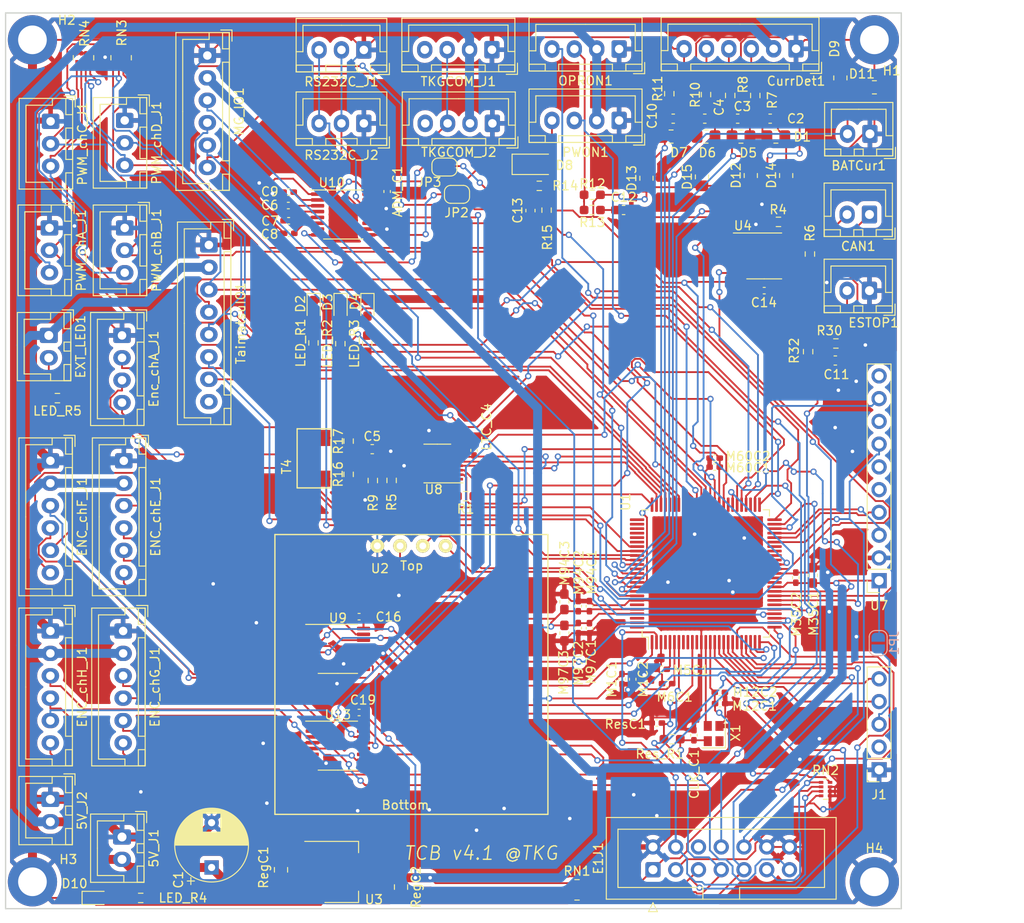
<source format=kicad_pcb>
(kicad_pcb (version 20211014) (generator pcbnew)
  (title_block (title "TCB") (date "2023-01-28") (rev "2.0") (company "TKG"))
  (layers (0 "F.Cu" signal) (31 "B.Cu" signal) (34 "B.Paste" user) (35 "F.Paste" user) (36 "B.SilkS" user "B.Silkscreen") (37 "F.SilkS" user "F.Silkscreen") (38 "B.Mask" user) (39 "F.Mask" user) (44 "Edge.Cuts" user))
  (net 0 "")
  (net 1 "GND")
  (net 2 "+5V")
  (net 3 "/OPRON")
  (net 4 "Net-(CAN1-Pad1)")
  (net 5 "+3V3")
  (net 6 "Net-(CAN1-Pad2)")
  (net 7 "Net-(CurrDet1-Pad3)")
  (net 8 "Net-(CurrDet1-Pad4)")
  (net 9 "Net-(CurrDet1-Pad5)")
  (net 10 "/ADC3")
  (net 11 "/ADC4")
  (net 12 "Net-(C5-Pad1)")
  (net 13 "Net-(C6-Pad1)")
  (net 14 "Net-(C6-Pad2)")
  (net 15 "Net-(C7-Pad1)")
  (net 16 "Net-(C7-Pad2)")
  (net 17 "Net-(C8-Pad1)")
  (net 18 "Net-(C9-Pad1)")
  (net 19 "/DistanceDetect")
  (net 20 "/ESTOP")
  (net 21 "/ADC1")
  (net 22 "/ADC2")
  (net 23 "/ADC5")
  (net 24 "/ADC6")
  (net 25 "Net-(D2-Pad2)")
  (net 26 "Net-(D3-Pad2)")
  (net 27 "Net-(D4-Pad2)")
  (net 28 "Net-(D8-Pad2)")
  (net 29 "Net-(ENC_chF_J1-Pad5)")
  (net 30 "/TCK")
  (net 31 "/TRST#")
  (net 32 "/EMLE")
  (net 33 "/TD0")
  (net 35 "/MD")
  (net 36 "/TMS")
  (net 37 "UB")
  (net 38 "/TDI")
  (net 39 "/RES#")
  (net 40 "Net-(Enc_chA_J1-Pad3)")
  (net 41 "Net-(Enc_chA_J1-Pad4)")
  (net 42 "Net-(ENC_chG_J1-Pad3)")
  (net 43 "Net-(ENC_chG_J1-Pad5)")
  (net 44 "Net-(ENC_chH_J1-Pad3)")
  (net 45 "Net-(ENC_chH_J1-Pad5)")
  (net 46 "Net-(EXT_LED1-Pad2)")
  (net 47 "/EXT_LED")
  (net 48 "/ShutterCL")
  (net 49 "Net-(ENC_chE_J1-Pad3)")
  (net 50 "Net-(ENC_chE_J1-Pad4)")
  (net 51 "Net-(ENC_chE_J1-Pad5)")
  (net 52 "Net-(ENC_chE_J1-Pad6)")
  (net 53 "/LoadingN")
  (net 54 "Net-(ENC_chF_J1-Pad3)")
  (net 55 "Net-(ENC_chF_J1-Pad4)")
  (net 56 "/LoadingP")
  (net 57 "Net-(ENC_chF_J1-Pad6)")
  (net 58 "Net-(OPRON1-Pad3)")
  (net 59 "/OPRON_LED")
  (net 60 "Net-(ESTOP1-Pad2)")
  (net 61 "/PWON")
  (net 62 "CAN_TX")
  (net 64 "Net-(J1-Pad3)")
  (net 65 "/Rx3")
  (net 66 "/Tx3")
  (net 67 "CAN_RX")
  (net 68 "/TaimatsuNC1")
  (net 69 "/TaimatsuNC2")
  (net 71 "/Enc_chE_A")
  (net 72 "/Enc_chE_B")
  (net 73 "Net-(D10-Pad2)")
  (net 74 "/Enc_chF_A")
  (net 75 "/Enc_chF_B")
  (net 76 "/LED_RED")
  (net 77 "/LED_YELLOW")
  (net 78 "/LED_GREEN")
  (net 81 "Net-(M5C1-Pad1)")
  (net 82 "/PWM_chA")
  (net 83 "/{slash}PWM_chA")
  (net 84 "/PWM_chB")
  (net 85 "/{slash}PWM_chB")
  (net 86 "/PWM_chC")
  (net 87 "/{slash}PWM_chC")
  (net 88 "/PWM_chD")
  (net 89 "/{slash}PWM_chD")
  (net 91 "Net-(U10-Pad9)")
  (net 92 "/Rx2")
  (net 93 "/MISOB")
  (net 94 "/DataTransfer/CoREjpEXT_In")
  (net 96 "Net-(R4-Pad2)")
  (net 97 "Net-(R5-Pad1)")
  (net 98 "Net-(R5-Pad2)")
  (net 99 "Net-(R16-Pad1)")
  (net 100 "Net-(R17-Pad2)")
  (net 101 "Net-(ENC_chG_J1-Pad4)")
  (net 102 "Net-(RS232C_J1-Pad2)")
  (net 103 "Net-(RS232C_J1-Pad3)")
  (net 109 "/XTAL")
  (net 110 "/Rx1")
  (net 111 "/Tx1")
  (net 112 "/IIC2_SDA")
  (net 113 "/IIC2_SCL")
  (net 118 "/MOSIA")
  (net 119 "/RSPCKA")
  (net 120 "/SSLA0")
  (net 121 "Net-(ENC_chG_J1-Pad6)")
  (net 126 "/MOSIB")
  (net 127 "/RSPCKB")
  (net 128 "/SSLB0")
  (net 129 "/SSLB3")
  (net 130 "/SSLB2")
  (net 131 "/SSLB1")
  (net 145 "Net-(ENC_chH_J1-Pad4)")
  (net 146 "Net-(ENC_chH_J1-Pad6)")
  (net 147 "/Enc_chH_A")
  (net 148 "/Enc_chG_A")
  (net 149 "/Enc_chH_B")
  (net 150 "/Enc_chG_B")
  (footprint "Capacitor_SMD:C_0603_1608Metric_Pad1.08x0.95mm_HandSolder" (layer "F.Cu") (at 172.6375 68.8)
    (fp_text reference "C11")
    (fp_text value "0.1u")
  )
  (footprint "Resistor_SMD:R_0603_1608Metric_Pad0.98x0.95mm_HandSolder" (layer "F.Cu") (at 145.5 52 180)
    (fp_text reference "R13")
    (fp_text value "10k")
  )
  (footprint "Resistor_SMD:R_0603_1608Metric_Pad0.98x0.95mm_HandSolder" (layer "F.Cu") (at 154.1 39.0125 90)
    (fp_text reference "R11")
    (fp_text value "10k")
  )
  (footprint "Connector_JST:JST_XH_B4B-XH-A_1x04_P2.50mm_Vertical" (layer "F.Cu") (at 148.5 34.025 180)
    (fp_text reference "OPRON1")
    (fp_text value "JST_XH")
  )
  (footprint "Connector_JST:JST_XH_B6B-XH-A_1x06_P2.50mm_Vertical" (layer "F.Cu") (at 85 99 -90)
    (fp_text reference "ENC_chH_J1")
    (fp_text value "JST_XH")
  )
  (footprint "Resistor_SMD:R_0805_2012Metric_Pad1.20x1.40mm_HandSolder" (layer "F.Cu") (at 162.1 43.8)
    (fp_text reference "D5")
    (fp_text value "BZT52C3V6")
  )
  (footprint "Connector_JST:JST_XH_B2B-XH-A_1x02_P2.50mm_Vertical" (layer "F.Cu") (at 176.45 61 180)
    (fp_text reference "ESTOP1")
    (fp_text value "JST_XH")
  )
  (footprint "Connector_JST:JST_XH_B4B-XH-A_1x04_P2.50mm_Vertical" (layer "F.Cu") (at 134.35 42.325 180)
    (fp_text reference "TKGCOM_J2")
    (fp_text value "JST_XH")
  )
  (footprint "Resistor_SMD:R_0805_2012Metric_Pad1.20x1.40mm_HandSolder" (layer "F.Cu") (at 167.15 48.15 90)
    (fp_text reference "D14")
    (fp_text value "BZT52C3V6")
  )
  (footprint "Connector_JST:JST_XH_B3B-XH-A_1x03_P2.50mm_Vertical" (layer "F.Cu") (at 120 42.325 180)
    (fp_text reference "RS232C_J2")
    (fp_text value "JST_XH")
  )
  (footprint "MountingHole:MountingHole_3.2mm_M3_ISO14580_Pad" (layer "F.Cu") (at 83 127)
    (fp_text reference "H3")
    (fp_text value "M3")
  )
  (footprint "Connector_JST:JST_XH_B4B-XH-A_1x04_P2.50mm_Vertical" (layer "F.Cu") (at 93 66 -90)
    (fp_text reference "Enc_chA_J1")
    (fp_text value "JST_XH")
  )
  (footprint "Resistor_SMD:R_0603_1608Metric_Pad0.98x0.95mm_HandSolder" (layer "F.Cu") (at 169.8 56.9125 90)
    (fp_text reference "R6")
    (fp_text value "120")
  )
  (footprint "Resistor_SMD:R_0603_1608Metric_Pad0.98x0.95mm_HandSolder" (layer "F.Cu") (at 121 82.2 -90)
    (fp_text reference "R9")
    (fp_text value "1k")
  )
  (footprint "Capacitor_THT:CP_Radial_D8.0mm_P5.00mm" (layer "F.Cu") (at 103 125.4027 90)
    (fp_text reference "C1")
    (fp_text value "100u")
  )
  (footprint "Capacitor_SMD:C_0402_1005Metric_Pad0.74x0.62mm_HandSolder" (layer "F.Cu") (at 132.3 78.8325 90)
    (fp_text reference "LTC_C4")
    (fp_text value "0.1u")
  )
  (footprint "Resistor_SMD:R_0603_1608Metric_Pad0.98x0.95mm_HandSolder" (layer "F.Cu") (at 114.375 66.8375 90)
    (fp_text reference "LED_R1")
    (fp_text value "1k")
  )
  (footprint "Resistor_SMD:R_Array_Concave_4x0402" (layer "F.Cu") (at 92.9 35 90)
    (fp_text reference "RN3")
    (fp_text value "4.7k")
  )
  (footprint "Capacitor_SMD:C_0603_1608Metric_Pad1.08x0.95mm_HandSolder" (layer "F.Cu") (at 161.7375 41.8)
    (fp_text reference "C3")
    (fp_text value "0.1u")
  )
  (footprint "Capacitor_SMD:C_0805_2012Metric_Pad1.18x1.45mm_HandSolder" (layer "F.Cu") (at 124.15 127.5875 -90)
    (fp_text reference "RegC2")
    (fp_text value "22u")
  )
  (footprint "Connector_JST:JST_XH_B2B-XH-A_1x02_P2.50mm_Vertical" (layer "F.Cu") (at 85 117.8 -90)
    (fp_text reference "5V_J2")
    (fp_text value "JST XH")
  )
  (footprint "Connector_JST:JST_XH_B6B-XH-A_1x06_P2.50mm_Vertical" (layer "F.Cu") (at 168.25 34 180)
    (fp_text reference "CurrDet1")
    (fp_text value "JST_XH")
  )
  (footprint "Connector_JST:JST_XH_B6B-XH-A_1x06_P2.50mm_Vertical" (layer "F.Cu") (at 93.125 99 -90)
    (fp_text reference "ENC_chG_J1")
    (fp_text value "JST_XH")
  )
  (footprint "Capacitor_SMD:C_0603_1608Metric_Pad1.08x0.95mm_HandSolder" (layer "F.Cu") (at 138.6 52.0625 90)
    (fp_text reference "C13")
    (fp_text value "0.1u")
  )
  (footprint "Capacitor_SMD:C_0402_1005Metric_Pad0.74x0.62mm_HandSolder" (layer "F.Cu") (at 153.8575 104.875 180)
    (fp_text reference "M6C1")
    (fp_text value "0.1u")
  )
  (footprint "Resistor_SMD:R_0603_1608Metric_Pad0.98x0.95mm_HandSolder" (layer "F.Cu") (at 123.1 82.1875 90)
    (fp_text reference "R5")
    (fp_text value "1k")
  )
  (footprint "Resistor_SMD:R_Array_Concave_4x0402" (layer "F.Cu") (at 88.7 35 90)
    (fp_text reference "RN4")
    (fp_text value "4.7k")
  )
  (footprint "Resistor_SMD:R_0603_1608Metric_Pad0.98x0.95mm_HandSolder" (layer "F.Cu") (at 166.2875 53.325)
    (fp_text reference "R4")
    (fp_text value "10k")
  )
  (footprint "LED_SMD:LED_0603_1608Metric_Pad1.05x0.95mm_HandSolder" (layer "F.Cu") (at 90.2 128.8)
    (fp_text reference "D10")
    (fp_text value "BLUE")
  )
  (footprint "Capacitor_SMD:C_0402_1005Metric_Pad0.74x0.62mm_HandSolder" (layer "F.Cu") (at 150.0175 104.385 -90)
    (fp_text reference "M1C2")
    (fp_text value "0.1u")
  )
  (footprint "Connector_JST:JST_XH_B6B-XH-A_1x06_P2.50mm_Vertical" (layer "F.Cu") (at 85 80 -90)
    (fp_text reference "ENC_chF_J1")
    (fp_text value "JST_XH")
  )
  (footprint "Capacitor_SMD:C_0402_1005Metric_Pad0.74x0.62mm_HandSolder" (layer "F.Cu") (at 164.7 61)
    (fp_text reference "C14")
    (fp_text value "0.1u")
  )
  (footprint "Capacitor_SMD:C_0402_1005Metric_Pad0.74x0.62mm_HandSolder" (layer "F.Cu") (at 122.6 49.9325 -90)
    (fp_text reference "ADM_C1")
    (fp_text value "0.1u")
  )
  (footprint "Package_SO:TSSOP-16_4.4x5mm_P0.65mm" (layer "F.Cu") (at 117.7 52.5)
    (fp_text reference "U10")
    (fp_text value "ADM3202ARUZ")
  )
  (footprint "Connector_IDC:IDC-Header_2x07_P2.54mm_Vertical" (layer "F.Cu") (at 152.28 125.6525 90)
    (fp_text reference "E1J1")
    (fp_text value "E1")
  )
  (footprint "Capacitor_SMD:C_0603_1608Metric_Pad1.08x0.95mm_HandSolder" (layer "F.Cu") (at 158.0625 41.8 180)
    (fp_text reference "C4")
    (fp_text value "0.1u")
  )
  (footprint "Capacitor_SMD:C_0603_1608Metric_Pad1.08x0.95mm_HandSolder" (layer "F.Cu") (at 149 52)
    (fp_text reference "C12")
    (fp_text value "0.1u")
  )
  (footprint "Capacitor_SMD:C_0603_1608Metric_Pad1.08x0.95mm_HandSolder" (layer "F.Cu") (at 142.3875 95.7375 90)
    (fp_text reference "M94C3")
    (fp_text value "10u")
  )
  (footprint "Capacitor_SMD:C_0402_1005Metric_Pad0.74x0.62mm_HandSolder" (layer "F.Cu") (at 119.4675 108.1 180)
    (fp_text reference "C19")
    (fp_text value "0.1u")
  )
  (footprint "Resistor_SMD:R_0805_2012Metric_Pad1.20x1.40mm_HandSolder" (layer "F.Cu") (at 163.2 48.15 90)
    (fp_text reference "D12")
    (fp_text value "BZT52C3V6")
  )
  (footprint "Package_SO:MSOP-16_3x4mm_P0.5mm" (layer "F.Cu") (at 128.2 80.3 180)
    (fp_text reference "U8")
    (fp_text value "LTC6820")
  )
  (footprint "Capacitor_SMD:C_0402_1005Metric_Pad0.74x0.62mm_HandSolder" (layer "F.Cu") (at 152.7075 109.275 180)
    (fp_text reference "ResC1")
    (fp_text value "0.1u")
  )
  (footprint "Capacitor_SMD:C_0402_1005Metric_Pad0.74x0.62mm_HandSolder" (layer "F.Cu") (at 111.6675 54.6 180)
    (fp_text reference "C8")
    (fp_text value "0.1u 10V")
  )
  (footprint "Capacitor_SMD:C_0402_1005Metric_Pad0.74x0.62mm_HandSolder" (layer "F.Cu") (at 143.9375 98.675 90)
    (fp_text reference "M97C2")
    (fp_text value "0.1u")
  )
  (footprint "Connector_JST:JST_XH_B2B-XH-A_1x02_P2.50mm_Vertical" (layer "F.Cu") (at 176.5 43.5 180)
    (fp_text reference "BATCur1")
    (fp_text value "JST_XH")
  )
  (footprint "Package_SO:TSSOP-16_4.4x5mm_P0.65mm" (layer "F.Cu") (at 117.1 101)
    (fp_text reference "U9")
    (fp_text value "AM26LV32E(TSSOP)")
  )
  (footprint "Jumper:SolderJumper-2_P1.3mm_Open_RoundedPad1.0x1.5mm" (layer "F.Cu") (at 130.4 50.25)
    (fp_text reference "JP2")
    (fp_text value "3V3")
  )
  (footprint "Resistor_SMD:R_0805_2012Metric_Pad1.20x1.40mm_HandSolder" (layer "F.Cu") (at 173.2 37.25 -90)
    (fp_text reference "D9")
    (fp_text value "BZT52C3V6")
  )
  (footprint "Capacitor_SMD:C_0402_1005Metric_Pad0.74x0.62mm_HandSolder" (layer "F.Cu") (at 111.6025 53.2)
    (fp_text reference "C7")
    (fp_text value "0.1u 10V")
  )
  (footprint "Connector_JST:JST_XH_B3B-XH-A_1x03_P2.50mm_Vertical" (layer "F.Cu") (at 120 34.125 180)
    (fp_text reference "RS232C_J1")
    (fp_text value "JST_XH")
  )
  (footprint "Capacitor_SMD:C_0402_1005Metric_Pad0.74x0.62mm_HandSolder" (layer "F.Cu") (at 159.1675 80.7)
    (fp_text reference "M60C1")
    (fp_text value "0.1u")
  )
  (footprint "Resistor_SMD:R_0603_1608Metric_Pad0.98x0.95mm_HandSolder" (layer "F.Cu") (at 172.7 66.9)
    (fp_text reference "R30")
    (fp_text value "1k")
  )
  (footprint "MountingHole:MountingHole_3.2mm_M3_ISO14580_Pad" (layer "F.Cu") (at 83 33)
    (fp_text reference "H2")
    (fp_text value "M3")
  )
  (footprint "Connector_JST:JST_XH_B4B-XH-A_1x04_P2.50mm_Vertical" (layer "F.Cu") (at 148.5 42 180)
    (fp_text reference "PWON1")
    (fp_text value "JST_XH")
  )
  (footprint "Resistor_SMD:R_0603_1608Metric_Pad0.98x0.95mm_HandSolder" (layer "F.Cu") (at 163.7 39.2125 90)
    (fp_text reference "R7")
    (fp_text value "10k")
  )
  (footprint "Capacitor_SMD:C_0402_1005Metric_Pad0.74x0.62mm_HandSolder" (layer "F.Cu") (at 159.1675 79.7)
    (fp_text reference "M60C2")
    (fp_text value "0.1u")
  )
  (footprint "Resistor_SMD:R_0603_1608Metric_Pad0.98x0.95mm_HandSolder" (layer "F.Cu") (at 160.9 39.2125 90)
    (fp_text reference "R8")
    (fp_text value "10k")
  )
  (footprint "Resistor_SMD:R_0603_1608Metric_Pad0.98x0.95mm_HandSolder" (layer "F.Cu") (at 169.6 67.8125 90)
    (fp_text reference "R32")
    (fp_text value "10k")
  )
  (footprint "Resistor_SMD:R_0805_2012Metric_Pad1.20x1.40mm_HandSolder" (layer "F.Cu") (at 151.55 48.45 90)
    (fp_text reference "D13")
    (fp_text value "BZT52C3V6")
  )
  (footprint "Resistor_SMD:R_0603_1608Metric_Pad0.98x0.95mm_HandSolder" (layer "F.Cu") (at 131.3625 83.95 180)
    (fp_text reference "R1")
    (fp_text value "1k")
  )
  (footprint "Resistor_SMD:R_0805_2012Metric_Pad1.20x1.40mm_HandSolder" (layer "F.Cu") (at 166 43.8 180)
    (fp_text reference "D1")
    (fp_text value "BZT52C3V6")
  )
  (footprint "Capacitor_SMD:C_0402_1005Metric_Pad0.74x0.62mm_HandSolder" (layer "F.Cu") (at 145.1875 96.225 90)
    (fp_text reference "M94C1")
    (fp_text value "0.1u")
  )
  (footprint "Capacitor_SMD:C_0603_1608Metric_Pad1.08x0.95mm_HandSolder" (layer "F.Cu") (at 120.9375 78.7)
    (fp_text reference "C5")
    (fp_text value "10n")
  )
  (footprint "Resistor_SMD:R_0603_1608Metric_Pad0.98x0.95mm_HandSolder" (layer "F.Cu") (at 120.375 66.925 90)
    (fp_text reference "LED_R3")
    (fp_text value "1k")
  )
  (footprint "Capacitor_SMD:C_0603_1608Metric_Pad1.08x0.95mm_HandSolder" (layer "F.Cu") (at 142.3875 99.2375 90)
    (fp_text reference "M97C3")
    (fp_text value "10u")
  )
  (footprint "Capacitor_SMD:C_0402_1005Metric_Pad0.74x0.62mm_HandSolder" (layer "F.Cu") (at 159.7425 105.85 180)
    (fp_text reference "M12C2")
    (fp_text value "0.1u")
  )
  (footprint "LED_SMD:LED_0603_1608Metric_Pad1.05x0.95mm_HandSolder" (layer "F.Cu") (at 120.4 62.975 -90)
    (fp_text reference "D4")
    (fp_text value "GREEN")
  )
  (footprint "Capacitor_SMD:C_0402_1005Metric_Pad0.74x0.62mm_HandSolder" (layer "F.Cu") (at 159.775 107.1 180)
    (fp_text reference "M12C1")
    (fp_text value "0.1u")
  )
  (footprint "LED_SMD:LED_0603_1608Metric_Pad1.05x0.95mm_HandSolder" (layer "F.Cu") (at 117.4 62.975 -90)
    (fp_text reference "D3")
    (fp_text value "YELLOW")
  )
  (footprint "Resistor_SMD:R_0603_1608Metric_Pad0.98x0.95mm_HandSolder" (layer "F.Cu") (at 118.3 77.8 90)
    (fp_text reference "R17")
    (fp_text value "60.1")
  )
  (footprint "Oscillator:Oscillator_SMD_SeikoEpson_SG210-4Pin_2.5x2.0mm" (layer "F.Cu") (at 159.05 110.45 90)
    (fp_text reference "X1")
    (fp_text value "SG-210STF")
  )
  (footprint "Connector_JST:JST_XH_B2B-XH-A_1x02_P2.50mm_Vertical" (layer "F.Cu") (at 84.825 66 -90)
    (fp_text reference "EXT_LED1")
    (fp_text value "JST_XH")
  )
  (footprint "Resistor_SMD:R_Array_Concave_4x0402" (layer "F.Cu") (at 143.8 127.9)
    (fp_text reference "RN1")
    (fp_text value "4.7k")
  )
  (footprint "Connector_JST:JST_XH_B6B-XH-A_1x06_P2.50mm_Vertical" (layer "F.Cu") (at 93.2 80 -90)
    (fp_text reference "ENC_chE_J1")
    (fp_text value "JST_XH")
  )
  (footprint "Jumper:SolderJumper-2_P1.3mm_Open_RoundedPad1.0x1.5mm" (layer "F.Cu") (at 129 47.2)
    (fp_text reference "JP3")
    (fp_text value "3V3")
  )
  (footprint "Resistor_SMD:R_0805_2012Metric_Pad1.20x1.40mm_HandSolder" (layer "F.Cu") (at 157.75 48.3 90)
    (fp_text reference "D15")
    (fp_text value "BZT52C3V6")
  )
  (footprint "Package_SO:SOIC-8_3.9x4.9mm_P1.27mm" (layer "F.Cu") (at 164.7 57.125)
    (fp_text reference "U4")
    (fp_text value "SN65HVD230(SOIC)")
  )
  (footprint "Resistor_SMD:R_Array_Concave_4x0402" (layer "F.Cu") (at 171.55 116.65)
    (fp_text reference "RN2")
    (fp_text value "4.7k")
  )
  (footprint "XMYLIB:SSD1306(128x64Display)" (layer "F.Cu") (at 121.5 89.5)
    (fp_text reference "U2")
    (fp_text value "SSD1306(128x64Display)")
  )
  (footprint "Package_SO:TSSOP-16_4.4x5mm_P0.65mm" (layer "F.Cu") (at 117.1 111.8)
    (fp_text reference "U13")
    (fp_text value "AM26LV32E(TSSOP)")
  )
  (footprint "Resistor_SMD:R_0603_1608Metric_Pad0.98x0.95mm_HandSolder" (layer "F.Cu") (at 145.5 50.3)
    (fp_text reference "R12")
    (fp_text value "1k")
  )
  (footprint "MountingHole:MountingHole_3.2mm_M3_ISO14580_Pad" (layer "F.Cu") (at 177 33)
    (fp_text reference "H1")
    (fp_text value "M3")
  )
  (footprint "Capacitor_SMD:C_0402_1005Metric_Pad0.74x0.62mm_HandSolder" (layer "F.Cu") (at 168.225 93.0425 90)
    (fp_text reference "M35C2")
    (fp_text value "0.1u")
  )
  (footprint "Resistor_SMD:R_0603_1608Metric_Pad0.98x0.95mm_HandSolder" (layer "F.Cu") (at 117.375 66.925 90)
    (fp_text reference "LED_R2")
    (fp_text value "1k")
  )
  (footprint "Connector_JST:JST_XH_B3B-XH-A_1x03_P2.50mm_Vertical" (layer "F.Cu") (at 84.9 54 -90)
    (fp_text reference "PWM_chA_J1")
    (fp_text value "JST_XH")
  )
  (footprint "MountingHole:MountingHole_3.2mm_M3_ISO14580_Pad" (layer "F.Cu") (at 177 127)
    (fp_text reference "H4")
    (fp_text value "M3")
  )
  (footprint "Connector_JST:JST_XH_B3B-XH-A_1x03_P2.50mm_Vertical" (layer "F.Cu") (at 93.3 54 -90)
    (fp_text reference "PWM_chB_J1")
    (fp_text value "JST_XH")
  )
  (footprint "Connector_JST:JST_XH_B2B-XH-A_1x02_P2.50mm_Vertical" (layer "F.Cu") (at 93 122 -90)
    (fp_text reference "5V_J1")
    (fp_text value "JST XH")
  )
  (footprint "Connector_PinSocket_2.54mm:PinSocket_1x10_P2.54mm_Vertical" (layer "F.Cu") (at 177.525 93.38 180)
    (fp_text reference "U7")
    (fp_text value "MPU9250_Ali_module")
  )
  (footprint "Resistor_SMD:R_0603_1608Metric_Pad0.98x0.95mm_HandSolder" (layer "F.Cu") (at 95.0875 128.8 180)
    (fp_text reference "LED_R4")
    (fp_text value "4k7")
  )
  (footprint "Capacitor_SMD:C_0402_1005Metric_Pad0.74x0.62mm_HandSolder" (layer "F.Cu") (at 148.8175 104.3675 -90)
    (fp_text reference "M1C1")
    (fp_text value "0.1u")
  )
  (footprint "XMYLIB:DLW43SH101XK2" (layer "F.Cu") (at 114.45 79.725 90)
    (fp_text reference "T4")
    (fp_text value "DLW43SH101XK2")
  )
  (footprint "Connector_JST:JST_XH_B6B-XH-A_1x06_P2.50mm_Vertical" (layer "F.Cu") (at 102.525 34.75 -90)
    (fp_text reference "MG_IO1")
    (fp_text value "JST_XH")
  )
  (footprint "Connector_JST:JST_XH_B3B-XH-A_1x03_P2.50mm_Vertical" (layer "F.Cu") (at 93.3 42 -90)
    (fp_text reference "PWM_chD_J1")
    (fp_text value "JST_XH")
  )
  (footprint "Resistor_SMD:R_0603_1608Metric_Pad0.98x0.95mm_HandSolder" (layer "F.Cu") (at 154.4125 111.075)
    (fp_text reference "Res_R1")
    (fp_text value "10k")
  )
  (footprint "Resistor_SMD:R_0603_1608Metric_Pad0.98x0.95mm_HandSolder" (layer "F.Cu") (at 85.7875 73 180)
    (fp_text reference "LED_R5")
    (fp_text value "1k")
  )
  (footprint "Package_TO_SOT_SMD:SOT-223-3_TabPin2" (layer "F.Cu") (at 117.5 125.9)
    (fp_text reference "U3")
    (fp_text value "AZ1086H-3.3")
  )
  (footprint "Capacitor_SMD:C_0402_1005Metric_Pad0.74x0.62mm_HandSolder" (layer "F.Cu") (at 145.1875 98.6925 90)
    (fp_text reference "M97C1")
    (fp_text value "0.1u")
  )
  (footprint "Connector_JST:JST_XH_B2B-XH-A_1x02_P2.50mm_Vertical" (layer "F.Cu") (at 176.45 52.5 180)
    (fp_text reference "CAN1")
    (fp_text value "JST_XH")
  )
  (footprint "Resistor_SMD:R_0603_1608Metric_Pad0.98x0.95mm_HandSolder" (layer "F.Cu") (at 139.5875 49.3)
    (fp_text reference "R14")
    (fp_text value "1k")
  )
  (footprint "Connector_PinSocket_2.54mm:PinSocket_1x05_P2.54mm_Vertical" (layer "F.Cu") (at 177.525 114.5 180)
    (fp_text reference "J1")
    (fp_text value "XBee")
  )
  (footprint "Diode_SMD:D_1206_3216Metric_Pad1.42x1.75mm_HandSolder" (layer "F.Cu") (at 139.0125 46.9)
    (fp_text reference "D8")
    (fp_text value "SS2040FL(I-02073)")
  )
  (footprint "Capacitor_SMD:C_0402_1005Metric_Pad0.74x0.62mm_HandSolder" (layer "F.Cu") (at 156.85 110.6325 90)
    (fp_text reference "CLK_C1")
    (fp_text value "0.1u")
  )
  (footprint "Capacitor_SMD:C_0603_1608Metric_Pad1.08x0.95mm_HandSolder" (layer "F.Cu") (at 165.3625 41.8 180)
    (fp_text reference "C2")
    (fp_text value "0.1u")
  )
  (footprint "Resistor_SMD:R_0603_1608Metric_Pad0.98x0.95mm_HandSolder" (layer "F.Cu") (at 118.3 81.5125 90)
    (fp_text reference "R16")
    (fp_text value "60.1")
  )
  (footprint "Capacitor_SMD:C_0402_1005Metric_Pad0.74x0.62mm_HandSolder" (layer "F.Cu") (at 153.2575 103.275 180)
    (fp_text reference "M5C1")
    (fp_text value "0.1u")
  )
  (footprint "Capacitor_SMD:C_0402_1005Metric_Pad0.74x0.62mm_HandSolder" (layer "F.Cu") (at 111.6025 50 180)
    (fp_text reference "C9")
    (fp_text value "0.1u 10V")
  )
  (footprint "Resistor_SMD:R_0805_2012Metric_Pad1.20x1.40mm_HandSolder" (layer "F.Cu") (at 154.3 43.8)
    (fp_text reference "D7")
    (fp_text value "BZT52C3V6")
  )
  (footprint "Resistor_SMD:R_0603_1608Metric_Pad0.98x0.95mm_HandSolder" (layer "F.Cu") (at 158.2 39.1125 90)
    (fp_text reference "R10")
    (fp_text value "10k")
  )
  (footprint "Capacitor_SMD:C_0402_1005Metric_Pad0.74x0.62mm_HandSolder" (layer "F.Cu") (at 111.5675 51.5)
    (fp_text reference "C6")
    (fp_text value "0.1u 10V")
  )
  (footprint "Resistor_SMD:R_0603_1608Metric_Pad0.98x0.95mm_HandSolder" (layer "F.Cu") (at 140.4 52.0125 90)
    (fp_text reference "R15")
    (fp_text value "10k")
  )
  (footprint "Capacitor_SMD:C_0805_2012Metric_Pad1.18x1.45mm_HandSolder" (layer "F.Cu") (at 110.75 125.6625 90)
    (fp_text reference "RegC1")
    (fp_text value "10u")
  )
  (footprint "Capacitor_SMD:C_0603_1608Metric_Pad1.08x0.95mm_HandSolder" (layer "F.Cu") (at 170.125 92.7875 90)
    (fp_text reference "M35C1")
    (fp_text value "1u")
  )
  (footprint "LED_SMD:LED_0603_1608Metric_Pad1.05x0.95mm_HandSolder" (layer "F.Cu") (at 114.4 62.975 -90)
    (fp_text reference "D2")
    (fp_text value "RED")
  )
  (footprint "Resistor_SMD:R_0805_2012Metric_Pad1.20x1.40mm_HandSolder" (layer "F.Cu") (at 177 38.3)
    (fp_text reference "D11")
    (fp_text value "BZT52C3V6")
  )
  (footprint "Connector_JST:JST_XH_B8B-XH-A_1x08_P2.50mm_Vertical" (layer "F.Cu") (at 102.7 55.9 -90)
    (fp_text reference "TaimatsuIO1")
    (fp_text value "JST_XH")
  )
  (footprint "Connector_JST:JST_XH_B4B-XH-A_1x04_P2.50mm_Vertical" (layer "F.Cu") (at 134.3 34.1 180)
    (fp_text reference "TKGCOM_J1")
    (fp_text value "JST_XH")
  )
  (footprint "Capacitor_SMD:C_0402_1005Metric_Pad0.74x0.62mm_HandSolder" (layer "F.Cu") (at 119.4675 97.4 180)
    (fp_text reference "C16")
    (fp_text value "0.1u")
  )
  (footprint "Capacitor_SMD:C_0603_1608Metric_Pad1.08x0.95mm_HandSolder" (layer "F.Cu") (at 154.5375 41.8)
    (fp_text reference "C10")
    (fp_text value "0.1u")
  )
  (footprint "Resistor_SMD:R_0805_2012Metric_Pad1.20x1.40mm_HandSolder" (layer "F.Cu") (at 158.2 43.8 180)
    (fp_text reference "D6")
    (fp_text value "BZT52C3V6")
  )
  (footprint "Connector_JST:JST_XH_B3B-XH-A_1x03_P2.50mm_Vertical" (layer "F.Cu") (at 85.025 42.1 -90)
    (fp_text reference "PWM_chC_J1")
    (fp_text value "JST_XH")
  )
  (footprint "Package_QFP:LQFP-100_14x14mm_P0.5mm" (layer "F.Cu") (at 158.175 92.575 90)
    (fp_text reference "U1")
    (fp_text value "RX631_100pin")
  )
  (footprint "Capacitor_SMD:C_0402_1005Metric_Pad0.74x0.62mm_HandSolder" (layer "F.Cu") (at 143.9375 96.225 90)
    (fp_text reference "M94C2")
    (fp_text value "0.1u")
  )
  (footprint "Jumper:SolderJumper-2_P1.3mm_Open_RoundedPad1.0x1.5mm" (layer "B.Cu") (at 177.425 100.35 90)
    (fp_text reference "JP1")
    (fp_text value "3V3")
  )
  (gr_line (start 80 130) (end 80 30) (layer "Edge.Cuts") (width 0.15))
  (gr_line (start 180 30) (end 180 130) (layer "Edge.Cuts") (width 0.15))
  (gr_line (start 80 30) (end 180 30) (layer "Edge.Cuts") (width 0.15))
  (gr_line (start 180 130) (end 80 130) (layer "Edge.Cuts") (width 0.15))
  (gr_text "TCB v4.1 @TKG" (at 133.1 123.8) (layer "F.SilkS") (effects (font (size 1.5 1.5) (thickness 0.15) italic)))
  (segment (start 155.3 43.8) (end 157.2 43.8) (width 0.2032) (layer "F.Cu") (net 1))
  (segment (start 127.7 80.7125) (end 127.3 80.7125) (width 0.2032) (layer "F.Cu") (net 1))
  (segment (start 165.268 53.4325) (end 165.375 53.325) (width 0.2032) (layer "F.Cu") (net 1))
  (segment (start 156.85 108.659) (end 157.675 107.834) (width 0.2032) (layer "F.Cu") (net 1))
  (segment (start 148.5 42) (end 148.5 48.377702) (width 0.2032) (layer "F.Cu") (net 1))
  (segment (start 149.3975 118.0125) (end 150.13 117.28) (width 0.6) (layer "F.Cu") (net 1))
  (segment (start 121.13 84.45) (end 121 84.32) (width 0.2032) (layer "F.Cu") (net 1))
  (segment (start 153.175 100.25) (end 153.175 102.79) (width 0.2032) (layer "F.Cu") (net 1))
  (segment (start 172.602 116.4) (end 172.05 116.4) (width 0.2032) (layer "F.Cu") (net 1))
  (segment (start 168.225 92.475) (end 169.575 92.475) (width 0.2032) (layer "F.Cu") (net 1))
  (segment (start 121.985 101.325) (end 122.15 101.49) (width 0.2032) (layer "F.Cu") (net 1))
  (segment (start 153.95 93.55) (end 155.06 94.66) (width 0.2032) (layer "F.Cu") (net 1))
  (segment (start 152.14 109.275) (end 152.14 108.659) (width 0.2032) (layer "F.Cu") (net 1))
  (segment (start 120 34.125) (end 122.025 32.1) (width 0.2032) (layer "F.Cu") (net 1))
  (segment (start 93 66) (end 90.12 63.12) (width 0.2032) (layer "F.Cu") (net 1))
  (segment (start 121.48 121.24) (end 119.31 119.07) (width 0.6) (layer "F.Cu") (net 1))
  (segment (start 156.85 110.065) (end 156.85 108.659) (width 0.2032) (layer "F.Cu") (net 1))
  (segment (start 127.3 80.7125) (end 127.3 80.9125) (width 0.2032) (layer "F.Cu") (net 1))
  (segment (start 95.52 64.57) (end 87.69 56.74) (width 0.2032) (layer "F.Cu") (net 1))
  (segment (start 134.38 34.02) (end 134.3 34.1) (width 0.2032) (layer "F.Cu") (net 1))
  (segment (start 173.5 68.8) (end 174.26 68.8) (width 0.2032) (layer "F.Cu") (net 1))
  (segment (start 89.325 128.8) (end 84.8 128.8) (width 0.2032) (layer "F.Cu") (net 1))
  (segment (start 172.98 72.12) (end 172.98 75.93) (width 0.2032) (layer "F.Cu") (net 1))
  (segment (start 122.6 50.776102) (end 122.6 50.5) (width 0.2032) (layer "F.Cu") (net 1))
  (segment (start 112.2666 111.2266) (end 112.54 111.5) (width 0.2032) (layer "F.Cu") (net 1))
  (segment (start 168.125 92.575) (end 168.225 92.475) (width 0.2032) (layer "F.Cu") (net 1))
  (segment (start 172.602 116.9) (end 172.602 116.4) (width 0.2032) (layer "F.Cu") (net 1))
  (segment (start 111.092 124.625) (end 110.75 124.625) (width 0.2032) (layer "F.Cu") (net 1))
  (segment (start 172.05 117.4) (end 172.256 117.4) (width 0.2032) (layer "F.Cu") (net 1))
  (segment (start 100.775 33) (end 102.525 34.75) (width 0.2032) (layer "F.Cu") (net 1))
  (segment (start 122.565 54.125) (end 122.57 54.13) (width 0.2032) (layer "F.Cu") (net 1))
  (segment (start 148.835 104.952) (end 148.826 104.944) (width 0.2032) (layer "F.Cu") (net 1))
  (segment (start 111.092 124.625) (end 113.325 124.625) (width 0.6) (layer "F.Cu") (net 1))
  (segment (start 117.056 128.625) (end 116.601 128.17) (width 0.2032) (layer "F.Cu") (net 1))
  (segment (start 149.3975 123.1125) (end 152.28 123.1125) (width 0.6) (layer "F.Cu") (net 1))
  (segment (start 127.162 81.05) (end 126.05 81.05) (width 0.2032) (layer "F.Cu") (net 1))
  (segment (start 146.372 98.075) (end 145.188 99.26) (width 0.2032) (layer "F.Cu") (net 1))
  (segment (start 158.675 89.375) (end 158.675 84.9) (width 0.2032) (layer "F.Cu") (net 1))
  (segment (start 165.268 58.6973) (end 163.06 56.49) (width 0.2032) (layer "F.Cu") (net 1))
  (segment (start 165.2675 61) (end 170.77 61) (width 0.2032) (layer "F.Cu") (net 1))
  (segment (start 145.188 99.26) (end 145.1875 99.26) (width 0.2032) (layer "F.Cu") (net 1))
  (segment (start 160.46 91.16) (end 160.78 91.48) (width 0.2032) (layer "F.Cu") (net 1))
  (segment (start 87.95 34.5) (end 88.45 34.5) (width 0.2032) (layer "F.Cu") (net 1))
  (segment (start 173.5 68.8) (end 173.5 69.65) (width 0.2032) (layer "F.Cu") (net 1))
  (segment (start 139.8175 123.1125) (end 142.99 119.94) (width 0.6) (layer "F.Cu") (net 1))
  (segment (start 88.45 34.5) (end 88.95 34.5) (width 0.2032) (layer "F.Cu") (net 1))
  (segment (start 115.465 114.075) (end 115.78 113.76) (width 0.2032) (layer "F.Cu") (net 1))
  (segment (start 103 120.6) (end 103 120.403) (width 1) (layer "F.Cu") (net 1))
  (segment (start 85 117.8) (end 83.35 117.8) (width 1) (layer "F.Cu") (net 1))
  (segment (start 110.75 124.625) (end 107.222 124.625) (width 0.2032) (layer "F.Cu") (net 1))
  (segment (start 103 120.403) (end 103.103 120.403) (width 0.2032) (layer "F.Cu") (net 1))
  (segment (start 160.342 107.1) (end 160.342 106.492) (width 0.2032) (layer "F.Cu") (net 1))
  (segment (start 142.3875 100.1) (end 128.71 100.1) (width 0.2032) (layer "F.Cu") (net 1))
  (segment (start 150.018 104.952) (end 150.017 104.952) (width 0.2032) (layer "F.Cu") (net 1))
  (segment (start 153.175 102.79) (end 152.69 103.275) (width 0.2032) (layer "F.Cu") (net 1))
  (segment (start 172.256 117.4) (end 171.989 117.668) (width 0.2032) (layer "F.Cu") (net 1))
  (segment (start 162.75 32.71) (end 166.96 32.71) (width 0.2032) (layer "F.Cu") (net 1))
  (segment (start 130.35 79.05) (end 129.362 79.05) (width 0.2032) (layer "F.Cu") (net 1))
  (segment (start 163.06 56.49) (end 162.225 56.49) (width 0.2032) (layer "F.Cu") (net 1))
  (segment (start 93.15 34.5) (end 92.65 34.5) (width 0.2032) (layer "F.Cu") (net 1))
  (segment (start 117.74 101.55) (end 117.965 101.325) (width 0.2032) (layer "F.Cu") (net 1))
  (segment (start 120.4 62.1) (end 117.4 62.1) (width 0.2032) (layer "F.Cu") (net 1))
  (segment (start 124.15 128.625) (end 117.056 128.625) (width 0.2032) (layer "F.Cu") (net 1))
  (segment (start 177.525 90.84) (end 171.4 90.84) (width 0.2032) (layer "F.Cu") (net 1))
  (segment (start 83 117.45) (end 83 127) (width 1) (layer "F.Cu") (net 1))
  (segment (start 118.9 97.4) (end 121.5 94.8) (width 0.2032) (layer "F.Cu") (net 1))
  (segment (start 153.29 104.875) (end 153.29 103.875) (width 0.2032) (layer "F.Cu") (net 1))
  (segment (start 172.602 117.4) (end 172.256 117.4) (width 0.2032) (layer "F.Cu") (net 1))
  (segment (start 160.342 106.492) (end 160.342 106.491) (width 0.2032) (layer "F.Cu") (net 1))
  (segment (start 143.9375 95.6575) (end 143.17 95.6575) (width 0.2032) (layer "F.Cu") (net 1))
  (segment (start 157.786392 32.71) (end 159.13 32.71) (width 0.2032) (layer "F.Cu") (net 1))
  (segment (start 83 41.78) (end 83 33) (width 1) (layer "F.Cu") (net 1))
  (segment (start 168.423 113.587) (end 168.68 113.33) (width 0.2032) (layer "F.Cu") (net 1))
  (segment (start 161.875 92.575) (end 160.55 91.25) (width 0.2032) (layer "F.Cu") (net 1))
  (segment (start 83 33) (end 100.775 33) (width 0.2032) (layer "F.Cu") (net 1))
  (segment (start 118.9 108.1) (end 118.9 106.7756) (width 0.2032) (layer "F.Cu") (net 1))
  (segment (start 127.138 80.55) (end 127.3 80.7125) (width 0.2032) (layer "F.Cu") (net 1))
  (segment (start 172.21 96.85) (end 174.99 99.63) (width 0.2032) (layer "F.Cu") (net 1))
  (segment (start 164.44 51.36) (end 167.918608 51.36) (width 0.2032) (layer "F.Cu") (net 1))
  (segment (start 150.018 105.982) (end 150.018 106.537) (width 0.2032) (layer "F.Cu") (net 1))
  (segment (start 108.76 111.54) (end 109.0734 111.2266) (width 0.2032) (layer "F.Cu") (net 1))
  (segment (start 162.0984 33.3616) (end 162.75 32.71) (width 0.2032) (layer "F.Cu") (net 1))
  (segment (start 150.5 95.575) (end 149.667407 95.575) (width 0.2032) (layer "F.Cu") (net 1))
  (segment (start 120.5625 54.125) (end 122.565 54.125) (width 0.2032) (layer "F.Cu") (net 1))
  (segment (start 155.06 94.66) (end 161.19 94.66) (width 0.2032) (layer "F.Cu") (net 1))
  (segment (start 87.69 56.74) (end 87.69 53.78) (width 0.2032) (layer "F.Cu") (net 1))
  (segment (start 169.575 92.475) (end 170.125 91.925) (width 0.2032) (layer "F.Cu") (net 1))
  (segment (start 127.3 83.95) (end 126.8 84.45) (width 0.2032) (layer "F.Cu") (net 1))
  (segment (start 156.225 95.575) (end 157.675 94.125) (width 0.2032) (layer "F.Cu") (net 1))
  (segment (start 96.36 118.22) (end 95.1 116.96) (width 0.6) (layer "F.Cu") (net 1))
  (segment (start 124.1 95.49) (end 123.91 95.3) (width 0.2032) (layer "F.Cu") (net 1))
  (segment (start 165.375 53.325) (end 164.045 53.325) (width 0.2032) (layer "F.Cu") (net 1))
  (segment (start 83.35 117.8) (end 81.33 115.78) (width 1) (layer "F.Cu") (net 1))
  (segment (start 93.3 42) (end 93.57 42) (width 0.2032) (layer "F.Cu") (net 1))
  (segment (start 85.025 42.1) (end 84.705 41.78) (width 0.2032) (layer "F.Cu") (net 1))
  (segment (start 119.307052 112.125) (end 119.9625 112.125) (width 0.2032) (layer "F.Cu") (net 1))
  (segment (start 171.4 90.84) (end 171.4 92.06) (width 0.2032) (layer "F.Cu") (net 1))
  (segment (start 85 80) (end 83 78) (width 1) (layer "F.Cu") (net 1))
  (segment (start 149.8625 49.740202) (end 149.8625 49.55742) (width 0.2032) (layer "F.Cu") (net 1))
  (segment (start 163.1 43.8) (end 163.1 42.3) (width 0.2032) (layer "F.Cu") (net 1))
  (segment (start 177 43) (end 177 33) (width 0.2032) (layer "F.Cu") (net 1))
  (segment (start 83.24 54) (end 83 53.76) (width 0.2032) (layer "F.Cu") (net 1))
  (segment (start 84.52 80) (end 81.74 82.78) (width 1) (layer "F.Cu") (net 1))
  (segment (start 81.74 95.74) (end 85 99) (width 1) (layer "F.Cu") (net 1))
  (segment (start 120.19 84.32) (end 120.14 84.37) (width 0.2032) (layer "F.Cu") (net 1))
  (segment (start 143.9375 99.2425) (end 143.245 99.2425) (width 0.2032) (layer "F.Cu") (net 1))
  (segment (start 93 122) (end 101.6 122) (width 1) (layer "F.Cu") (net 1))
  (segment (start 149.122407 96.12) (end 145.65 96.12) (width 0.2032) (layer "F.Cu") (net 1))
  (segment (start 149.3975 123.1125) (end 149.3975 118.0125) (width 0.6) (layer "F.Cu") (net 1))
  (segment (start 143.245 99.2425) (end 142.388 100.1) (width 0.2032) (layer "F.Cu") (net 1))
  (segment (start 116.226502 100.675) (end 114.2375 100.675) (width 0.2032) (layer "F.Cu") (net 1))
  (segment (start 168.25 34) (end 169.25 33) (width 0.2032) (layer "F.Cu") (net 1))
  (segment (start 174.502 114.5) (end 173.018 115.984) (width 0.2032) (layer "F.Cu") (net 1))
  (segment (start 174.26 68.8) (end 175.99 67.07) (width 0.2032) (layer "F.Cu") (net 1))
  (segment (start 150.5 95.575) (end 156.225 95.575) (width 0.2032) (layer "F.Cu") (net 1))
  (segment (start 121.8 78.7) (end 122.77 78.7) (width 0.2032) (layer "F.Cu") (net 1))
  (segment (start 90.78 34.61) (end 91.11 34.94) (width 0.2032) (layer "F.Cu") (net 1))
  (segment (start 87.91 54) (end 87.69 53.78) (width 0.2032) (layer "F.Cu") (net 1))
  (segment (start 162.578 113.587) (end 167.003 113.587) (width 0.2032) (layer "F.Cu") (net 1))
  (segment (start 116.876502 101.325) (end 116.226502 100.675) (width 0.2032) (layer "F.Cu") (net 1))
  (segment (start 102.525 34.75) (end 105.665 31.61) (width 0.2032) (layer "F.Cu") (net 1))
  (segment (start 118.9 106.7756) (end 117 104.8756) (width 0.2032) (layer "F.Cu") (net 1))
  (segment (start 92.15 34.5) (end 90.78 34.5) (width 0.2032) (layer "F.Cu") (net 1))
  (segment (start 152.127951 48.5484) (end 155.3 45.376351) (width 0.2032) (layer "F.Cu") (net 1))
  (segment (start 172.05 116.9) (end 172.426 116.9) (width 0.2032) (layer "F.Cu") (net 1))
  (segment (start 162.0984 41.2984) (end 162.0984 33.3616) (width 0.2032) (layer "F.Cu") (net 1))
  (segment (start 84.705 41.78) (end 83 41.78) (width 0.2032) (layer "F.Cu") (net 1))
  (segment (start 164.5 41.8) (end 164.5 43.3) (width 0.2032) (layer "F.Cu") (net 1))
  (segment (start 116.601 128.17) (end 115.579 127.148) (width 0.2032) (layer "F.Cu") (net 1))
  (segment (start 158.675 84.9) (end 158.675 82.675) (width 0.2032) (layer "F.Cu") (net 1))
  (segment (start 172.98 75.93) (end 172.62 76.29) (width 0.2032) (layer "F.Cu") (net 1))
  (segment (start 160.342 106.492) (end 160.342 107.1) (width 0.2032) (layer "F.Cu") (net 1))
  (segment (start 114.4 62.1) (end 105.950408 62.1) (width 0.2032) (layer "F.Cu") (net 1))
  (segment (start 92.65 34.5) (end 92.15 34.5) (width 0.2032) (layer "F.Cu") (net 1))
  (segment (start 165.85 92.575) (end 168.125 92.575) (width 0.2032) (layer "F.Cu") (net 1))
  (segment (start 153.725 98.075) (end 156.225 95.575) (width 0.2032) (layer "F.Cu") (net 1))
  (segment (start 113.403 127.148) (end 111.092 124.837) (width 0.2032) (layer "F.Cu") (net 1))
  (segment (start 90.78 34.5) (end 90.78 34.61) (width 0.2032) (layer "F.Cu") (net 1))
  (segment (start 162.6 41.8) (end 162.0984 41.2984) (width 0.2032) (layer "F.Cu") (net 1))
  (segment (start 149.9241 105.982) (end 150.018 105.982) (width 0.2032) (layer "F.Cu") (net 1))
  (segment (start 117.735 109.265) (end 118.9 108.1) (width 0.2032) (layer "F.Cu") (net 1))
  (segment (start 162.47 88.62) (end 162.04 88.19) (width 0.2032) (layer "F.Cu") (net 1))
  (segment (start 158.675 82.675) (end 158.1 82.1) (width 0.2032) (layer "F.Cu") (net 1))
  (segment (start 84.9 54) (end 83.24 54) (width 0.2032) (layer "F.Cu") (net 1))
  (segment (start 129.362 79.05) (end 127.7 80.7125) (width 0.2032) (layer "F.Cu") (net 1))
  (segment (start 111.092 124.837) (end 111.092 124.625) (width 0.2032) (layer "F.Cu") (net 1))
  (segment (start 162.578 113.587) (end 162.578 111.707) (width 0.2032) (layer "F.Cu") (net 1))
  (segment (start 160.342 108.958) (end 160.342 107.1) (width 0.2032) (layer "F.Cu") (net 1))
  (segment (start 90.12 63.12) (end 83 63.12) (width 0.2032) (layer "F.Cu") (net 1))
  (segment (start 122.025 32.1) (end 132.6 32.1) (width 0.2032) (layer "F.Cu") (net 1))
  (segment (start 158.6 80.7) (end 158.6 79.7) (width 0.2032) (layer "F.Cu") (net 1))
  (segment (start 170.62 113.587) (end 173.018 115.984) (width 0.2032) (layer "F.Cu") (net 1))
  (segment (start 138.6 49.375) (end 138.675 49.3) (width 0.2032) (layer "F.Cu") (net 1))
  (segment (start 157.2 41.8) (end 157.0984 41.6984) (width 0.2032) (layer "F.Cu") (net 1))
  (segment (start 109.17 118.22) (end 96.36 118.22) (width 0.6) (layer "F.Cu") (net 1))
  (segment (start 153.052 123.112) (end 162.578 113.587) (width 0.2032) (layer "F.Cu") (net 1))
  (segment (start 116.015 103.275) (end 117.965 101.325) (width 0.2032) (layer "F.Cu") (net 1))
  (segment (start 160.342 105.882) (end 160.31 105.85) (width 0.2032) (layer "F.Cu") (net 1))
  (segment (start 123.91 95.3) (end 123.91 95.03) (width 0.2032) (layer "F.Cu") (net 1))
  (segment (start 117.4 62.1) (end 114.4 62.1) (width 0.2032) (layer "F.Cu") (net 1))
  (segment (start 105.665 31.61) (end 117.485 31.61) (width 0.2032) (layer "F.Cu") (net 1))
  (segment (start 173.5 69.65) (end 174.97 71.12) (width 0.2032) (layer "F.Cu") (net 1))
  (segment (start 122.5 51.84) (end 122.5 50.6) (width 0.2032) (layer "F.Cu") (net 1))
  (segment (start 160.342 106.491) (end 160.342 106.492) (width 0.2032) (layer "F.Cu") (net 1))
  (segment (start 118.657052 111.475) (end 119.307052 112.125) (width 0.2032) (layer "F.Cu") (net 1))
  (segment (start 157.0984 33.397992) (end 157.786392 32.71) (width 0.2032) (layer "F.Cu") (net 1))
  (segment (start 171.989 123.112) (end 173.112 123.112) (width 0.2032) (layer "F.Cu") (net 1))
  (segment (start 121.5 94.8) (end 121.5 89.5) (width 0.2032) (layer "F.Cu") (net 1))
  (segment (start 112.54 111.5) (end 114.2125 111.5) (width 0.2032) (layer "F.Cu") (net 1))
  (segment (start 114.2375 111.475) (end 117.735 111.475) (width 0.2032) (layer "F.Cu") (net 1))
  (segment (start 111.035 50) (end 109.95 50) (width 0.2032) (layer "F.Cu") (net 1))
  (segment (start 130.655 76.62) (end 127.27 76.62) (width 0.2032) (layer "F.Cu") (net 1))
  (segment (start 159.7 109.6) (end 160.342 108.958) (width 0.2032) (layer "F.Cu") (net 1))
  (segment (start 90.78 34.5) (end 89.45 34.5) (width 0.2032) (layer "F.Cu") (net 1))
  (segment (start 157.2 41.8) (end 157.2 43.8) (width 0.2032) (layer "F.Cu") (net 1))
  (segment (start 164.98 123.112) (end 171.989 123.112) (width 0.2032) (layer "F.Cu") (net 1))
  (segment (start 177.525 114.5) (end 174.502 114.5) (width 0.2032) (layer "F.Cu") (net 1))
  (segment (start 150.5 98.075) (end 153.725 98.075) (width 0.2032) (layer "F.Cu") (net 1))
  (segment (start 145.1875 99.26) (end 143.955 99.26) (width 0.2032) (layer "F.Cu") (net 1))
  (segment (start 165.268 61) (end 165.268 58.6973) (width 0.2032) (layer "F.Cu") (net 1))
  (segment (start 103.480408 64.57) (end 95.52 64.57) (width 0.2032) (layer "F.Cu") (net 1))
  (segment (start 157.0984 41.6984) (end 157.0984 33.397992) (width 0.2032) (layer "F.Cu") (net 1))
  (segment (start 114.2375 100.675) (end 110.595 100.675) (width 0.2032) (layer "F.Cu") (net 1))
  (segment (start 151.925 103.275) (end 151.3 103.9) (width 0.2032) (layer "F.Cu") (net 1))
  (segment (start 165.85 92.575) (end 161.875 92.575) (width 0.2032) (layer "F.Cu") (net 1))
  (segment (start 122.6 50.5) (end 122.225 50.875) (width 0.2032) (layer "F.Cu") (net 1))
  (segment (start 93.15 34.5) (end 93.65 34.5) (width 0.2032) (layer "F.Cu") (net 1))
  (segment (start 117.74 102.67) (end 117.74 101.55) (width 0.2032) (layer "F.Cu") (net 1))
  (segment (start 169.25 33) (end 177 33) (width 0.2032) (layer "F.Cu") (net 1))
  (segment (start 119.9625 101.325) (end 117.965 101.325) (width 0.2032) (layer "F.Cu") (net 1))
  (segment (start 172.426 116.9) (end 172.602 116.9) (width 0.2032) (layer "F.Cu") (net 1))
  (segment (start 143.955 99.26) (end 143.938 99.2425) (width 0.2032) (layer "F.Cu") (net 1))
  (segment (start 127.45 118.81) (end 127.3 118.96) (width 0.6) (layer "F.Cu") (net 1))
  (segment (start 171.21 90.84) (end 170.125 91.925) (width 0.2032) (layer "F.Cu") (net 1))
  (segment (start 160.342 106.491) (end 160.342 105.882) (width 0.2032) (layer "F.Cu") (net 1))
  (segment (start 84.8 128.8) (end 83 127) (width 0.2032) (layer "F.Cu") (net 1))
  (segment (start 165.268 58.6973) (end 165.268 53.4325) (width 0.2032) (layer "F.Cu") (net 1))
  (segment (start 85 80) (end 84.52 80) (width 1) (layer "F.Cu") (net 1))
  (segment (start 171.4 90.84) (end 171.21 90.84) (width 0.2032) (layer "F.Cu") (net 1))
  (segment (start 157.675 107.834) (end 157.675 100.25) (width 0.2032) (layer "F.Cu") (net 1))
  (segment (start 115.579 127.148) (end 113.403 127.148) (width 0.2032) (layer "F.Cu") (net 1))
  (segment (start 83 78) (end 83 63.12) (width 1) (layer "F.Cu") (net 1))
  (segment (start 176.5 43.5) (end 177 43) (width 0.2032) (layer "F.Cu") (net 1))
  (segment (start 110.595 100.675) (end 108 98.08) (width 0.2032) (layer "F.Cu") (net 1))
  (segment (start 163.1 43.8) (end 165 43.8) (width 0.2032) (layer "F.Cu") (net 1))
  (segment (start 134.38 31.52) (end 157.94 31.52) (width 0.2032) (layer "F.Cu") (net 1))
  (segment (start 143.938 99.2425) (end 143.9375 99.2425) (width 0.2032) (layer "F.Cu") (net 1))
  (segment (start 81.33 115.78) (end 81.33 96.15) (width 1) (layer "F.Cu") (net 1))
  (segment (start 164.5 43.3) (end 165 43.8) (width 0.2032) (layer "F.Cu") (net 1))
  (segment (start 157.675 100.25) (end 157.675 94.125) (width 0.2032) (layer "F.Cu") (net 1))
  (segment (start 153.29 103.875) (end 152.69 103.275) (width 0.2032) (layer "F.Cu") (net 1))
  (segment (start 171.96 96.85) (end 172.21 96.85) (width 0.2032) (layer "F.Cu") (net 1))
  (segment (start 124.49 80.55) (end 126.05 80.55) (width 0.2032) (layer "F.Cu") (net 1))
  (segment (start 122.225 50.875) (end 120.5625 50.875) (width 0.2032) (layer "F.Cu") (net 1))
  (segment (start 159.13 32.71) (end 162.75 32.71) (width 0.2032) (layer "F.Cu") (net 1))
  (segment (start 157.675 94.125) (end 160.55 91.25) (width 0.2032) (layer "F.Cu") (net 1))
  (segment (start 145.1875 95.6575) (end 143.9375 95.6575) (width 0.2032) (layer "F.Cu") (net 1))
  (segment (start 157.94 31.52) (end 159.13 32.71) (width 0.2032) (layer "F.Cu") (net 1))
  (segment (start 105.950408 62.1) (end 103.480408 64.57) (width 0.2032) (layer "F.Cu") (net 1))
  (segment (start 164.045 53.325) (end 163.77 53.6) (width 0.2032) (layer "F.Cu") (net 1))
  (segment (start 88.95 34.5) (end 89.45 34.5) (width 0.2032) (layer "F.Cu") (net 1))
  (segment (start 121 84.32) (end 120.19 84.32) (width 0.2032) (layer "F.Cu") (net 1))
  (segment (start 155.3 41.9) (end 155.4 41.8) (width 0.2032) (layer "F.Cu") (net 1))
  (segment (start 117.735 111.475) (end 117.735 109.265) (width 0.2032) (layer "F.Cu") (net 1))
  (segment (start 160.78 91.48) (end 160.78 93.37) (width 0.2032) (layer "F.Cu") (net 1))
  (segment (start 152.14 108.659) (end 156.85 108.659) (width 0.2032) (layer "F.Cu") (net 1))
  (segment (start 117.485 31.61) (end 120 34.125) (width 0.2032) (layer "F.Cu") (net 1))
  (segment (start 167.003 113.587) (end 168.423 113.587) (width 0.2032) (layer "F.Cu") (net 1))
  (segment (start 167.003 113.587) (end 170.62 113.587) (width 0.2032) (layer "F.Cu") (net 1))
  (segment (start 160.46 91.16) (end 158.675 89.375) (width 0.2032) (layer "F.Cu") (net 1))
  (segment (start 132.58 121.24) (end 121.48 121.24) (width 0.6) (layer "F.Cu") (net 1))
  (segment (start 81.33 115.78) (end 83 117.45) (width 1) (layer "F.Cu") (net 1))
  (segment (start 149.8625 52) (end 149.8625 49.740202) (width 0.2032) (layer "F.Cu") (net 1))
  (segment (start 115.19 129.58) (end 90.1055 129.58) (width 0.2032) (layer "F.Cu") (net 1))
  (segment (start 122.77 78.7) (end 123 78.93) (width 0.2032) (layer "F.Cu") (net 1))
  (segment (start 136.8175 123.1125) (end 149.3975 123.1125) (width 0.6) (layer "F.Cu") (net 1))
  (segment (start 152.28 123.112) (end 153.052 123.112) (width 0.2032) (layer "F.Cu") (net 1))
  (segment (start 93 122) (end 88.8 117.8) (width 1) (layer "F.Cu") (net 1))
  (segment (start 113.325 124.625) (end 114.35 123.6) (width 0.6) (layer "F.Cu") (net 1))
  (segment (start 127.3 80.9125) (end 127.162 81.05) (width 0.2032) (layer "F.Cu") (net 1))
  (segment (start 150.5 98.075) (end 146.372 98.075) (width 0.2032) (layer "F.Cu") (net 1))
  (segment (start 158.1 82.1) (end 158.1 81.2) (width 0.2032) (layer "F.Cu") (net 1))
  (segment (start 119.9625 101.325) (end 121.985 101.325) (width 0.2032) (layer "F.Cu") (net 1))
  (segment (start 148.5 48.377702) (end 149.8625 49.740202) (width 0.2032) (layer "F.Cu") (net 1))
  (segment (start 107.222 124.625) (end 103 120.403) (width 0.2032) (layer "F.Cu") (net 1))
  (segment (start 126.8 84.45) (end 121.13 84.45) (width 0.2032) (layer "F.Cu") (net 1))
  (segment (start 132.6 32.1) (end 133.18 31.52) (width 0.2032) (layer "F.Cu") (net 1))
  (segment (start 150.87152 48.5484) (end 152.127951 48.5484) (width 0.2032) (layer "F.Cu") (net 1))
  (segment (start 173.112 123.112) (end 177 127) (width 0.2032) (layer "F.Cu") (net 1))
  (segment (start 83 53.76) (end 83 41.78) (width 1) (layer "F.Cu") (net 1))
  (segment (start 117.965 101.325) (end 116.876502 101.325) (width 0.2032) (layer "F.Cu") (net 1))
  (segment (start 138.6 51.2) (end 138.6 49.375) (width 0.2032) (layer "F.Cu") (net 1))
  (segment (start 121 84.32) (end 121 83.1125) (width 0.2032) (layer "F.Cu") (net 1))
  (segment (start 114.35 123.6) (end 114.8375 123.1125) (width 0.6) (layer "F.Cu") (net 1))
  (segment (start 148.5 42) (end 148.5 34.025) (width 0.2032) (layer "F.Cu") (net 1))
  (segment (start 109.0734 111.2266) (end 112.2666 111.2266) (width 0.2032) (layer "F.Cu") (net 1))
  (segment (start 108.32 48.98) (end 108.32 51.82) (width 0.2032) (layer "F.Cu") (net 1))
  (segment (start 170.77 61) (end 171.68 60.09) (width 0.2032) (layer "F.Cu") (net 1))
  (segment (start 122.5 50.6) (end 122.6 50.5) (width 0.2032) (layer "F.Cu") (net 1))
  (segment (start 88.8 117.8) (end 85 117.8) (width 1) (layer "F.Cu") (net 1))
  (segment (start 110.75 124.625) (end 111.092 124.625) (width 0.6) (layer "F.Cu") (net 1))
  (segment (start 135.66 118.81) (end 127.45 118.81) (width 0.6) (layer "F.Cu") (net 1))
  (segment (start 150.017 104.952) (end 150.018 104.952) (width 0.2032) (layer "F.Cu") (net 1))
  (segment (start 136.8175 123.1125) (end 139.8175 123.1125) (width 0.6) (layer "F.Cu") (net 1))
  (segment (start 143.17 95.6575) (end 142.388 94.875) (width 0.2032) (layer "F.Cu") (net 1))
  (segment (start 93.3 54) (end 87.91 54) (width 0.2032) (layer "F.Cu") (net 1))
  (segment (start 175.778608 43.5) (end 176.5 43.5) (width 0.2032) (layer "F.Cu") (net 1))
  (segment (start 172.602 116.4) (end 173.018 115.984) (width 0.2032) (layer "F.Cu") (net 1))
  (segment (start 90.1055 129.58) (end 89.325 128.8) (width 0.2032) (layer "F.Cu") (net 1))
  (segment (start 114.2125 111.5) (end 114.2375 111.475) (width 0.2032) (layer "F.Cu") (net 1))
  (segment (start 150.018 106.537) (end 152.14 108.659) (width 0.2032) (layer "F.Cu") (net 1))
  (segment (start 114.2375 103.275) (end 116.015 103.275) (width 0.2032) (layer "F.Cu") (net 1))
  (segment (start 171.4 92.06) (end 171.79 92.45) (width 0.2032) (layer "F.Cu") (net 1))
  (segment (start 133.18 31.52) (end 134.38 31.52) (width 0.2032) (layer "F.Cu") (net 1))
  (segment (start 81.33 96.15) (end 81.74 95.74) (width 1) (layer "F.Cu") (net 1))
  (segment (start 149.5021 105.56) (end 149.9241 105.982) (width 0.2032) (layer "F.Cu") (net 1))
  (segment (start 162.04 88.19) (end 156.93 88.19) (width 0.2032) (layer "F.Cu") (net 1))
  (segment (start 101.6 122) (end 103 120.6) (width 1) (layer "F.Cu") (net 1))
  (segment (start 149.667407 95.575) (end 149.122407 96.12) (width 0.2032) (layer "F.Cu") (net 1))
  (segment (start 163.1 42.3) (end 162.6 41.8) (width 0.2032) (layer "F.Cu") (net 1))
  (segment (start 150.017 104.952) (end 148.835 104.952) (width 0.2032) (layer "F.Cu") (net 1))
  (segment (start 162.578 111.707) (end 160.471 109.6) (width 0.2032) (layer "F.Cu") (net 1))
  (segment (start 172.426 116.9) (end 172.602 117.076) (width 0.2032) (layer "F.Cu") (net 1))
  (segment (start 166.96 32.71) (end 168.25 34) (width 0.2032) (layer "F.Cu") (net 1))
  (segment (start 158.1 81.2) (end 158.6 80.7) (width 0.2032) (layer "F.Cu") (net 1))
  (segment (start 149.8625 49.55742) (end 150.87152 48.5484) (width 0.2032) (layer "F.Cu") (net 1))
  (segment (start 116.601 128.17) (end 115.19 129.58) (width 0.2032) (layer "F.Cu") (net 1))
  (segment (start 134.38 31.52) (end 134.38 34.02) (width 0.2032) (layer "F.Cu") (net 1))
  (segment (start 81.74 82.78) (end 81.74 95.74) (width 1) (layer "F.Cu") (net 1))
  (segment (start 117.735 111.475) (end 118.657052 111.475) (width 0.2032) (layer "F.Cu") (net 1))
  (segment (start 172.602 117.076) (end 172.602 117.4) (width 0.2032) (layer "F.Cu") (net 1))
  (segment (start 150.018 104.952) (end 150.018 105.982) (width 0.2032) (layer "F.Cu") (net 1))
  (segment (start 167.918608 51.36) (end 175.778608 43.5) (width 0.2032) (layer "F.Cu") (net 1))
  (segment (start 126.05 80.55) (end 127.138 80.55) (width 0.2032) (layer "F.Cu") (net 1))
  (segment (start 127.3 80.9125) (end 127.3 83.95) (width 0.2032) (layer "F.Cu") (net 1))
  (segment (start 160.55 91.25) (end 160.46 91.16) (width 0.2032) (layer "F.Cu") (net 1))
  (segment (start 155.3 45.376351) (end 155.3 43.8) (width 0.2032) (layer "F.Cu") (net 1))
  (segment (start 83 63.12) (end 83 53.76) (width 1) (layer "F.Cu") (net 1))
  (segment (start 155.3 43.8) (end 155.3 41.9) (width 0.2032) (layer "F.Cu") (net 1))
  (segment (start 152.69 103.275) (end 151.925 103.275) (width 0.2032) (layer "F.Cu") (net 1))
  (segment (start 114.8375 123.1125) (end 136.8175 123.1125) (width 0.6) (layer "F.Cu") (net 1))
  (segment (start 145.65 96.12) (end 145.1875 95.6575) (width 0.2032) (layer "F.Cu") (net 1))
  (segment (start 171.989 117.668) (end 171.989 123.112) (width 0.2032) (layer "F.Cu") (net 1))
  (segment (start 109.95 50) (end 109.79 50.16) (width 0.2032) (layer "F.Cu") (net 1))
  (segment (start 108.32 51.82) (end 111.1 54.6) (width 0.2032) (layer "F.Cu") (net 1))
  (segment (start 132.3 78.265) (end 130.655 76.62) (width 0.2032) (layer "F.Cu") (net 1))
  (segment (start 128.71 100.1) (end 124.1 95.49) (width 0.2032) (layer "F.Cu") (net 1))
  (segment (start 114.2375 114.075) (end 115.465 114.075) (width 0.2032) (layer "F.Cu") (net 1))
  (segment (start 160.471 109.6) (end 159.7 109.6) (width 0.2032) (layer "F.Cu") (net 1))
  (via (at 161.19 94.66) (size 0.7) (drill 0.4) (layers "F.Cu" "B.Cu") (net 1))
  (via (at 127.27 76.62) (size 0.7) (drill 0.4) (layers "F.Cu" "B.Cu") (net 1))
  (via (at 156.93 88.19) (size 0.7) (drill 0.4) (layers "F.Cu" "B.Cu") (net 1))
  (via (at 175.99 67.07) (size 0.7) (drill 0.4) (layers "F.Cu" "B.Cu") (net 1))
  (via (at 174.97 71.12) (size 0.7) (drill 0.4) (layers "F.Cu" "B.Cu") (net 1))
  (via (at 174.55 78.95) (size 0.7) (drill 0.4) (layers "F.Cu" "B.Cu") (net 1))
  (via (at 163.77 53.6) (size 0.7) (drill 0.4) (layers "F.Cu" "B.Cu") (net 1))
  (via (at 171.79 92.45) (size 0.7) (drill 0.4) (layers "F.Cu" "B.Cu") (net 1))
  (via (at 142.99 119.94) (size 0.7) (drill 0.4) (layers "F.Cu" "B.Cu") (net 1))
  (via (at 164.44 51.36) (size 0.7) (drill 0.4) (layers "F.Cu" "B.Cu") (net 1))
  (via (at 162.47 88.62) (size 0.7) (drill 0.4) (layers "F.Cu" "B.Cu") (net 1))
  (via (at 122.5 51.84) (size 0.7) (drill 0.4) (layers "F.Cu" "B.Cu") (net 1))
  (via (at 152.71 119.62) (size 0.7) (drill 0.4) (layers "F.Cu" "B.Cu") (net 1))
  (via (at 168.68 113.33) (size 0.7) (drill 0.4) (layers "F.Cu" "B.Cu") (net 1))
  (via (at 122.15 101.49) (size 0.7) (drill 0.4) (layers "F.Cu" "B.Cu") (net 1))
  (via (at 172.98 72.12) (size 0.7) (drill 0.4) (layers "F.Cu" "B.Cu") (net 1))
  (via (at 123 78.93) (size 0.7) (drill 0.4) (layers "F.Cu" "B.Cu") (net 1))
  (via (at 172.62 76.29) (size 0.7) (drill 0.4) (layers "F.Cu" "B.Cu") (net 1))
  (via (at 153.95 93.55) (size 0.7) (drill 0.4) (layers "F.Cu" "B.Cu") (net 1))
  (via (at 127.3 118.96) (size 0.7) (drill 0.4) (layers "F.Cu" "B.Cu") (net 1))
  (via (at 91.11 34.94) (size 0.7) (drill 0.4) (layers "F.Cu" "B.Cu") (net 1))
  (via (at 123.91 95.03) (size 0.7) (drill 0.4) (layers "F.Cu" "B.Cu") (net 1))
  (via (at 132.58 121.24) (size 0.7) (drill 0.4) (layers "F.Cu" "B.Cu") (net 1))
  (via (at 87.69 53.78) (size 0.7) (drill 0.4) (layers "F.Cu" "B.Cu") (net 1))
  (via (at 117.74 102.67) (size 0.7) (drill 0.4) (layers "F.Cu" "B.Cu") (net 1))
  (via (at 151.3 103.9) (size 0.7) (drill 0.4) (layers "F.Cu" "B.Cu") (net 1))
  (via (at 171.96 96.85) (size 0.7) (drill 0.4) (layers "F.Cu" "B.Cu") (net 1))
  (via (at 174.99 99.63) (size 0.7) (drill 0.4) (layers "F.Cu" "B.Cu") (net 1))
  (via (at 108.76 111.54) (size 0.7) (drill 0.4) (layers "F.Cu" "B.Cu") (net 1))
  (via (at 109.17 118.22) (size 0.7) (drill 0.4) (layers "F.Cu" "B.Cu") (net 1))
  (via (at 109.79 50.16) (size 0.7) (drill 0.4) (layers "F.Cu" "B.Cu") (net 1))
  (via (at 150.13 117.28) (size 0.7) (drill 0.4) (layers "F.Cu" "B.Cu") (net 1))
  (via (at 119.31 119.07) (size 0.7) (drill 0.4) (layers "F.Cu" "B.Cu") (net 1))
  (via (at 108.32 48.98) (size 0.7) (drill 0.4) (layers "F.Cu" "B.Cu") (net 1))
  (via (at 170.86 111.03) (size 0.7) (drill 0.4) (layers "F.Cu" "B.Cu") (net 1))
  (via (at 149.5021 105.56) (size 0.7) (drill 0.4) (layers "F.Cu" "B.Cu") (net 1))
  (via (at 120.14 84.37) (size 0.7) (drill 0.4) (layers "F.Cu" "B.Cu") (net 1))
  (via (at 95.1 116.96) (size 0.7) (drill 0.4) (layers "F.Cu" "B.Cu") (net 1))
  (via (at 171.68 60.09) (size 0.7) (drill 0.4) (layers "F.Cu" "B.Cu") (net 1))
  (via (at 135.66 118.81) (size 0.7) (drill 0.4) (layers "F.Cu" "B.Cu") (net 1))
  (via (at 103.18 93.74) (size 0.7) (drill 0.4) (layers "F.Cu" "B.Cu") (net 1))
  (via (at 122.57 54.13) (size 0.7) (drill 0.4) (layers "F.Cu" "B.Cu") (net 1))
  (via (at 117 104.8756) (size 0.7) (drill 0.4) (layers "F.Cu" "B.Cu") (net 1))
  (via (at 124.49 80.55) (size 0.7) (drill 0.4) (layers "F.Cu" "B.Cu") (net 1))
  (via (at 115.78 113.76) (size 0.7) (drill 0.4) (layers "F.Cu" "B.Cu") (net 1))
  (via (at 108 98.08) (size 0.7) (drill 0.4) (layers "F.Cu" "B.Cu") (net 1))
  (via (at 160.78 93.37) (size 0.7) (drill 0.4) (layers "F.Cu" "B.Cu") (net 1))
  (segment (start 103 120.4027) (end 103 117.3) (width 0.2032) (layer "B.Cu") (net 1))
  (segment (start 172.0716 59.6984) (end 175.1484 59.6984) (width 0.2032) (layer "B.Cu") (net 1))
  (segment (start 175.99 67.07) (end 176.45 66.61) (width 0.2032) (layer "B.Cu") (net 1))
  (segment (start 87.47 54) (end 84.9 54) (width 0.2032) (layer "B.Cu") (net 1))
  (segment (start 121.5 94.26) (end 121.5 89.5) (width 0.2032) (layer "B.Cu") (net 1))
  (segment (start 93.3 42) (end 95.275 42) (width 0.2032) (layer "B.Cu") (net 1))
  (segment (start 125.31 76.62) (end 123 78.93) (width 0.2032) (layer "B.Cu") (net 1))
  (segment (start 168.68 113.33) (end 170.86 111.15) (width 0.2032) (layer "B.Cu") (net 1))
  (segment (start 174.97 71.12) (end 173.97 72.12) (width 0.2032) (layer "B.Cu") (net 1))
  (segment (start 156.93 88.19) (end 156.93 90.57) (width 0.2032) (layer "B.Cu") (net 1))
  (segment (start 100.8 54) (end 102.7 55.9) (width 0.2032) (layer "B.Cu") (net 1))
  (segment (start 100.82 34.75) (end 102.525 34.75) (width 0.2032) (layer "B.Cu") (net 1))
  (segment (start 171.79 92.45) (end 171.96 92.62) (width 0.2032) (layer "B.Cu") (net 1))
  (segment (start 174.55 78.22) (end 174.55 78.95) (width 0.2032) (layer "B.Cu") (net 1))
  (segment (start 87.69 53.78) (end 87.47 54) (width 0.2032) (layer "B.Cu") (net 1))
  (segment (start 120 42.325) (end 120 38.54) (width 0.2032) (layer "B.Cu") (net 1))
  (segment (start 115.57 113.97) (end 106.33 113.97) (width 0.2032) (layer "B.Cu") (net 1))
  (segment (start 122.57 54.13) (end 122.57 51.91) (width 0.2032) (layer "B.Cu") (net 1))
  (segment (start 134.35 42.325) (end 134.35 34.15) (width 0.2032) (layer "B.Cu") (net 1))
  (segment (start 123.685 94.805) (end 122.045 94.805) (width 0.2032) (layer "B.Cu") (net 1))
  (segment (start 171.68 60.09) (end 172.0716 59.6984) (width 0.2032) (layer "B.Cu") (net 1))
  (segment (start 124.61 97.37) (end 122.045 94.805) (width 0.2032) (layer "B.Cu") (net 1))
  (segment (start 127.3 118.96) (end 129.58 121.24) (width 0.6) (layer "B.Cu") (net 1))
  (segment (start 172.62 76.29) (end 174.55 78.22) (width 0.2032) (layer "B.Cu") (net 1))
  (segment (start 173.97 72.12) (end 172.98 72.12) (width 0.2032) (layer "B.Cu") (net 1))
  (segment (start 156.93 90.57) (end 153.95 93.55) (width 0.2032) (layer "B.Cu") (net 1))
  (segment (start 142.99 119.94) (end 141.86 118.81) (width 0.6) (layer "B.Cu") (net 1))
  (segment (start 93.3 54) (end 100.8 54) (width 0.2032) (layer "B.Cu") (net 1))
  (segment (start 150.13 117.28) (end 150.37 117.28) (width 0.6) (layer "B.Cu") (net 1))
  (segment (start 127.27 76.62) (end 125.31 76.62) (width 0.2032) (layer "B.Cu") (net 1))
  (segment (start 115.78 113.76) (end 115.57 113.97) (width 0.2032) (layer "B.Cu") (net 1))
  (segment (start 123.91 95.03) (end 123.685 94.805) (width 0.2032) (layer "B.Cu") (net 1))
  (segment (start 103.66 93.74) (end 103.18 93.74) (width 0.2032) (layer "B.Cu") (net 1))
  (segment (start 118.46 118.22) (end 109.17 118.22) (width 0.6) (layer "B.Cu") (net 1))
  (segment (start 122.15 101.49) (end 124.61 99.03) (width 0.2032) (layer "B.Cu") (net 1))
  (segment (start 129.58 121.24) (end 132.58 121.24) (width 0.6) (layer "B.Cu") (net 1))
  (segment (start 120 49.34) (end 120 42.325) (width 0.2032) (layer "B.Cu") (net 1))
  (segment (start 109.79 50.16) (end 109.5 50.16) (width 0.2032) (layer "B.Cu") (net 1))
  (segment (start 124.49 80.42) (end 124.49 80.55) (width 0.2032) (layer "B.Cu") (net 1))
  (segment (start 175.1484 59.6984) (end 176.45 61) (width 0.2032) (layer "B.Cu") (net 1))
  (segment (start 176.45 66.61) (end 176.45 61) (width 0.2032) (layer "B.Cu") (net 1))
  (segment (start 103 117.3) (end 106.33 113.97) (width 0.2032) (layer "B.Cu") (net 1))
  (segment (start 100.63 34.94) (end 100.745 34.825) (width 0.2032) (layer "B.Cu") (net 1))
  (segment (start 150.37 117.28) (end 152.71 119.62) (width 0.6) (layer "B.Cu") (net 1))
  (segment (start 117 104.8756) (end 117.74 104.1356) (width 0.2032) (layer "B.Cu") (net 1))
  (segment (start 117.74 104.1356) (end 117.74 102.67) (width 0.2032) (layer "B.Cu") (net 1))
  (segment (start 124.61 99.03) (end 124.61 97.37) (width 0.2032) (layer "B.Cu") (net 1))
  (segment (start 118.5 37.04) (end 118.5 35.625) (width 0.2032) (layer "B.Cu") (net 1))
  (segment (start 170.86 111.15) (end 170.86 111.03) (width 0.2032) (layer "B.Cu") (net 1))
  (segment (start 119.31 119.07) (end 118.46 118.22) (width 0.6) (layer "B.Cu") (net 1))
  (segment (start 108 98.08) (end 103.66 93.74) (width 0.2032) (layer "B.Cu") (net 1))
  (segment (start 91.11 34.94) (end 100.63 34.94) (width 0.2032) (layer "B.Cu") (net 1))
  (segment (start 109.5 50.16) (end 108.32 48.98) (width 0.2032) (layer "B.Cu") (net 1))
  (segment (start 149.64 105.56) (end 151.3 103.9) (width 0.2032) (layer "B.Cu") (net 1))
  (segment (start 106.33 113.97) (end 108.76 111.54) (width 0.2032) (layer "B.Cu") (net 1))
  (segment (start 93.125 99) (end 85 99) (width 1) (layer "B.Cu") (net 1))
  (segment (start 163.77 53.6) (end 164.44 52.93) (width 0.2032) (layer "B.Cu") (net 1))
  (segment (start 149.5021 105.56) (end 149.64 105.56) (width 0.2032) (layer "B.Cu") (net 1))
  (segment (start 123 78.93) (end 124.49 80.42) (width 0.2032) (layer "B.Cu") (net 1))
  (segment (start 95.275 42) (end 102.525 34.75) (width 0.2032) (layer "B.Cu") (net 1))
  (segment (start 141.86 118.81) (end 135.66 118.81) (width 0.6) (layer "B.Cu") (net 1))
  (segment (start 122.5 51.84) (end 120 49.34) (width 0.2032) (layer "B.Cu") (net 1))
  (segment (start 120 38.54) (end 118.5 37.04) (width 0.2032) (layer "B.Cu") (net 1))
  (segment (start 118.5 35.625) (end 120 34.125) (width 0.2032) (layer "B.Cu") (net 1))
  (segment (start 164.44 52.93) (end 164.44 51.36) (width 0.2032) (layer "B.Cu") (net 1))
  (segment (start 85 80) (end 93.2 80) (width 1) (layer "B.Cu") (net 1))
  (segment (start 122.045 94.805) (end 121.5 94.26) (width 0.2032) (layer "B.Cu") (net 1))
  (segment (start 160.78 93.37) (end 162.47 91.68) (width 0.2032) (layer "B.Cu") (net 1))
  (segment (start 134.35 34.15) (end 134.3 34.1) (width 0.2032) (layer "B.Cu") (net 1))
  (segment (start 162.47 91.68) (end 162.47 88.62) (width 0.2032) (layer "B.Cu") (net 1))
  (segment (start 121.5 85.73) (end 121.5 89.5) (width 0.2032) (layer "B.Cu") (net 1))
  (segment (start 100.745 34.825) (end 100.82 34.75) (width 0.2032) (layer "B.Cu") (net 1))
  (segment (start 171.96 92.62) (end 171.96 96.85) (width 0.2032) (layer "B.Cu") (net 1))
  (segment (start 120.14 84.37) (end 121.5 85.73) (width 0.2032) (layer "B.Cu") (net 1))
  (segment (start 122.57 51.91) (end 122.5 51.84) (width 0.2032) (layer "B.Cu") (net 1))
  (segment (start 104.297 126.7) (end 103 125.403) (width 1) (layer "F.Cu") (net 2))
  (segment (start 91 124.5) (end 86.8 120.3) (width 1) (layer "F.Cu") (net 2))
  (segment (start 110.75 126.7) (end 104.297 126.7) (width 1) (layer "F.Cu") (net 2))
  (segment (start 94.5616 127.362) (end 94.5616 125.403) (width 0.2032) (layer "F.Cu") (net 2))
  (segment (start 96 128.8) (end 94.5616 127.362) (width 0.2032) (layer "F.Cu") (net 2))
  (segment (start 94.5616 125.403) (end 93.9027 125.403) (width 1) (layer "F.Cu") (net 2))
  (segment (start 93 124.5) (end 91 124.5) (width 1) (layer "F.Cu") (net 2))
  (segment (start 86.8 120.3) (end 85 120.3) (width 1) (layer "F.Cu") (net 2))
  (segment (start 93.9027 125.403) (end 93 124.5) (width 1) (layer "F.Cu") (net 2))
  (segment (start 103 125.403) (end 94.5616 125.403) (width 1) (layer "F.Cu") (net 2))
  (segment (start 103 125.403) (end 103 125.4027) (width 0.2032) (layer "F.Cu") (net 2))
  (segment (start 114.35 128.2) (end 112.25 128.2) (width 1) (layer "F.Cu") (net 2))
  (segment (start 112.25 128.2) (end 110.75 126.7) (width 1) (layer "F.Cu") (net 2))
  (segment (start 81.7 40.3) (end 90.4 31.6) (width 1) (layer "B.Cu") (net 2))
  (segment (start 128.8 31.6) (end 130.7 31.6) (width 1) (layer "B.Cu") (net 2))
  (segment (start 81.7 84.7) (end 81.7 67.1) (width 1) (layer "B.Cu") (net 2))
  (segment (start 81.7 67.1) (end 81.7 40.3) (width 1) (layer "B.Cu") (net 2))
  (segment (start 81.7 84.7) (end 83.9 82.5) (width 1) (layer "B.Cu") (net 2))
  (segment (start 82.6 101.5) (end 81.7 100.6) (width 1) (layer "B.Cu") (net 2))
  (segment (start 130.7 31.6) (end 131.8 32.7) (width 1) (layer "B.Cu") (net 2))
  (segment (start 81.7 100.6) (end 81.7 84.7) (width 1) (layer "B.Cu") (net 2))
  (segment (start 95.7 62.3) (end 99.6 58.4) (width 1) (layer "B.Cu") (net 2))
  (segment (start 88.525 62.3) (end 95.7 62.3) (width 1) (layer "B.Cu") (net 2))
  (segment (start 131.8 34.1) (end 131.8 42.275) (width 1) (layer "B.Cu") (net 2))
  (segment (start 131.8 32.7) (end 131.8 34.1) (width 1) (layer "B.Cu") (net 2))
  (segment (start 85 101.5) (end 82.6 101.5) (width 1) (layer "B.Cu") (net 2))
  (segment (start 81.7 118.6) (end 81.7 100.6) (width 1) (layer "B.Cu") (net 2))
  (segment (start 99.6 58.4) (end 102.7 58.4) (width 1) (layer "B.Cu") (net 2))
  (segment (start 131.8 42.275) (end 131.85 42.325) (width 1) (layer "B.Cu") (net 2))
  (segment (start 81.7 67.1) (end 82.8 66) (width 1) (layer "B.Cu") (net 2))
  (segment (start 143.575 31.6) (end 163.35 31.6) (width 1) (layer "B.Cu") (net 2))
  (segment (start 85 120.3) (end 83.4 120.3) (width 1) (layer "B.Cu") (net 2))
  (segment (start 143.575 31.6) (end 146 34.025) (width 1) (layer "B.Cu") (net 2))
  (segment (start 85 101.5) (end 93.125 101.5) (width 1) (layer "B.Cu") (net 2))
  (segment (start 82.8 66) (end 84.825 66) (width 1) (layer "B.Cu") (net 2))
  (segment (start 146 34.025) (end 146 42) (width 1) (layer "B.Cu") (net 2))
  (segment (start 128.8 31.6) (end 143.575 31.6) (width 1) (layer "B.Cu") (net 2))
  (segment (start 90.4 31.6) (end 128.8 31.6) (width 1) (layer "B.Cu") (net 2))
  (segment (start 93.2 82.5) (end 85 82.5) (width 1) (layer "B.Cu") (net 2))
  (segment (start 83.9 82.5) (end 85 82.5) (width 1) (layer "B.Cu") (net 2))
  (segment (start 163.35 31.6) (end 165.75 34) (width 1) (layer "B.Cu") (net 2))
  (segment (start 83.4 120.3) (end 81.7 118.6) (width 1) (layer "B.Cu") (net 2))
  (segment (start 84.825 66) (end 88.525 62.3) (width 1) (layer "B.Cu") (net 2))
  (segment (start 168.5197 58.395) (end 169.0473 58.9226) (width 0.2032) (layer "F.Cu") (net 3))
  (segment (start 179.1134 93.9237) (end 177.9621 95.075) (width 0.2032) (layer "F.Cu") (net 3))
  (segment (start 165.8686 54.4206) (end 165.8686 58.1206) (width 0.2032) (layer "F.Cu") (net 3))
  (segment (start 169.0473 58.9226) (end 173.7302 58.9226) (width 0.2032) (layer "F.Cu") (net 3))
  (segment (start 148.935 52.7971) (end 161.9405 52.7971) (width 0.2032) (layer "F.Cu") (net 3))
  (segment (start 166.1918 52.8307) (end 166.1918 54.0974) (width 0.2032) (layer "F.Cu") (net 3))
  (segment (start 177.9621 95.075) (end 165.85 95.075) (width 0.2032) (layer "F.Cu") (net 3))
  (segment (start 162.2047 52.5329) (end 165.894 52.5329) (width 0.2032) (layer "F.Cu") (net 3))
  (segment (start 148.1379 52) (end 148.935 52.7971) (width 0.2032) (layer "F.Cu") (net 3))
  (segment (start 166.143 58.395) (end 168.5197 58.395) (width 0.2032) (layer "F.Cu") (net 3))
  (segment (start 175.1031 64.4524) (end 179.1134 68.4627) (width 0.2032) (layer "F.Cu") (net 3))
  (segment (start 165.894 52.5329) (end 166.1918 52.8307) (width 0.2032) (layer "F.Cu") (net 3))
  (segment (start 173.7302 58.9226) (end 175.1031 60.2955) (width 0.2032) (layer "F.Cu") (net 3))
  (segment (start 166.1918 54.0974) (end 165.8686 54.4206) (width 0.2032) (layer "F.Cu") (net 3))
  (segment (start 161.9405 52.7971) (end 162.2047 52.5329) (width 0.2032) (layer "F.Cu") (net 3))
  (segment (start 165.8686 58.1206) (end 166.143 58.395) (width 0.2032) (layer "F.Cu") (net 3))
  (segment (start 179.1134 68.4627) (end 179.1134 93.9237) (width 0.2032) (layer "F.Cu") (net 3))
  (segment (start 175.1031 60.2955) (end 175.1031 64.4524) (width 0.2032) (layer "F.Cu") (net 3))
  (segment (start 146.4125 52) (end 148.1375 52) (width 0.2032) (layer "F.Cu") (net 3))
  (segment (start 167.175 57.76) (end 169.735 57.76) (width 0.2032) (layer "F.Cu") (net 4))
  (segment (start 169.8 57.825) (end 171.125 57.825) (width 0.2032) (layer "F.Cu") (net 4))
  (segment (start 171.125 57.825) (end 176.45 52.5) (width 0.2032) (layer "F.Cu") (net 4))
  (segment (start 169.735 57.76) (end 169.8 57.825) (width 0.2032) (layer "F.Cu") (net 4))
  (segment (start 159.208 107.194) (end 159.208 107.1) (width 0.2032) (layer "F.Cu") (net 5))
  (segment (start 141.3558 97.6319) (end 140.9 98.0875) (width 0.2032) (layer "F.Cu") (net 5))
  (segment (start 142.388 96.6) (end 141.3558 97.6319) (width 0.2032) (layer "F.Cu") (net 5))
  (segment (start 171.464 115.314) (end 169.711 115.314) (width 0.2032) (layer "F.Cu") (net 5))
  (segment (start 129.5321 79.55) (end 129.3171 79.765) (width 0.2032) (layer "F.Cu") (net 5))
  (segment (start 150.018 103.818) (end 152.175 101.66) (width 0.2032) (layer "F.Cu") (net 5))
  (segment (start 119.962 108.3508) (end 120.035 108.2778) (width 0.2032) (layer "F.Cu") (net 5))
  (segment (start 164.1325 62.6847) (end 164.1325 61) (width 0.2032) (layer "F.Cu") (net 5))
  (segment (start 132.3 79.4) (end 132.423 79.523) (width 0.2032) (layer "F.Cu") (net 5))
  (segment (start 159.208 107.194) (end 159.208 107.1) (width 0.2032) (layer "F.Cu") (net 5))
  (segment (start 168.538 114.91) (end 163.446 114.91) (width 0.2032) (layer "F.Cu") (net 5))
  (segment (start 127.4 126.55) (end 128 127.15) (width 0.2032) (layer "F.Cu") (net 5))
  (segment (start 126.05 80.05) (end 127.662 80.05) (width 0.2032) (layer "F.Cu") (net 5))
  (segment (start 130.7405 95.1652) (end 125.8102 95.1652) (width 0.2032) (layer "F.Cu") (net 5))
  (segment (start 150.018 103.818) (end 151.702 105.502) (width 0.2032) (layer "F.Cu") (net 5))
  (segment (start 150.5 96.575) (end 145.405 96.575) (width 0.2032) (layer "F.Cu") (net 5))
  (segment (start 148.75 50.5) (end 148.55 50.3) (width 0.2032) (layer "F.Cu") (net 5))
  (segment (start 130.35 79.55) (end 129.5321 79.55) (width 0.2032) (layer "F.Cu") (net 5))
  (segment (start 93 68.5) (end 93 69.6519) (width 0.2032) (layer "F.Cu") (net 5))
  (segment (start 124.04 89.5) (end 124.04 93.395) (width 0.2032) (layer "F.Cu") (net 5))
  (segment (start 159.208 107.478) (end 159.208 107.289) (width 0.2032) (layer "F.Cu") (net 5))
  (segment (start 163.05 49.3) (end 163.2 49.15) (width 0.2032) (layer "F.Cu") (net 5))
  (segment (start 119.9625 98.2683) (end 119.9625 98.725) (width 0.2032) (layer "F.Cu") (net 5))
  (segment (start 131.45 78.55) (end 132.3 79.4) (width 0.2032) (layer "F.Cu") (net 5))
  (segment (start 108.4997 69.6519) (end 93 69.6519) (width 0.2032) (layer "F.Cu") (net 5))
  (segment (start 143.955 98.125) (end 145.1875 98.125) (width 0.2032) (layer "F.Cu") (net 5))
  (segment (start 163.2 49.15) (end 165.05 49.15) (width 0.2032) (layer "F.Cu") (net 5))
  (segment (start 120.562 50.225) (end 120.5625 50.225) (width 0.2032) (layer "F.Cu") (net 5))
  (segment (start 129.3171 79.765) (end 129.3171 81.8087) (width 0.2032) (layer "F.Cu") (net 5))
  (segment (start 155.325 112.225) (end 155.4 112.3) (width 0.2032) (layer "F.Cu") (net 5))
  (segment (start 127.106 78.55) (end 128.162 78.55) (width 0.2032) (layer "F.Cu") (net 5))
  (segment (start 159.475 108.125) (end 159.675 108.125) (width 0.2032) (layer "F.Cu") (net 5))
  (segment (start 138.0795 52.0545) (end 143.3328 52.0545) (width 0.2032) (layer "F.Cu") (net 5))
  (segment (start 127.662 80.05) (end 128.162 79.55) (width 0.2032) (layer "F.Cu") (net 5))
  (segment (start 143.938 98.1075) (end 143.955 98.125) (width 0.2032) (layer "F.Cu") (net 5))
  (segment (start 120.035 108.2778) (end 122.7638 111.0066) (width 0.2032) (layer "F.Cu") (net 5))
  (segment (start 172.75 93.65) (end 173.02 93.38) (width 0.2032) (layer "F.Cu") (net 5))
  (segment (start 159.1224 79.0874) (end 159.735 79.7) (width 0.2032) (layer "F.Cu") (net 5))
  (segment (start 130.35 79.55) (end 132.15 79.55) (width 0.2032) (layer "F.Cu") (net 5))
  (segment (start 159.208 107.289) (end 159.208 107.288) (width 0.2032) (layer "F.Cu") (net 5))
  (segment (start 119.1662 48.8292) (end 118.3329 48.8292) (width 0.2032) (layer "F.Cu") (net 5))
  (segment (start 127.25 126.55) (end 125.75 126.55) (width 1) (layer "F.Cu") (net 5))
  (segment (start 134.4441 47.2191) (end 135.225 48) (width 0.2032) (layer "F.Cu") (net 5))
  (segment (start 127.106 78.3252) (end 119.6064 70.8256) (width 0.2032) (layer "F.Cu") (net 5))
  (segment (start 130.35 83.85) (end 130.45 83.95) (width 0.2032) (layer "F.Cu") (net 5))
  (segment (start 136.425 48) (end 137.525 46.9) (width 0.2032) (layer "F.Cu") (net 5))
  (segment (start 157.6 49.45) (end 157.75 49.3) (width 0.2032) (layer "F.Cu") (net 5))
  (segment (start 132.8615 47.2191) (end 134.4441 47.2191) (width 0.2032) (layer "F.Cu") (net 5))
  (segment (start 129.3171 81.8087) (end 129.5584 82.05) (width 0.2032) (layer "F.Cu") (net 5))
  (segment (start 123.165 48.8) (end 131.2806 48.8) (width 0.2032) (layer "F.Cu") (net 5))
  (segment (start 148.55 50.3) (end 146.4125 50.3) (width 0.2032) (layer "F.Cu") (net 5))
  (segment (start 141.025 98.375) (end 140.9 98.5) (width 0.2032) (layer "F.Cu") (net 5))
  (segment (start 168.714 115.086) (end 168.538 114.91) (width 0.2032) (layer "F.Cu") (net 5))
  (segment (start 159.208 107.288) (end 159.208 107.194) (width 0.2032) (layer "F.Cu") (net 5))
  (segment (start 168.65 40.8) (end 173.2 36.25) (width 0.2032) (layer "F.Cu") (net 5))
  (segment (start 128.162 79.55) (end 128.162 78.55) (width 0.2032) (layer "F.Cu") (net 5))
  (segment (start 119.962 97.4725) (end 120.035 97.4) (width 0.2032) (layer "F.Cu") (net 5))
  (segment (start 157.519104 79.0874) (end 159.1224 79.0874) (width 0.2032) (layer "F.Cu") (net 5))
  (segment (start 125.8102 95.1652) (end 124.04 93.395) (width 0.2032) (layer "F.Cu") (net 5))
  (segment (start 154.675 100.25) (end 154.675 104.625) (width 0.2032) (layer "F.Cu") (net 5))
  (segment (start 119.962 108.5949) (end 119.962 108.3508) (width 0.2032) (layer "F.Cu") (net 5))
  (segment (start 167.29 93.61) (end 168.225 93.61) (width 0.2032) (layer "F.Cu") (net 5))
  (segment (start 119.962 109.0178) (end 119.9625 109.0183) (width 0.2032) (layer "F.Cu") (net 5))
  (segment (start 164.1325 60.2158) (end 164.1325 61) (width 0.2032) (layer "F.Cu") (net 5))
  (segment (start 146.238 97.075) (end 150.5 97.075) (width 0.2032) (layer "F.Cu") (net 5))
  (segment (start 130.35 82.05) (end 130.35 83.85) (width 0.2032) (layer "F.Cu") (net 5))
  (segment (start 143.3 127.65) (end 143.3 127.15) (width 0.2032) (layer "F.Cu") (net 5))
  (segment (start 159.675 80.76) (end 159.735 80.7) (width 0.2032) (layer "F.Cu") (net 5))
  (segment (start 143.9375 96.7925) (end 142.58 96.7925) (width 0.2032) (layer "F.Cu") (net 5))
  (segment (start 166.825 94.075) (end 167.29 93.61) (width 0.2032) (layer "F.Cu") (net 5))
  (segment (start 142.388 98.375) (end 143.67 98.375) (width 0.2032) (layer "F.Cu") (net 5))
  (segment (start 135.825 48) (end 136.425 48) (width 0.2032) (layer "F.Cu") (net 5))
  (segment (start 159.175 105.85) (end 159.175 107.068) (width 0.2032) (layer "F.Cu") (net 5))
  (segment (start 119.962 109.525) (end 119.962 109.0178) (width 0.2032) (layer "F.Cu") (net 5))
  (segment (start 172.05 115.9) (end 171.464 115.314) (width 0.2032) (layer "F.Cu") (net 5))
  (segment (start 158.675 100.25) (end 158.675 105.35) (width 0.2032) (layer "F.Cu") (net 5))
  (segment (start 114.35 125.9) (end 120.65 125.9) (width 1) (layer "F.Cu") (net 5))
  (segment (start 159.208 107.479) (end 159.208 107.858) (width 0.2032) (layer "F.Cu") (net 5))
  (segment (start 159.2075 107.1935) (end 159.2075 107.1) (width 0.2032) (layer "F.Cu") (net 5))
  (segment (start 169.1583 67.7105) (end 164.1325 62.6847) (width 0.2032) (layer "F.Cu") (net 5))
  (segment (start 142.58 96.7925) (end 142.388 96.6) (width 0.2032) (layer "F.Cu") (net 5))
  (segment (start 143.9375 98.1075) (end 143.938 98.1075) (width 0.2032) (layer "F.Cu") (net 5))
  (segment (start 156.85 111.2) (end 158.3 111.2) (width 0.2032) (layer "F.Cu") (net 5))
  (segment (start 159.208 107.194) (end 159.2075 107.1935) (width 0.2032) (layer "F.Cu") (net 5))
  (segment (start 119.962 98.2678) (end 119.962 97.4725) (width 0.2032) (layer "F.Cu") (net 5))
  (segment (start 135.825 48) (end 135.825 49.8) (width 0.2032) (layer "F.Cu") (net 5))
  (segment (start 155.325 111.075) (end 155.325 112.225) (width 0.2032) (layer "F.Cu") (net 5))
  (segment (start 143.3328 52.0545) (end 144.0562 52.7779) (width 0.2032) (layer "F.Cu") (net 5))
  (segment (start 168.65 45.7) (end 168.65 40.8) (width 0.2032) (layer "F.Cu") (net 5))
  (segment (start 124.04 93.395) (end 120.035 97.4) (width 0.2032) (layer "F.Cu") (net 5))
  (segment (start 133.2072 97.6319) (end 130.7405 95.1652) (width 0.2032) (layer "F.Cu") (net 5))
  (segment (start 145.405 96.575) (end 145.188 96.7925) (width 0.2032) (layer "F.Cu") (net 5))
  (segment (start 159.675 84.9) (end 159.675 80.76) (width 0.2032) (layer "F.Cu") (net 5))
  (segment (start 135.825 49.8) (end 138.0795 52.0545) (width 0.2032) (layer "F.Cu") (net 5))
  (segment (start 173.02 93.38) (end 177.525 93.38) (width 0.2032) (layer "F.Cu") (net 5))
  (segment (start 119.962 108.5949) (end 119.962 108.172) (width 0.2032) (layer "F.Cu") (net 5))
  (segment (start 143.3 128.15) (end 143.3 127.65) (width 0.2032) (layer "F.Cu") (net 5))
  (segment (start 151.55 49.45) (end 157.6 49.45) (width 0.2032) (layer "F.Cu") (net 5))
  (segment (start 127.106 78.55) (end 127.106 78.3252) (width 0.2032) (layer "F.Cu") (net 5))
  (segment (start 165.85 94.075) (end 166.825 94.075) (width 0.2032) (layer "F.Cu") (net 5))
  (segment (start 119.962 109.0178) (end 119.962 108.5949) (width 0.2032) (layer "F.Cu") (net 5))
  (segment (start 165.05 46.2) (end 165.35 45.9) (width 0.2032) (layer "F.Cu") (net 5))
  (segment (start 132.15 79.55) (end 132.3 79.4) (width 0.2032) (layer "F.Cu") (net 5))
  (segment (start 150.018 103.818) (end 150.0175 103.8175) (width 0.2032) (layer "F.Cu") (net 5))
  (segment (start 143.67 98.375) (end 143.938 98.1075) (width 0.2032) (layer "F.Cu") (net 5))
  (segment (start 156.85 111.2) (end 155.45 111.2) (width 0.2032) (layer "F.Cu") (net 5))
  (segment (start 120.562 50.225) (end 119.1662 48.8292) (width 0.2032) (layer "F.Cu") (net 5))
  (segment (start 126.05 78.55) (end 127.106 78.55) (width 0.2032) (layer "F.Cu") (net 5))
  (segment (start 129.5584 82.05) (end 130.35 82.05) (width 0.2032) (layer "F.Cu") (net 5))
  (segment (start 155.45 111.2) (end 155.325 111.075) (width 0.2032) (layer "F.Cu") (net 5))
  (segment (start 122.6 49.365) (end 123.165 48.8) (width 0.2032) (layer "F.Cu") (net 5))
  (segment (start 172.75 93.65) (end 170.125 93.65) (width 0.2032) (layer "F.Cu") (net 5))
  (segment (start 121.74 50.225) (end 122.6 49.365) (width 0.2032) (layer "F.Cu") (net 5))
  (segment (start 150.0175 103.8175) (end 150 103.8) (width 0.2032) (layer "F.Cu") (net 5))
  (segment (start 159.208 107.1) (end 159.208 107.194) (width 0.2032) (layer "F.Cu") (net 5))
  (segment (start 159.735 80.7) (end 159.735 79.7) (width 0.2032) (layer "F.Cu") (net 5))
  (segment (start 162.225 57.76) (end 163.76 57.76) (width 0.2032) (layer "F.Cu") (net 5))
  (segment (start 141.3558 97.6319) (end 133.2072 97.6319) (width 0.2032) (layer "F.Cu") (net 5))
  (segment (start 145.1875 96.7925) (end 143.9375 96.7925) (width 0.2032) (layer "F.Cu") (net 5))
  (segment (start 151.702 105.502) (end 153.798 105.502) (width 0.2032) (layer "F.Cu") (net 5))
  (segment (start 169.483 115.086) (end 168.714 115.086) (width 0.2032) (layer "F.Cu") (net 5))
  (segment (start 151.55 50.6) (end 151.35 50.8) (width 0.2032) (layer "F.Cu") (net 5))
  (segment (start 130.35 78.55) (end 131.45 78.55) (width 0.2032) (layer "F.Cu") (net 5))
  (segment (start 120.5625 50.225) (end 121.74 50.225) (width 0.2032) (layer "F.Cu") (net 5))
  (segment (start 155.7839 60.1214) (end 153.4736 60.1214) (width 0.2032) (layer "F.Cu") (net 5))
  (segment (start 145.6141 51.0984) (end 146.4125 50.3) (width 0.2032) (layer "F.Cu") (net 5))
  (segment (start 135.225 48) (end 135.825 48) (width 0.2032) (layer "F.Cu") (net 5))
  (segment (start 153.4736 60.1214) (end 146.1301 52.7779) (width 0.2032) (layer "F.Cu") (net 5))
  (segment (start 159.208 107.858) (end 159.475 108.125) (width 0.2032) (layer "F.Cu") (net 5))
  (segment (start 159.175 107.068) (end 159.208 107.1) (width 0.2032) (layer "F.Cu") (net 5))
  (segment (start 159.208 107.288) (end 159.208 107.194) (width 0.2032) (layer "F.Cu") (net 5))
  (segment (start 148.8175 103.8) (end 146.0875 106.53) (width 0.2032) (layer "F.Cu") (net 5))
  (segment (start 163.9372 60.0205) (end 164.132 60.2153) (width 0.2032) (layer "F.Cu") (net 5))
  (segment (start 143.3 128.65) (end 143.3 128.15) (width 0.2032) (layer "F.Cu") (net 5))
  (segment (start 155.8848 60.0205) (end 163.9372 60.0205) (width 0.2032) (layer "F.Cu") (net 5))
  (segment (start 158.3 111.2) (end 158.4 111.3) (width 0.2032) (layer "F.Cu") (net 5))
  (segment (start 153.798 105.502) (end 154.425 104.875) (width 0.2032) (layer "F.Cu") (net 5))
  (segment (start 109.6734 70.8256) (end 108.4997 69.6519) (width 0.2032) (layer "F.Cu") (net 5))
  (segment (start 145.188 98.125) (end 146.238 97.075) (width 0.2032) (layer "F.Cu") (net 5))
  (segment (start 158.675 105.35) (end 159.175 105.85) (width 0.2032) (layer "F.Cu") (net 5))
  (segment (start 159.208 107.194) (end 159.208 107.288) (width 0.2032) (layer "F.Cu") (net 5))
  (segment (start 144.0562 52.7779) (end 145.6141 52.7779) (width 0.2032) (layer "F.Cu") (net 5))
  (segment (start 146.0875 106.53) (end 140.69 106.53) (width 0.2032) (layer "F.Cu") (net 5))
  (segment (start 119.9625 109.0183) (end 119.9625 109.525) (width 0.2032) (layer "F.Cu") (net 5))
  (segment (start 142.388 98.375) (end 142.3875 98.375) (width 0.2032) (layer "F.Cu") (net 5))
  (segment (start 150 103.8) (end 148.8175 103.8) (width 0.2032) (layer "F.Cu") (net 5))
  (segment (start 172.802 67.7105) (end 169.1583 67.7105) (width 0.2032) (layer "F.Cu") (net 5))
  (segment (start 170.125 93.65) (end 168.265 93.65) (width 0.2032) (layer "F.Cu") (net 5))
  (segment (start 152.175 101.66) (end 152.175 100.25) (width 0.2032) (layer "F.Cu") (net 5))
  (segment (start 164.132 58.1325) (end 164.132 60.2153) (width 0.2032) (layer "F.Cu") (net 5))
  (segment (start 125.75 126.55) (end 124.15 126.55) (width 1) (layer "F.Cu") (net 5))
  (segment (start 119.6064 70.8256) (end 109.6734 70.8256) (width 0.2032) (layer "F.Cu") (net 5))
  (segment (start 165.05 49.15) (end 165.05 46.2) (width 0.2032) (layer "F.Cu") (net 5))
  (segment (start 154.675 104.625) (end 154.425 104.875) (width 0.2032) (layer "F.Cu") (net 5))
  (segment (start 164.132 60.2153) (end 164.1325 60.2158) (width 0.2032) (layer "F.Cu") (net 5))
  (segment (start 165.05 49.15) (end 167.15 49.15) (width 0.2032) (layer "F.Cu") (net 5))
  (segment (start 121.3 126.55) (end 120.65 125.9) (width 1) (layer "F.Cu") (net 5))
  (segment (start 132.423 79.523) (end 140.2923 79.523) (width 0.2032) (layer "F.Cu") (net 5))
  (segment (start 146.1301 52.7779) (end 145.6141 52.7779) (width 0.2032) (layer "F.Cu") (net 5))
  (segment (start 156.765852 78.334148) (end 157.519104 79.0874) (width 0.2032) (layer "F.Cu") (net 5))
  (segment (start 157.75 49.3) (end 163.05 49.3) (width 0.2032) (layer "F.Cu") (net 5))
  (segment (start 155.7839 60.1214) (end 155.8848 60.0205) (width 0.2032) (layer "F.Cu") (net 5))
  (segment (start 145.188 96.7925) (end 145.1875 96.7925) (width 0.2032) (layer "F.Cu") (net 5))
  (segment (start 168.265 93.65) (end 168.225 93.61) (width 0.2032) (layer "F.Cu") (net 5))
  (segment (start 131.2806 48.8) (end 132.8615 47.2191) (width 0.2032) (layer "F.Cu") (net 5))
  (segment (start 169.711 115.314) (end 169.483 115.086) (width 0.2032) (layer "F.Cu") (net 5))
  (segment (start 128.162 78.55) (end 130.35 78.55) (width 0.2032) (layer "F.Cu") (net 5))
  (segment (start 163.76 57.76) (end 164.132 58.1325) (width 0.2032) (layer "F.Cu") (net 5))
  (segment (start 159.208 107.478) (end 159.208 107.479) (width 0.2032) (layer "F.Cu") (net 5))
  (segment (start 145.1875 98.125) (end 145.188 98.125) (width 0.2032) (layer "F.Cu") (net 5))
  (segment (start 128 127.15) (end 143.3 127.15) (width 0.2032) (layer "F.Cu") (net 5))
  (segment (start 164.132 60.2153) (end 164.132 61) (width 0.2032) (layer "F.Cu") (net 5))
  (segment (start 145.6141 52.7779) (end 145.6141 51.0984) (width 0.2032) (layer "F.Cu") (net 5))
  (segment (start 119.962 98.2678) (end 119.9625 98.2683) (width 0.2032) (layer "F.Cu") (net 5))
  (segment (start 140.9 98.0875) (end 140.9 98.5) (width 0.2032) (layer "F.Cu") (net 5))
  (segment (start 119.962 108.172) (end 120.035 108.1) (width 0.2032) (layer "F.Cu") (net 5))
  (segment (start 142.3875 96.6) (end 142.388 96.6) (width 0.2032) (layer "F.Cu") (net 5))
  (segment (start 142.3875 98.375) (end 141.025 98.375) (width 0.2032) (layer "F.Cu") (net 5))
  (segment (start 151.55 49.45) (end 151.55 50.6) (width 0.2032) (layer "F.Cu") (net 5))
  (segment (start 124.15 126.55) (end 121.3 126.55) (width 1) (layer "F.Cu") (net 5))
  (segment (start 159.208 107.289) (end 159.208 107.478) (width 0.2032) (layer "F.Cu") (net 5))
  (segment (start 173.6125 66.9) (end 172.802 67.7105) (width 0.2032) (layer "F.Cu") (net 5))
  (segment (start 119.962 98.725) (end 119.962 98.2678) (width 0.2032) (layer "F.Cu") (net 5))
  (segment (start 159.208 107.479) (end 159.208 107.478) (width 0.2032) (layer "F.Cu") (net 5))
  (via (at 125.75 126.55) (size 0.7) (drill 0.4) (layers "F.Cu" "B.Cu") (net 5))
  (via (at 165.35 45.9) (size 0.7) (drill 0.4) (layers "F.Cu" "B.Cu") (net 5))
  (via (at 140.2923 79.523) (size 0.7) (drill 0.4) (layers "F.Cu" "B.Cu") (net 5))
  (via (at 163.446 114.91) (size 0.7) (drill 0.4) (layers "F.Cu" "B.Cu") (net 5))
  (via (at 168.65 45.7) (size 0.7) (drill 0.4) (layers "F.Cu" "B.Cu") (net 5))
  (via (at 151.35 50.8) (size 0.7) (drill 0.4) (layers "F.Cu" "B.Cu") (net 5))
  (via (at 159.675 108.125) (size 0.7) (drill 0.4) (layers "F.Cu" "B.Cu") (net 5))
  (via (at 140.69 106.53) (size 0.7) (drill 0.4) (layers "F.Cu" "B.Cu") (net 5))
  (via (at 122.7638 111.0066) (size 0.7) (drill 0.4) (layers "F.Cu" "B.Cu") (net 5))
  (via (at 118.3329 48.8292) (size 0.7) (drill 0.4) (layers "F.Cu" "B.Cu") (net 5))
  (via (at 172.75 93.65) (size 0.7) (drill 0.4) (layers "F.Cu" "B.Cu") (net 5))
  (via (at 155.7839 60.1214) (size 0.7) (drill 0.4) (layers "F.Cu" "B.Cu") (net 5))
  (via (at 148.75 50.5) (size 0.7) (drill 0.4) (layers "F.Cu" "B.Cu") (net 5))
  (via (at 155.4 112.3) (size 0.7) (drill 0.4) (layers "F.Cu" "B.Cu") (net 5))
  (via (at 140.9 98.5) (size 0.7) (drill 0.4) (layers "F.Cu" "B.Cu") (net 5))
  (via (at 127.4 126.55) (size 0.7) (drill 0.4) (layers "F.Cu" "B.Cu") (net 5))
  (via (at 156.765852 78.334148) (size 0.7) (drill 0.4) (layers "F.Cu" "B.Cu") (net 5))
  (segment (start 146.55 114.65) (end 146.55 121.95) (width 1) (layer "B.Cu") (net 5))
  (segment (start 146.55 121.95) (end 141.95 126.55) (width 1) (layer "B.Cu") (net 5))
  (segment (start 125.75 113.9928) (end 122.7638 111.0066) (width 0.2032) (layer "B.Cu") (net 5))
  (segment (start 151.35 50.8) (end 149.05 50.8) (width 0.2032) (layer "B.Cu") (net 5))
  (segment (start 139.4 98.6) (end 139.4 81.3814) (width 1) (layer "B.Cu") (net 5))
  (segment (start 160.8 109.25) (end 159.675 108.125) (width 0.2032) (layer "B.Cu") (net 5))
  (segment (start 146.9 114.3) (end 155.8 114.3) (width 1) (layer "B.Cu") (net 5))
  (segment (start 157.2766 75.6234) (end 157.2766 61.6141) (width 0.2032) (layer "B.Cu") (net 5))
  (segment (start 116.2186 50.9435) (end 102.525 37.25) (width 1) (layer "B.Cu") (net 5))
  (segment (start 155.4 113.9) (end 155.8 114.3) (width 0.2032) (layer "B.Cu") (net 5))
  (segment (start 177.425 99.7) (end 177.525 99.6) (width 0.2032) (layer "B.Cu") (net 5))
  (segment (start 139.4 81.3814) (end 139.4 74.125) (width 1) (layer "B.Cu") (net 5))
  (segment (start 159.9 123.112) (end 159.9 114.515) (width 0.2032) (layer "B.Cu") (net 5))
  (segment (start 159.887 112.4) (end 160.8 112.4) (width 0.2032) (layer "B.Cu") (net 5))
  (segment (start 163.446 114.054) (end 163.446 114.91) (width 0.2032) (layer "B.Cu") (net 5))
  (segment (start 118.3329 48.8292) (end 116.2186 50.9435) (width 0.2032) (layer "B.Cu") (net 5))
  (segment (start 177.525 99.6) (end 177.525 93.38) (width 0.2032) (layer "B.Cu") (net 5))
  (segment (start 159.9 114.515) (end 159.685 114.3) (width 0.2032) (layer "B.Cu") (net 5))
  (segment (start 159.685 114.3) (end 163.2 114.3) (width 1) (layer "B.Cu") (net 5))
  (segment (start 155.4 112.3) (end 155.4 113.9) (width 0.2032) (layer "B.Cu") (net 5))
  (segment (start 172.75 93.65) (end 173.4 94.3) (width 0.2032) (layer "B.Cu") (net 5))
  (segment (start 163.2 114.3) (end 163.446 114.054) (width 1) (layer "B.Cu") (net 5))
  (segment (start 139.4 74.125) (end 116.2186 50.9435) (width 1) (layer "B.Cu") (net 5))
  (segment (start 127.4 126.55) (end 125.75 126.55) (width 1) (layer "B.Cu") (net 5))
  (segment (start 140.8 98.6) (end 139.4 98.6) (width 0.2032) (layer "B.Cu") (net 5))
  (segment (start 140.2923 80.4891) (end 140.2923 79.523) (width 0.2032) (layer "B.Cu") (net 5))
  (segment (start 139.4 99.9) (end 139.4 98.6) (width 1) (layer "B.Cu") (net 5))
  (segment (start 149.05 50.8) (end 148.75 50.5) (width 0.2032) (layer "B.Cu") (net 5))
  (segment (start 140.69 106.53) (end 139.52 106.53) (width 0.2032) (layer "B.Cu") (net 5))
  (segment (start 140.9 98.5) (end 140.8 98.6) (width 0.2032) (layer "B.Cu") (net 5))
  (segment (start 146.55 114.65) (end 146.9 114.3) (width 1) (layer "B.Cu") (net 5))
  (segment (start 139.4 99.9) (end 139.4 98.6) (width 1) (layer "B.Cu") (net 5))
  (segment (start 139.4 81.3814) (end 140.2923 80.4891) (width 0.2032) (layer "B.Cu") (net 5))
  (segment (start 156.765852 78.334148) (end 156.765852 76.134148) (width 0.2032) (layer "B.Cu") (net 5))
  (segment (start 139.52 106.53) (end 139.4 106.65) (width 0.2032) (layer "B.Cu") (net 5))
  (segment (start 160.8 112.4) (end 160.8 109.25) (width 0.2032) (layer "B.Cu") (net 5))
  (segment (start 157.2766 61.6141) (end 155.7839 60.1214) (width 0.2032) (layer "B.Cu") (net 5))
  (segment (start 125.75 126.55) (end 125.75 113.9928) (width 0.2032) (layer "B.Cu") (net 5))
  (segment (start 145.15 114.65) (end 139.4 108.9) (width 1) (layer "B.Cu") (net 5))
  (segment (start 146.55 114.65) (end 145.15 114.65) (width 1) (layer "B.Cu") (net 5))
  (segment (start 173.4 104.1) (end 173.4 94.3) (width 1) (layer "B.Cu") (net 5))
  (segment (start 159.9 123.1125) (end 159.9 123.112) (width 0.2032) (layer "B.Cu") (net 5))
  (segment (start 165.35 45.9) (end 165.55 45.7) (width 0.2032) (layer "B.Cu") (net 5))
  (segment (start 165.55 45.7) (end 168.65 45.7) (width 0.2032) (layer "B.Cu") (net 5))
  (segment (start 156.765852 76.134148) (end 157.2766 75.6234) (width 0.2032) (layer "B.Cu") (net 5))
  (segment (start 141.95 126.55) (end 127.4 126.55) (width 1) (layer "B.Cu") (net 5))
  (segment (start 163.446 114.054) (end 173.4 104.1) (width 1) (layer "B.Cu") (net 5))
  (segment (start 157.987 114.3) (end 159.685 114.3) (width 1) (layer "B.Cu") (net 5))
  (segment (start 157.987 114.3) (end 159.887 112.4) (width 0.2032) (layer "B.Cu") (net 5))
  (segment (start 155.8 114.3) (end 157.987 114.3) (width 1) (layer "B.Cu") (net 5))
  (segment (start 139.4 108.9) (end 139.4 106.65) (width 1) (layer "B.Cu") (net 5))
  (segment (start 139.4 106.65) (end 139.4 99.9) (width 1) (layer "B.Cu") (net 5))
  (segment (start 170.45 56) (end 173.95 52.5) (width 0.2032) (layer "F.Cu") (net 6))
  (segment (start 169.31 56.49) (end 169.8 56) (width 0.2032) (layer "F.Cu") (net 6))
  (segment (start 167.175 56.49) (end 169.31 56.49) (width 0.2032) (layer "F.Cu") (net 6))
  (segment (start 169.8 56) (end 170.45 56) (width 0.2032) (layer "F.Cu") (net 6))
  (segment (start 163.25 37.85) (end 163.7 38.3) (width 0.2032) (layer "F.Cu") (net 7))
  (segment (start 163.25 34) (end 163.25 37.85) (width 0.2032) (layer "F.Cu") (net 7))
  (segment (start 160.75 38.15) (end 160.9 38.3) (width 0.2032) (layer "F.Cu") (net 8))
  (segment (start 160.75 34) (end 160.75 38.15) (width 0.2032) (layer "F.Cu") (net 8))
  (segment (start 158.25 38.15) (end 158.2 38.2) (width 0.2032) (layer "F.Cu") (net 9))
  (segment (start 158.25 34) (end 158.25 38.15) (width 0.2032) (layer "F.Cu") (net 9))
  (segment (start 159.2 43.4982) (end 159.2 42.075) (width 0.2032) (layer "F.Cu") (net 10))
  (segment (start 154.6588 48.0394) (end 156.5241 46.1741) (width 0.2032) (layer "F.Cu") (net 10))
  (segment (start 148.967352 93.561652) (end 149.4807 94.075) (width 0.2032) (layer "F.Cu") (net 10))
  (segment (start 158.2 41.075) (end 158.925 41.8) (width 0.2032) (layer "F.Cu") (net 10))
  (segment (start 149.4807 94.075) (end 150.5 94.075) (width 0.2032) (layer "F.Cu") (net 10))
  (segment (start 148.038348 93.561652) (end 148.967352 93.561652) (width 0.2032) (layer "F.Cu") (net 10))
  (segment (start 157.75 47.3) (end 156.6241 46.1741) (width 0.2032) (layer "F.Cu") (net 10))
  (segment (start 158.2 40.025) (end 158.2 41.075) (width 0.2032) (layer "F.Cu") (net 10))
  (segment (start 156.6241 46.1741) (end 156.5241 46.1741) (width 0.2032) (layer "F.Cu") (net 10))
  (segment (start 159.2 42.075) (end 158.925 41.8) (width 0.2032) (layer "F.Cu") (net 10))
  (segment (start 156.5241 46.1741) (end 159.2 43.4982) (width 0.2032) (layer "F.Cu") (net 10))
  (segment (start 159.2 43.8) (end 159.2 43.4982) (width 0.2032) (layer "F.Cu") (net 10))
  (via (at 148.038348 93.561652) (size 0.7) (drill 0.4) (layers "F.Cu" "B.Cu") (net 10))
  (via (at 154.6588 48.0394) (size 0.7) (drill 0.4) (layers "F.Cu" "B.Cu") (net 10))
  (segment (start 154.0939 48.6043) (end 154.6588 48.0394) (width 0.2032) (layer "B.Cu") (net 10))
  (segment (start 148.038348 93.561652) (end 148.650248 93.561652) (width 0.2032) (layer "B.Cu") (net 10))
  (segment (start 154.0939 88.118) (end 154.0939 48.6043) (width 0.2032) (layer "B.Cu") (net 10))
  (segment (start 148.650248 93.561652) (end 154.0939 88.118) (width 0.2032) (layer "B.Cu") (net 10))
  (segment (start 151.6071 86.3294) (end 151.6071 93.3744) (width 0.2032) (layer "F.Cu") (net 11))
  (segment (start 153.3 43.438) (end 153.5998 43.7378) (width 0.2032) (layer "F.Cu") (net 11))
  (segment (start 151.4065 93.575) (end 150.5 93.575) (width 0.2032) (layer "F.Cu") (net 11))
  (segment (start 154.1 41.375) (end 153.675 41.8) (width 0.2032) (layer "F.Cu") (net 11))
  (segment (start 153.5998 43.7378) (end 153.5998 45.0814) (width 0.2032) (layer "F.Cu") (net 11))
  (segment (start 151.6071 93.3744) (end 151.4065 93.575) (width 0.2032) (layer "F.Cu") (net 11))
  (segment (start 153.3 42.175) (end 153.675 41.8) (width 0.2032) (layer "F.Cu") (net 11))
  (segment (start 151.55 47.45) (end 151.55 47.1312) (width 0.2032) (layer "F.Cu") (net 11))
  (segment (start 153.3 43.438) (end 153.3 42.175) (width 0.2032) (layer "F.Cu") (net 11))
  (segment (start 151.55 47.1312) (end 153.5998 45.0814) (width 0.2032) (layer "F.Cu") (net 11))
  (segment (start 154.1 39.925) (end 154.1 41.375) (width 0.2032) (layer "F.Cu") (net 11))
  (segment (start 153.3 43.8) (end 153.3 43.438) (width 0.2032) (layer "F.Cu") (net 11))
  (segment (start 151.0958 85.8181) (end 151.6071 86.3294) (width 0.2032) (layer "F.Cu") (net 11))
  (via (at 153.5998 45.0814) (size 0.7) (drill 0.4) (layers "F.Cu" "B.Cu") (net 11))
  (via (at 151.0958 85.8181) (size 0.7) (drill 0.4) (layers "F.Cu" "B.Cu") (net 11))
  (segment (start 153.1963 83.7176) (end 151.0958 85.8181) (width 0.2032) (layer "B.Cu") (net 11))
  (segment (start 153.1963 45.4849) (end 153.1963 83.7176) (width 0.2032) (layer "B.Cu") (net 11))
  (segment (start 153.5998 45.0814) (end 153.1963 45.4849) (width 0.2032) (layer "B.Cu") (net 11))
  (segment (start 118.312 78.7) (end 118.3 78.7125) (width 0.2032) (layer "F.Cu") (net 12))
  (segment (start 118.3 80.6) (end 118.3 78.7125) (width 0.2032) (layer "F.Cu") (net 12))
  (segment (start 120.075 78.7) (end 118.312 78.7) (width 0.2032) (layer "F.Cu") (net 12))
  (segment (start 110.1 48.5) (end 112.1 48.5) (width 0.2032) (layer "F.Cu") (net 13))
  (segment (start 109 50.5) (end 109 49.6) (width 0.2032) (layer "F.Cu") (net 13))
  (segment (start 112.1 48.5) (end 113.825 50.225) (width 0.2032) (layer "F.Cu") (net 13))
  (segment (start 110 51.5) (end 109 50.5) (width 0.2032) (layer "F.Cu") (net 13))
  (segment (start 113.825 50.225) (end 114.8375 50.225) (width 0.2032) (layer "F.Cu") (net 13))
  (segment (start 109 49.6) (end 110.1 48.5) (width 0.2032) (layer "F.Cu") (net 13))
  (segment (start 111 51.5) (end 110 51.5) (width 0.2032) (layer "F.Cu") (net 13))
  (segment (start 114.8375 51.525) (end 112.16 51.525) (width 0.2032) (layer "F.Cu") (net 14))
  (segment (start 112.16 51.525) (end 112.135 51.5) (width 0.2032) (layer "F.Cu") (net 14))
  (segment (start 114.8375 52.175) (end 112.06 52.175) (width 0.2032) (layer "F.Cu") (net 15))
  (segment (start 112.06 52.175) (end 111.035 53.2) (width 0.2032) (layer "F.Cu") (net 15))
  (segment (start 112.545 52.825) (end 112.17 53.2) (width 0.2032) (layer "F.Cu") (net 16))
  (segment (start 114.8375 52.825) (end 112.545 52.825) (width 0.2032) (layer "F.Cu") (net 16))
  (segment (start 113.36 53.475) (end 112.235 54.6) (width 0.2032) (layer "F.Cu") (net 17))
  (segment (start 114.8375 53.475) (end 113.36 53.475) (width 0.2032) (layer "F.Cu") (net 17))
  (segment (start 114.8375 50.875) (end 113.045 50.875) (width 0.2032) (layer "F.Cu") (net 18))
  (segment (start 113.045 50.875) (end 112.17 50) (width 0.2032) (layer "F.Cu") (net 18))
  (segment (start 112.9952 36.7798) (end 135.3058 36.7798) (width 0.2032) (layer "F.Cu") (net 19))
  (segment (start 139.3768 32.7088) (end 153.3069 32.7088) (width 0.2032) (layer "F.Cu") (net 19))
  (segment (start 155.75 34) (end 155.75 36.45) (width 0.2032) (layer "F.Cu") (net 19))
  (segment (start 153.3069 32.7088) (end 154.5981 34) (width 0.2032) (layer "F.Cu") (net 19))
  (segment (start 103.6769 46.0981) (end 112.9952 36.7798) (width 0.2032) (layer "F.Cu") (net 19))
  (segment (start 155.75 36.45) (end 154.1 38.1) (width 0.2032) (layer "F.Cu") (net 19))
  (segment (start 102.525 46.0981) (end 103.6769 46.0981) (width 0.2032) (layer "F.Cu") (net 19))
  (segment (start 102.525 47.25) (end 102.525 46.0981) (width 0.2032) (layer "F.Cu") (net 19))
  (segment (start 135.3058 36.7798) (end 139.3768 32.7088) (width 0.2032) (layer "F.Cu") (net 19))
  (segment (start 155.75 34) (end 154.5981 34) (width 0.2032) (layer "F.Cu") (net 19))
  (segment (start 169.4732 74.7268) (end 170.65 73.55) (width 0.2032) (layer "F.Cu") (net 20))
  (segment (start 170.65 68.725) (end 171.7 68.725) (width 0.2032) (layer "F.Cu") (net 20))
  (segment (start 169.6 68.725) (end 170.65 68.725) (width 0.2032) (layer "F.Cu") (net 20))
  (segment (start 170.65 73.55) (end 170.65 68.725) (width 0.2032) (layer "F.Cu") (net 20))
  (segment (start 164.4408 107.3525) (end 159.175 102.0867) (width 0.2032) (layer "F.Cu") (net 20))
  (segment (start 159.175 102.0867) (end 159.175 100.25) (width 0.2032) (layer "F.Cu") (net 20))
  (segment (start 171.7 68.725) (end 171.775 68.8) (width 0.2032) (layer "F.Cu") (net 20))
  (via (at 169.4732 74.7268) (size 0.7) (drill 0.4) (layers "F.Cu" "B.Cu") (net 20))
  (via (at 164.4408 107.3525) (size 0.7) (drill 0.4) (layers "F.Cu" "B.Cu") (net 20))
  (segment (start 169.6405 95.7234) (end 170.5584 96.6413) (width 0.2032) (layer "B.Cu") (net 20))
  (segment (start 170.5584 102.5917) (end 165.7976 107.3525) (width 0.2032) (layer "B.Cu") (net 20))
  (segment (start 169.4732 83.8897) (end 169.6405 84.057) (width 0.2032) (layer "B.Cu") (net 20))
  (segment (start 170.5584 96.6413) (end 170.5584 102.5917) (width 0.2032) (layer "B.Cu") (net 20))
  (segment (start 165.7976 107.3525) (end 164.4408 107.3525) (width 0.2032) (layer "B.Cu") (net 20))
  (segment (start 169.6405 84.057) (end 169.6405 95.7234) (width 0.2032) (layer "B.Cu") (net 20))
  (segment (start 169.4732 74.7268) (end 169.4732 83.8897) (width 0.2032) (layer "B.Cu") (net 20))
  (segment (start 167.75 47.15) (end 167.15 47.15) (width 0.2032) (layer "F.Cu") (net 21))
  (segment (start 168.65 48.05) (end 167.75 47.15) (width 0.2032) (layer "F.Cu") (net 21))
  (segment (start 166.225 43.025) (end 167 43.8) (width 0.2032) (layer "F.Cu") (net 21))
  (segment (start 147.129648 93.636748) (end 148.5679 95.075) (width 0.2032) (layer "F.Cu") (net 21))
  (segment (start 164.55 40.125) (end 166.225 41.8) (width 0.2032) (layer "F.Cu") (net 21))
  (segment (start 163.7 40.125) (end 164.55 40.125) (width 0.2032) (layer "F.Cu") (net 21))
  (segment (start 148.5679 95.075) (end 150.5 95.075) (width 0.2032) (layer "F.Cu") (net 21))
  (segment (start 163.458989 50.7084) (end 167.8916 50.7084) (width 0.2032) (layer "F.Cu") (net 21))
  (segment (start 167.15 47.15) (end 167.15 43.95) (width 0.2032) (layer "F.Cu") (net 21))
  (segment (start 166.225 41.8) (end 166.225 43.025) (width 0.2032) (layer "F.Cu") (net 21))
  (segment (start 157.7429 52.1425) (end 162.024889 52.1425) (width 0.2032) (layer "F.Cu") (net 21))
  (segment (start 167.15 43.95) (end 167 43.8) (width 0.2032) (layer "F.Cu") (net 21))
  (segment (start 162.024889 52.1425) (end 163.458989 50.7084) (width 0.2032) (layer "F.Cu") (net 21))
  (segment (start 167.8916 50.7084) (end 168.65 49.95) (width 0.2032) (layer "F.Cu") (net 21))
  (segment (start 168.65 49.95) (end 168.65 48.05) (width 0.2032) (layer "F.Cu") (net 21))
  (segment (start 147.129648 93.223652) (end 147.129648 93.636748) (width 0.2032) (layer "F.Cu") (net 21))
  (via (at 147.129648 93.223652) (size 0.7) (drill 0.4) (layers "F.Cu" "B.Cu") (net 21))
  (via (at 157.7429 52.1425) (size 0.7) (drill 0.4) (layers "F.Cu" "B.Cu") (net 21))
  (segment (start 154.9009 89.2232) (end 154.9009 54.9845) (width 0.2032) (layer "B.Cu") (net 21))
  (segment (start 154.9009 54.9845) (end 157.7429 52.1425) (width 0.2032) (layer "B.Cu") (net 21))
  (segment (start 148.5531 94.9972) (end 149.1269 94.9972) (width 0.2032) (layer "B.Cu") (net 21))
  (segment (start 147.129648 93.223652) (end 147.129648 93.573748) (width 0.2032) (layer "B.Cu") (net 21))
  (segment (start 149.1269 94.9972) (end 154.9009 89.2232) (width 0.2032) (layer "B.Cu") (net 21))
  (segment (start 147.129648 93.573748) (end 148.5531 94.9972) (width 0.2032) (layer "B.Cu") (net 21))
  (segment (start 150.5 94.575) (end 149.0587 94.575) (width 0.2032) (layer "F.Cu") (net 22))
  (segment (start 163.2 47.15) (end 162.0247 45.9747) (width 0.2032) (layer "F.Cu") (net 22))
  (segment (start 161.1 42.025) (end 160.875 41.8) (width 0.2032) (layer "F.Cu") (net 22))
  (segment (start 162.0247 45.9747) (end 161.2339 45.9747) (width 0.2032) (layer "F.Cu") (net 22))
  (segment (start 161.1 43.8) (end 161.1 42.025) (width 0.2032) (layer "F.Cu") (net 22))
  (segment (start 160.9 41.775) (end 160.875 41.8) (width 0.2032) (layer "F.Cu") (net 22))
  (segment (start 160.9 40.125) (end 160.9 41.775) (width 0.2032) (layer "F.Cu") (net 22))
  (segment (start 149.0587 94.575) (end 148.8189 94.3352) (width 0.2032) (layer "F.Cu") (net 22))
  (segment (start 161.1 45.8408) (end 161.1 43.8) (width 0.2032) (layer "F.Cu") (net 22))
  (segment (start 161.2339 45.9747) (end 161.1 45.8408) (width 0.2032) (layer "F.Cu") (net 22))
  (via (at 161.2339 45.9747) (size 0.7) (drill 0.4) (layers "F.Cu" "B.Cu") (net 22))
  (via (at 148.8189 94.3352) (size 0.7) (drill 0.4) (layers "F.Cu" "B.Cu") (net 22))
  (segment (start 154.4974 52.7112) (end 161.2339 45.9747) (width 0.2032) (layer "B.Cu") (net 22))
  (segment (start 154.4974 88.6567) (end 154.4974 52.7112) (width 0.2032) (layer "B.Cu") (net 22))
  (segment (start 148.8189 94.3352) (end 154.4974 88.6567) (width 0.2032) (layer "B.Cu") (net 22))
  (segment (start 147.733498 73.980507) (end 146.344276 72.591285) (width 0.2032) (layer "F.Cu") (net 23))
  (segment (start 140.4 52.925) (end 140.3983 52.925) (width 0.2032) (layer "F.Cu") (net 23))
  (segment (start 148.475 93.075) (end 148 92.6) (width 0.2032) (layer "F.Cu") (net 23))
  (segment (start 142.245 54.77) (end 140.4 52.925) (width 0.2032) (layer "F.Cu") (net 23))
  (segment (start 142.88 54.77) (end 142.245 54.77) (width 0.2032) (layer "F.Cu") (net 23))
  (segment (start 147.733498 74.406502) (end 147.733498 73.980507) (width 0.2032) (layer "F.Cu") (net 23))
  (segment (start 150.5 93.075) (end 148.475 93.075) (width 0.2032) (layer "F.Cu") (net 23))
  (segment (start 140.3983 52.925) (end 138.6 52.925) (width 0.2032) (layer "F.Cu") (net 23))
  (via (at 147.733498 74.406502) (size 0.7) (drill 0.4) (layers "F.Cu" "B.Cu") (net 23))
  (via (at 146.344276 72.591285) (size 0.7) (drill 0.4) (layers "F.Cu" "B.Cu") (net 23))
  (via (at 142.88 54.77) (size 0.7) (drill 0.4) (layers "F.Cu" "B.Cu") (net 23))
  (via (at 148 92.6) (size 0.7) (drill 0.4) (layers "F.Cu" "B.Cu") (net 23))
  (segment (start 147.733498 86.2937) (end 147.733498 74.406502) (width 0.2032) (layer "B.Cu") (net 23))
  (segment (start 147.0538 91.6538) (end 147.0538 86.973398) (width 0.2032) (layer "B.Cu") (net 23))
  (segment (start 146.7216 58.6116) (end 142.88 54.77) (width 0.2032) (layer "B.Cu") (net 23))
  (segment (start 146.344276 72.591285) (end 146.7216 72.213961) (width 0.2032) (layer "B.Cu") (net 23))
  (segment (start 147.0538 86.973398) (end 147.733498 86.2937) (width 0.2032) (layer "B.Cu") (net 23))
  (segment (start 148 92.6) (end 147.0538 91.6538) (width 0.2032) (layer "B.Cu") (net 23))
  (segment (start 146.7216 72.213961) (end 146.7216 58.6116) (width 0.2032) (layer "B.Cu") (net 23))
  (segment (start 150.5 92.575) (end 148.911898 92.575) (width 0.2032) (layer "F.Cu") (net 24))
  (segment (start 148.911898 92.575) (end 147.994105 91.657207) (width 0.2032) (layer "F.Cu") (net 24))
  (segment (start 173.25 38.3) (end 173.2 38.25) (width 0.2032) (layer "F.Cu") (net 24))
  (segment (start 174 40.3) (end 176 38.3) (width 0.2032) (layer "F.Cu") (net 24))
  (segment (start 174 43.5) (end 174 40.3) (width 0.2032) (layer "F.Cu") (net 24))
  (segment (start 147.994105 91.657207) (end 147.994105 91.5874) (width 0.2032) (layer "F.Cu") (net 24))
  (segment (start 176 38.3) (end 173.25 38.3) (width 0.2032) (layer "F.Cu") (net 24))
  (via (at 147.994105 91.5874) (size 0.7) (drill 0.4) (layers "F.Cu" "B.Cu") (net 24))
  (segment (start 147.994105 91.5874) (end 148.2408 91.5874) (width 0.2032) (layer "B.Cu") (net 24))
  (segment (start 148.622498 92.2856) (end 149.2174 92.2856) (width 0.2032) (layer "B.Cu") (net 24))
  (segment (start 149.2174 92.2856) (end 153.5999 87.9031) (width 0.2032) (layer "B.Cu") (net 24))
  (segment (start 158.2311 43.5) (end 174 43.5) (width 0.2032) (layer "B.Cu") (net 24))
  (segment (start 153.5999 87.9031) (end 153.5999 48.1312) (width 0.2032) (layer "B.Cu") (net 24))
  (segment (start 148.2408 91.903902) (end 148.622498 92.2856) (width 0.2032) (layer "B.Cu") (net 24))
  (segment (start 153.5999 48.1312) (end 158.2311 43.5) (width 0.2032) (layer "B.Cu") (net 24))
  (segment (start 148.2408 91.5874) (end 148.2408 91.903902) (width 0.2032) (layer "B.Cu") (net 24))
  (segment (start 114.4 63.85) (end 114.4 65.9) (width 0.2032) (layer "F.Cu") (net 25))
  (segment (start 114.4 65.9) (end 114.375 65.925) (width 0.2032) (layer "F.Cu") (net 25))
  (segment (start 117.4 63.85) (end 117.4 65.9875) (width 0.2032) (layer "F.Cu") (net 26))
  (segment (start 117.4 65.9875) (end 117.375 66.0125) (width 0.2032) (layer "F.Cu") (net 26))
  (segment (start 120.4 63.85) (end 120.4 65.9875) (width 0.2032) (layer "F.Cu") (net 27))
  (segment (start 120.4 65.9875) (end 120.375 66.0125) (width 0.2032) (layer "F.Cu") (net 27))
  (segment (start 140.5 49.3) (end 140.5 51) (width 0.2032) (layer "F.Cu") (net 28))
  (segment (start 140.5 51) (end 140.4 51.1) (width 0.2032) (layer "F.Cu") (net 28))
  (segment (start 141 46.4) (end 141 42) (width 0.2032) (layer "F.Cu") (net 28))
  (segment (start 140.5 46.9) (end 140.5 49.3) (width 0.2032) (layer "F.Cu") (net 28))
  (segment (start 140.5 46.9) (end 141 46.4) (width 0.2032) (layer "F.Cu") (net 28))
  (segment (start 91.1519 83.8481) (end 85 90) (width 0.2032) (layer "F.Cu") (net 29))
  (segment (start 117.5063 100.025) (end 101.3294 83.8481) (width 0.2032) (layer "F.Cu") (net 29))
  (segment (start 101.3294 83.8481) (end 91.1519 83.8481) (width 0.2032) (layer "F.Cu") (net 29))
  (segment (start 119.9625 100.025) (end 117.5063 100.025) (width 0.2032) (layer "F.Cu") (net 29))
  (segment (start 156.09 122.753) (end 156.09 123.559) (width 0.2032) (layer "F.Cu") (net 30))
  (segment (start 150.782 127.15) (end 144.3 127.15) (width 0.2032) (layer "F.Cu") (net 30))
  (segment (start 162.175 101.65) (end 163.69 103.166) (width 0.2032) (layer "F.Cu") (net 30))
  (segment (start 156.09 123.559) (end 155.266 124.382) (width 0.2032) (layer "F.Cu") (net 30))
  (segment (start 153.55 124.382) (end 152.166 125.766) (width 0.2032) (layer "F.Cu") (net 30))
  (segment (start 166.728 116.727) (end 162.116 116.727) (width 0.2032) (layer "F.Cu") (net 30))
  (segment (start 162.175 100.25) (end 162.175 101.65) (width 0.2032) (layer "F.Cu") (net 30))
  (segment (start 152.1665 125.766) (end 152.28 125.6525) (width 0.2032) (layer "F.Cu") (net 30))
  (segment (start 162.116 116.727) (end 156.09 122.753) (width 0.2032) (layer "F.Cu") (net 30))
  (segment (start 152.166 125.766) (end 152.1665 125.766) (width 0.2032) (layer "F.Cu") (net 30))
  (segment (start 163.69 103.166) (end 175.144 103.166) (width 0.2032) (layer "F.Cu") (net 30))
  (segment (start 152.166 125.766) (end 150.782 127.15) (width 0.2032) (layer "F.Cu") (net 30))
  (segment (start 155.266 124.382) (end 153.55 124.382) (width 0.2032) (layer "F.Cu") (net 30))
  (via (at 166.728 116.727) (size 0.7) (drill 0.4) (layers "F.Cu" "B.Cu") (net 30))
  (via (at 175.144 103.166) (size 0.7) (drill 0.4) (layers "F.Cu" "B.Cu") (net 30))
  (segment (start 175.144 108.311) (end 166.728 116.727) (width 0.2032) (layer "B.Cu") (net 30))
  (segment (start 175.144 103.166) (end 175.144 108.311) (width 0.2032) (layer "B.Cu") (net 30))
  (segment (start 162.768 124.478) (end 163.71 123.536) (width 0.2032) (layer "F.Cu") (net 31))
  (segment (start 159.675 100.25) (end 159.675 101.583) (width 0.2032) (layer "F.Cu") (net 31))
  (segment (start 169.276 118.623) (end 169.649 118.249) (width 0.2032) (layer "F.Cu") (net 31))
  (segment (start 155.994 124.478) (end 162.768 124.478) (width 0.2032) (layer "F.Cu") (net 31))
  (segment (start 154.82 125.652) (end 155.994 124.478) (width 0.2032) (layer "F.Cu") (net 31))
  (segment (start 169.649 118.249) (end 170.498 117.4) (width 0.2032) (layer "F.Cu") (net 31))
  (segment (start 167.82 118.623) (end 169.276 118.623) (width 0.2032) (layer "F.Cu") (net 31))
  (segment (start 154.82 125.652) (end 154.82 125.6525) (width 0.2032) (layer "F.Cu") (net 31))
  (segment (start 170.498 117.4) (end 171.05 117.4) (width 0.2032) (layer "F.Cu") (net 31))
  (segment (start 164.792 106.7) (end 165.5 106.7) (width 0.2032) (layer "F.Cu") (net 31))
  (segment (start 159.675 101.583) (end 164.792 106.7) (width 0.2032) (layer "F.Cu") (net 31))
  (segment (start 163.71 123.536) (end 163.71 122.732) (width 0.2032) (layer "F.Cu") (net 31))
  (segment (start 173.5 112.3) (end 167.9 112.3) (width 0.2032) (layer "F.Cu") (net 31))
  (segment (start 169.649 118.249) (end 170.249 118.249) (width 0.2032) (layer "F.Cu") (net 31))
  (segment (start 170.9 118.9) (end 171.3 118.9) (width 0.2032) (layer "F.Cu") (net 31))
  (segment (start 167.9 112.3) (end 162.7 107.1) (width 0.2032) (layer "F.Cu") (net 31))
  (segment (start 163.71 122.732) (end 167.82 118.623) (width 0.2032) (layer "F.Cu") (net 31))
  (segment (start 170.249 118.249) (end 170.9 118.9) (width 0.2032) (layer "F.Cu") (net 31))
  (via (at 171.3 118.9) (size 0.7) (drill 0.4) (layers "F.Cu" "B.Cu") (net 31))
  (via (at 165.5 106.7) (size 0.7) (drill 0.4) (layers "F.Cu" "B.Cu") (net 31))
  (via (at 173.5 112.3) (size 0.7) (drill 0.4) (layers "F.Cu" "B.Cu") (net 31))
  (via (at 162.7 107.1) (size 0.7) (drill 0.4) (layers "F.Cu" "B.Cu") (net 31))
  (segment (start 171.3 118.9) (end 172.4 118.9) (width 0.2032) (layer "B.Cu") (net 31))
  (segment (start 163.1 106.7) (end 162.7 107.1) (width 0.2032) (layer "B.Cu") (net 31))
  (segment (start 165.5 106.7) (end 163.1 106.7) (width 0.2032) (layer "B.Cu") (net 31))
  (segment (start 173.7 112.5) (end 173.5 112.3) (width 0.2032) (layer "B.Cu") (net 31))
  (segment (start 172.4 118.9) (end 173.7 117.6) (width 0.2032) (layer "B.Cu") (net 31))
  (segment (start 173.7 117.6) (end 173.7 112.5) (width 0.2032) (layer "B.Cu") (net 31))
  (segment (start 171.05 116.9) (end 170.059 116.9) (width 0.2032) (layer "F.Cu") (net 32))
  (segment (start 150.938 111.475) (end 148.851 111.475) (width 0.2032) (layer "F.Cu") (net 32))
  (segment (start 169.32 117.639) (end 169.266 117.639) (width 0.2032) (layer "F.Cu") (net 32))
  (segment (start 152.411 99.1478) (end 148.851 99.1478) (width 0.2032) (layer "F.Cu") (net 32))
  (segment (start 152.675 99.4117) (end 152.411 99.1478) (width 0.2032) (layer "F.Cu") (net 32))
  (segment (start 152.675 100.25) (end 152.675 99.4117) (width 0.2032) (layer "F.Cu") (net 32))
  (segment (start 154.82 115.357) (end 150.938 111.475) (width 0.2032) (layer "F.Cu") (net 32))
  (segment (start 170.059 116.9) (end 169.32 117.639) (width 0.2032) (layer "F.Cu") (net 32))
  (via (at 148.851 99.1478) (size 0.7) (drill 0.4) (layers "F.Cu" "B.Cu") (net 32))
  (via (at 148.851 111.475) (size 0.7) (drill 0.4) (layers "F.Cu" "B.Cu") (net 32))
  (via (at 154.82 115.357) (size 0.7) (drill 0.4) (layers "F.Cu" "B.Cu") (net 32))
  (via (at 169.266 117.639) (size 0.7) (drill 0.4) (layers "F.Cu" "B.Cu") (net 32))
  (segment (start 154.82 119.2345) (end 154.82 115.357) (width 0.2032) (layer "B.Cu") (net 32))
  (segment (start 169.266 117.639) (end 169.266 126.168) (width 0.2032) (layer "B.Cu") (net 32))
  (segment (start 158.052 127.318) (end 157.744 127.01) (width 0.2032) (layer "B.Cu") (net 32))
  (segment (start 156.09 126.094) (end 156.09 124.382) (width 0.2032) (layer "B.Cu") (net 32))
  (segment (start 148.851 99.1478) (end 148.851 111.475) (width 0.2032) (layer "B.Cu") (net 32))
  (segment (start 157.744 127.01) (end 157.006 127.01) (width 0.2032) (layer "B.Cu") (net 32))
  (segment (start 154.82 119.2345) (end 154.82 123.1125) (width 0.2032) (layer "B.Cu") (net 32))
  (segment (start 169.266 126.168) (end 168.116 127.318) (width 0.2032) (layer "B.Cu") (net 32))
  (segment (start 168.116 127.318) (end 158.052 127.318) (width 0.2032) (layer "B.Cu") (net 32))
  (segment (start 154.82 123.112) (end 154.82 119.2345) (width 0.2032) (layer "B.Cu") (net 32))
  (segment (start 157.006 127.01) (end 156.09 126.094) (width 0.2032) (layer "B.Cu") (net 32))
  (segment (start 156.09 124.382) (end 154.82 123.112) (width 0.2032) (layer "B.Cu") (net 32))
  (segment (start 178.696 109.908) (end 178.696 103.82) (width 0.2032) (layer "F.Cu") (net 33))
  (segment (start 155.362 127.65) (end 156.412 126.6) (width 0.2032) (layer "F.Cu") (net 33))
  (segment (start 156.412 126.6) (end 157.474 127.662) (width 0.2032) (layer "F.Cu") (net 33))
  (segment (start 156.8865 126.126) (end 157.36 125.6525) (width 0.2032) (layer "F.Cu") (net 33))
  (segment (start 174.66 102.506) (end 174.446 102.72) (width 0.2032) (layer "F.Cu") (net 33))
  (segment (start 162.675 101.518) (end 162.675 100.25) (width 0.2032) (layer "F.Cu") (net 33))
  (segment (start 175.096 112.013) (end 176.419 110.69) (width 0.2032) (layer "F.Cu") (net 33))
  (segment (start 177.382 102.506) (end 174.66 102.506) (width 0.2032) (layer "F.Cu") (net 33))
  (segment (start 156.886 126.126) (end 156.8865 126.126) (width 0.2032) (layer "F.Cu") (net 33))
  (segment (start 176.419 110.69) (end 177.914 110.69) (width 0.2032) (layer "F.Cu") (net 33))
  (segment (start 174.446 102.72) (end 163.877 102.72) (width 0.2032) (layer "F.Cu") (net 33))
  (segment (start 144.3 127.65) (end 155.362 127.65) (width 0.2032) (layer "F.Cu") (net 33))
  (segment (start 178.696 103.82) (end 177.382 102.506) (width 0.2032) (layer "F.Cu") (net 33))
  (segment (start 163.877 102.72) (end 162.675 101.518) (width 0.2032) (layer "F.Cu") (net 33))
  (segment (start 177.914 110.69) (end 178.696 109.908) (width 0.2032) (layer "F.Cu") (net 33))
  (segment (start 156.886 126.126) (end 157.36 125.652) (width 0.2032) (layer "F.Cu") (net 33))
  (segment (start 156.412 126.6) (end 156.886 126.126) (width 0.2032) (layer "F.Cu") (net 33))
  (via (at 157.474 127.662) (size 0.7) (drill 0.4) (layers "F.Cu" "B.Cu") (net 33))
  (via (at 175.096 112.013) (size 0.7) (drill 0.4) (layers "F.Cu" "B.Cu") (net 33))
  (segment (start 157.576 127.764) (end 168.252 127.764) (width 0.2032) (layer "B.Cu") (net 33))
  (segment (start 175.096 120.92) (end 175.096 112.013) (width 0.2032) (layer "B.Cu") (net 33))
  (segment (start 157.474 127.662) (end 157.576 127.764) (width 0.2032) (layer "B.Cu") (net 33))
  (segment (start 168.252 127.764) (end 175.096 120.92) (width 0.2032) (layer "B.Cu") (net 33))
  (segment (start 155.175 105.559) (end 155.042 105.692) (width 0.2032) (layer "F.Cu") (net 35))
  (segment (start 159.9 126.158) (end 159.9 125.6525) (width 0.2032) (layer "F.Cu") (net 35))
  (segment (start 152.438 111.663) (end 156.188 115.413) (width 0.2032) (layer "F.Cu") (net 35))
  (segment (start 157.204 128.314) (end 157.744 128.314) (width 0.2032) (layer "F.Cu") (net 35))
  (segment (start 157.04 128.15) (end 157.204 128.314) (width 0.2032) (layer "F.Cu") (net 35))
  (segment (start 152.438 111.512) (end 152.438 111.663) (width 0.2032) (layer "F.Cu") (net 35))
  (segment (start 157.744 128.314) (end 159.9 126.158) (width 0.2032) (layer "F.Cu") (net 35))
  (segment (start 144.3 128.15) (end 157.04 128.15) (width 0.2032) (layer "F.Cu") (net 35))
  (segment (start 155.175 100.25) (end 155.175 105.559) (width 0.2032) (layer "F.Cu") (net 35))
  (via (at 155.042 105.692) (size 0.7) (drill 0.4) (layers "F.Cu" "B.Cu") (net 35))
  (via (at 152.438 111.512) (size 0.7) (drill 0.4) (layers "F.Cu" "B.Cu") (net 35))
  (via (at 156.188 115.413) (size 0.7) (drill 0.4) (layers "F.Cu" "B.Cu") (net 35))
  (segment (start 154.89 109.663) (end 153.041 111.512) (width 0.2032) (layer "B.Cu") (net 35))
  (segment (start 155.042 105.692) (end 154.89 105.843) (width 0.2032) (layer "B.Cu") (net 35))
  (segment (start 159.9 125.652) (end 158.512 124.264) (width 0.2032) (layer "B.Cu") (net 35))
  (segment (start 156.868 124.264) (end 156.188 123.585) (width 0.2032) (layer "B.Cu") (net 35))
  (segment (start 158.512 124.264) (end 156.868 124.264) (width 0.2032) (layer "B.Cu") (net 35))
  (segment (start 156.188 123.585) (end 156.188 115.413) (width 0.2032) (layer "B.Cu") (net 35))
  (segment (start 159.9 125.6525) (end 159.9 125.652) (width 0.2032) (layer "B.Cu") (net 35))
  (segment (start 153.041 111.512) (end 152.438 111.512) (width 0.2032) (layer "B.Cu") (net 35))
  (segment (start 154.89 105.843) (end 154.89 109.663) (width 0.2032) (layer "B.Cu") (net 35))
  (segment (start 161.6451 126.4469) (end 159.375 128.717) (width 0.2032) (layer "F.Cu") (net 36))
  (segment (start 164.012 104.182) (end 161.175 101.345) (width 0.2032) (layer "F.Cu") (net 36))
  (segment (start 161.175 101.345) (end 161.175 100.25) (width 0.2032) (layer "F.Cu") (net 36))
  (segment (start 161.6451 126.4469) (end 161.6456 126.4469) (width 0.2032) (layer "F.Cu") (net 36))
  (segment (start 162.44 125.652) (end 161.6451 126.4469) (width 0.2032) (layer "F.Cu") (net 36))
  (segment (start 144.919 128.717) (end 144.852 128.65) (width 0.2032) (layer "F.Cu") (net 36))
  (segment (start 159.375 128.717) (end 144.919 128.717) (width 0.2032) (layer "F.Cu") (net 36))
  (segment (start 161.6456 126.4469) (end 162.44 125.6525) (width 0.2032) (layer "F.Cu") (net 36))
  (segment (start 144.852 128.65) (end 144.3 128.65) (width 0.2032) (layer "F.Cu") (net 36))
  (segment (start 174.475 104.182) (end 164.012 104.182) (width 0.2032) (layer "F.Cu") (net 36))
  (via (at 174.475 104.182) (size 0.7) (drill 0.4) (layers "F.Cu" "B.Cu") (net 36))
  (segment (start 161.274 124.487) (end 162.44 125.652) (width 0.2032) (layer "B.Cu") (net 36))
  (segment (start 161.274 118.103) (end 161.274 124.487) (width 0.2032) (layer "B.Cu") (net 36))
  (segment (start 174.475 104.182) (end 174.475 104.902) (width 0.2032) (layer "B.Cu") (net 36))
  (segment (start 174.475 104.902) (end 161.274 118.103) (width 0.2032) (layer "B.Cu") (net 36))
  (segment (start 162.44 125.6525) (end 162.44 125.652) (width 0.2032) (layer "B.Cu") (net 36))
  (segment (start 162.44 123.112) (end 162.44 123.1125) (width 0.2032) (layer "F.Cu") (net 37))
  (segment (start 171.8457 86.5055) (end 172.7942 86.5055) (width 0.2032) (layer "F.Cu") (net 37))
  (segment (start 169.981 116.4) (end 169.529 116.852) (width 0.2032) (layer "F.Cu") (net 37))
  (segment (start 169.529 116.852) (end 168.7 116.852) (width 0.2032) (layer "F.Cu") (net 37))
  (segment (start 165.85 89.075) (end 169.2762 89.075) (width 0.2032) (layer "F.Cu") (net 37))
  (segment (start 169.2762 89.075) (end 171.8457 86.5055) (width 0.2032) (layer "F.Cu") (net 37))
  (segment (start 171.05 116.4) (end 169.981 116.4) (width 0.2032) (layer "F.Cu") (net 37))
  (segment (start 168.7 116.852) (end 162.44 123.112) (width 0.2032) (layer "F.Cu") (net 37))
  (via (at 172.7942 86.5055) (size 0.7) (drill 0.4) (layers "F.Cu" "B.Cu") (net 37))
  (segment (start 175.8212 88.0887) (end 175.8212 108.6308) (width 0.2032) (layer "B.Cu") (net 37))
  (segment (start 177.525 78.14) (end 177.525 79.2919) (width 0.2032) (layer "B.Cu") (net 37))
  (segment (start 174.238 86.5055) (end 172.7942 86.5055) (width 0.2032) (layer "B.Cu") (net 37))
  (segment (start 162.44 122.012) (end 162.44 123.1125) (width 0.2032) (layer "B.Cu") (net 37))
  (segment (start 174.238 86.5055) (end 175.8212 88.0887) (width 0.2032) (layer "B.Cu") (net 37))
  (segment (start 177.2685 79.2919) (end 177.525 79.2919) (width 0.2032) (layer "B.Cu") (net 37))
  (segment (start 174.238 82.3224) (end 177.2685 79.2919) (width 0.2032) (layer "B.Cu") (net 37))
  (segment (start 175.8212 108.6308) (end 162.44 122.012) (width 0.2032) (layer "B.Cu") (net 37))
  (segment (start 174.238 86.5055) (end 174.238 82.3224) (width 0.2032) (layer "B.Cu") (net 37))
  (segment (start 169.559 115.9) (end 169.49 115.969) (width 0.2032) (layer "F.Cu") (net 38))
  (segment (start 161.675 98.925) (end 162 98.6) (width 0.2032) (layer "F.Cu") (net 38))
  (segment (start 162 98.6) (end 164.516 98.6) (width 0.2032) (layer "F.Cu") (net 38))
  (segment (start 171.05 115.9) (end 169.559 115.9) (width 0.2032) (layer "F.Cu") (net 38))
  (segment (start 177.355 101.873) (end 179.136 103.654) (width 0.2032) (layer "F.Cu") (net 38))
  (segment (start 179.136 103.654) (end 179.136 111.981) (width 0.2032) (layer "F.Cu") (net 38))
  (segment (start 179.136 111.981) (end 177.869 113.249) (width 0.2032) (layer "F.Cu") (net 38))
  (segment (start 161.675 100.25) (end 161.675 98.925) (width 0.2032) (layer "F.Cu") (net 38))
  (segment (start 164.516 98.6) (end 167.789 101.873) (width 0.2032) (layer "F.Cu") (net 38))
  (segment (start 167.789 101.873) (end 177.355 101.873) (width 0.2032) (layer "F.Cu") (net 38))
  (segment (start 177.869 113.249) (end 172.267 113.249) (width 0.2032) (layer "F.Cu") (net 38))
  (via (at 172.267 113.249) (size 0.7) (drill 0.4) (layers "F.Cu" "B.Cu") (net 38))
  (via (at 169.49 115.969) (size 0.7) (drill 0.4) (layers "F.Cu" "B.Cu") (net 38))
  (segment (start 168.708 121.523) (end 168.708 126.15) (width 0.2032) (layer "B.Cu") (net 38))
  (segment (start 169.49 115.969) (end 168.602 116.857) (width 0.2032) (layer "B.Cu") (net 38))
  (segment (start 165.56 126.2325) (end 164.98 125.6525) (width 0.2032) (layer "B.Cu") (net 38))
  (segment (start 168.708 126.15) (end 168.044 126.813) (width 0.2032) (layer "B.Cu") (net 38))
  (segment (start 168.044 126.813) (end 166.141 126.813) (width 0.2032) (layer "B.Cu") (net 38))
  (segment (start 165.5605 126.2325) (end 164.98 125.652) (width 0.2032) (layer "B.Cu") (net 38))
  (segment (start 165.5605 126.2325) (end 165.56 126.2325) (width 0.2032) (layer "B.Cu") (net 38))
  (segment (start 169.546 115.969) (end 172.267 113.249) (width 0.2032) (layer "B.Cu") (net 38))
  (segment (start 169.49 115.969) (end 169.546 115.969) (width 0.2032) (layer "B.Cu") (net 38))
  (segment (start 168.602 116.857) (end 168.602 121.417) (width 0.2032) (layer "B.Cu") (net 38))
  (segment (start 166.141 126.813) (end 165.5605 126.2325) (width 0.2032) (layer "B.Cu") (net 38))
  (segment (start 168.602 121.417) (end 168.708 121.523) (width 0.2032) (layer "B.Cu") (net 38))
  (segment (start 153.388 109.388) (end 154.201 109.388) (width 0.2032) (layer "F.Cu") (net 39))
  (segment (start 154.73 107.025) (end 156.675 105.08) (width 0.2032) (layer "F.Cu") (net 39))
  (segment (start 153.5 111.075) (end 153.5 109.5) (width 0.2032) (layer "F.Cu") (net 39))
  (segment (start 153.388 109.388) (end 153.275 109.275) (width 0.2032) (layer "F.Cu") (net 39))
  (segment (start 154.201 107.025) (end 154.73 107.025) (width 0.2032) (layer "F.Cu") (net 39))
  (segment (start 153.5 111.075) (end 153.5 111.385) (width 0.2032) (layer "F.Cu") (net 39))
  (segment (start 153.5 109.5) (end 153.388 109.388) (width 0.2032) (layer "F.Cu") (net 39))
  (segment (start 153.5 111.385) (end 157.496 115.381) (width 0.2032) (layer "F.Cu") (net 39))
  (segment (start 156.675 105.08) (end 156.675 100.25) (width 0.2032) (layer "F.Cu") (net 39))
  (via (at 154.201 107.025) (size 0.7) (drill 0.4) (layers "F.Cu" "B.Cu") (net 39))
  (via (at 154.201 109.388) (size 0.7) (drill 0.4) (layers "F.Cu" "B.Cu") (net 39))
  (via (at 157.496 115.381) (size 0.7) (drill 0.4) (layers "F.Cu" "B.Cu") (net 39))
  (segment (start 158.63 116.515) (end 158.63 123.483) (width 0.2032) (layer "B.Cu") (net 39))
  (segment (start 157.496 115.381) (end 158.63 116.515) (width 0.2032) (layer "B.Cu") (net 39))
  (segment (start 161.17 125.254) (end 161.17 126.085) (width 0.2032) (layer "B.Cu") (net 39))
  (segment (start 163.71 126.047) (end 163.71 125.233) (width 0.2032) (layer "B.Cu") (net 39))
  (segment (start 158.63 123.483) (end 159.648 124.5) (width 0.2032) (layer "B.Cu") (net 39))
  (segment (start 154.201 107.025) (end 154.201 109.388) (width 0.2032) (layer "B.Cu") (net 39))
  (segment (start 160.416 124.5) (end 161.17 125.254) (width 0.2032) (layer "B.Cu") (net 39))
  (segment (start 159.648 124.5) (end 160.416 124.5) (width 0.2032) (layer "B.Cu") (net 39))
  (segment (start 162.903 126.854) (end 163.71 126.047) (width 0.2032) (layer "B.Cu") (net 39))
  (segment (start 161.939 126.854) (end 162.903 126.854) (width 0.2032) (layer "B.Cu") (net 39))
  (segment (start 163.71 125.233) (end 164.443 124.5) (width 0.2032) (layer "B.Cu") (net 39))
  (segment (start 166.368 124.5) (end 167.52 125.652) (width 0.2032) (layer "B.Cu") (net 39))
  (segment (start 161.17 126.085) (end 161.939 126.854) (width 0.2032) (layer "B.Cu") (net 39))
  (segment (start 167.52 125.652) (end 167.52 125.6525) (width 0.2032) (layer "B.Cu") (net 39))
  (segment (start 164.443 124.5) (end 166.368 124.5) (width 0.2032) (layer "B.Cu") (net 39))
  (segment (start 94.5454 76.8204) (end 91.708 73.983) (width 0.2032) (layer "F.Cu") (net 40))
  (segment (start 93 71) (end 93 72.1519) (width 0.2032) (layer "F.Cu") (net 40))
  (segment (start 92.5482 72.1519) (end 93 72.1519) (width 0.2032) (layer "F.Cu") (net 40))
  (segment (start 94.8309 76.8204) (end 94.5454 76.8204) (width 0.2032) (layer "F.Cu") (net 40))
  (segment (start 113.2 82) (end 113.2 80.7981) (width 0.2032) (layer "F.Cu") (net 40))
  (segment (start 98.8086 80.7981) (end 94.8309 76.8204) (width 0.2032) (layer "F.Cu") (net 40))
  (segment (start 91.708 73.983) (end 91.708 72.9921) (width 0.2032) (layer "F.Cu") (net 40))
  (segment (start 91.708 72.9921) (end 92.5482 72.1519) (width 0.2032) (layer "F.Cu") (net 40))
  (segment (start 113.2 80.7981) (end 98.8086 80.7981) (width 0.2032) (layer "F.Cu") (net 40))
  (segment (start 93 73.5) (end 93 74.6519) (width 0.2032) (layer "F.Cu") (net 41))
  (segment (start 113.2 77.45) (end 113.2 76.2481) (width 0.2032) (layer "F.Cu") (net 41))
  (segment (start 94.5962 76.2481) (end 93 74.6519) (width 0.2032) (layer "F.Cu") (net 41))
  (segment (start 113.2 76.2481) (end 94.5962 76.2481) (width 0.2032) (layer "F.Cu") (net 41))
  (segment (start 115.3054 109.7974) (end 114.9278 110.175) (width 0.2032) (layer "F.Cu") (net 42))
  (segment (start 93.125 105.1519) (end 111.2324 105.1519) (width 0.2032) (layer "F.Cu") (net 42))
  (segment (start 114.9278 110.175) (end 114.2375 110.175) (width 0.2032) (layer "F.Cu") (net 42))
  (segment (start 93.125 104) (end 93.125 105.1519) (width 0.2032) (layer "F.Cu") (net 42))
  (segment (start 111.2324 105.1519) (end 115.3054 109.2249) (width 0.2032) (layer "F.Cu") (net 42))
  (segment (start 115.3054 109.2249) (end 115.3054 109.7974) (width 0.2032) (layer "F.Cu") (net 42))
  (segment (start 96.9 112.775) (end 94.2769 110.1519) (width 0.2032) (layer "F.Cu") (net 43))
  (segment (start 94.2769 110.1519) (end 93.125 110.1519) (width 0.2032) (layer "F.Cu") (net 43))
  (segment (start 114.2375 112.775) (end 96.9 112.775) (width 0.2032) (layer "F.Cu") (net 43))
  (segment (start 93.125 109) (end 93.125 110.1519) (width 0.2032) (layer "F.Cu") (net 43))
  (segment (start 86.1519 105.1519) (end 85 105.1519) (width 0.2032) (layer "F.Cu") (net 44))
  (segment (start 119.1707 113.425) (end 118.6454 112.8997) (width 0.2032) (layer "F.Cu") (net 44))
  (segment (start 110.5303 107.75) (end 88.75 107.75) (width 0.2032) (layer "F.Cu") (net 44))
  (segment (start 119.9625 113.425) (end 119.1707 113.425) (width 0.2032) (layer "F.Cu") (net 44))
  (segment (start 88.75 107.75) (end 86.1519 105.1519) (width 0.2032) (layer "F.Cu") (net 44))
  (segment (start 85 104) (end 85 105.1519) (width 0.2032) (layer "F.Cu") (net 44))
  (segment (start 112.2482 109.4679) (end 110.5303 107.75) (width 0.2032) (layer "F.Cu") (net 44))
  (via (at 112.2482 109.4679) (size 0.7) (drill 0.4) (layers "F.Cu" "B.Cu") (net 44))
  (via (at 118.6454 112.8997) (size 0.7) (drill 0.4) (layers "F.Cu" "B.Cu") (net 44))
  (segment (start 115.68 112.8997) (end 112.2482 109.4679) (width 0.2032) (layer "B.Cu") (net 44))
  (segment (start 118.6454 112.8997) (end 115.68 112.8997) (width 0.2032) (layer "B.Cu") (net 44))
  (segment (start 119.9625 110.825) (end 118.924 110.825) (width 0.2032) (layer "F.Cu") (net 45))
  (segment (start 118.924 110.825) (end 118.5967 110.4977) (width 0.2032) (layer "F.Cu") (net 45))
  (via (at 118.5967 110.4977) (size 0.7) (drill 0.4) (layers "F.Cu" "B.Cu") (net 45))
  (segment (start 118.5967 110.4977) (end 115.9471 107.8481) (width 0.2032) (layer "B.Cu") (net 45))
  (segment (start 85 109) (end 85 107.8481) (width 0.2032) (layer "B.Cu") (net 45))
  (segment (start 115.9471 107.8481) (end 85 107.8481) (width 0.2032) (layer "B.Cu") (net 45))
  (segment (start 84.875 73) (end 84.825 72.95) (width 0.2032) (layer "F.Cu") (net 46))
  (segment (start 84.825 72.95) (end 84.825 68.5) (width 0.2032) (layer "F.Cu") (net 46))
  (segment (start 161.175 83.6485) (end 161.023 83.4965) (width 0.2032) (layer "F.Cu") (net 47))
  (segment (start 145.2536 86.0947) (end 117.2596 86.0947) (width 0.2032) (layer "F.Cu") (net 47))
  (segment (start 112.3826 79.2799) (end 99.1079 79.2799) (width 0.2032) (layer "F.Cu") (net 47))
  (segment (start 114.4444 81.3417) (end 112.3826 79.2799) (width 0.2032) (layer "F.Cu") (net 47))
  (segment (start 161.175 84.9) (end 161.175 83.6485) (width 0.2032) (layer "F.Cu") (net 47))
  (segment (start 89.9752 73) (end 86.7 73) (width 0.2032) (layer "F.Cu") (net 47))
  (segment (start 114.4444 83.2795) (end 114.4444 81.3417) (width 0.2032) (layer "F.Cu") (net 47))
  (segment (start 94.7409 77.7657) (end 89.9752 73) (width 0.2032) (layer "F.Cu") (net 47))
  (segment (start 146.4022 87.2433) (end 145.2536 86.0947) (width 0.2032) (layer "F.Cu") (net 47))
  (segment (start 117.2596 86.0947) (end 114.4444 83.2795) (width 0.2032) (layer "F.Cu") (net 47))
  (via (at 161.023 83.4965) (size 0.7) (drill 0.4) (layers "F.Cu" "B.Cu") (net 47))
  (via (at 94.7409 77.7657) (size 0.7) (drill 0.4) (layers "F.Cu" "B.Cu") (net 47))
  (via (at 99.1079 79.2799) (size 0.7) (drill 0.4) (layers "F.Cu" "B.Cu") (net 47))
  (via (at 146.4022 87.2433) (size 0.7) (drill 0.4) (layers "F.Cu" "B.Cu") (net 47))
  (segment (start 146.4023 93.4171) (end 146.4022 93.4171) (width 0.2032) (layer "B.Cu") (net 47))
  (segment (start 96.2551 79.2799) (end 94.7409 77.7657) (width 0.2032) (layer "B.Cu") (net 47))
  (segment (start 164.1227 95.4042) (end 148.3894 95.4042) (width 0.2032) (layer "B.Cu") (net 47))
  (segment (start 167.8896 90.3631) (end 167.8896 91.6373) (width 0.2032) (layer "B.Cu") (net 47))
  (segment (start 167.8896 91.6373) (end 164.1227 95.4042) (width 0.2032) (layer "B.Cu") (net 47))
  (segment (start 99.1079 79.2799) (end 96.2551 79.2799) (width 0.2032) (layer "B.Cu") (net 47))
  (segment (start 161.023 83.4965) (end 167.8896 90.3631) (width 0.2032) (layer "B.Cu") (net 47))
  (segment (start 146.4022 93.4171) (end 146.4022 87.2433) (width 0.2032) (layer "B.Cu") (net 47))
  (segment (start 148.3894 95.4042) (end 146.4023 93.4171) (width 0.2032) (layer "B.Cu") (net 47))
  (segment (start 150.5 91.575) (end 148.9514 91.575) (width 0.2032) (layer "F.Cu") (net 48))
  (segment (start 140.8882 68.482) (end 148.7302 76.324) (width 0.2032) (layer "F.Cu") (net 48))
  (segment (start 148.9514 91.575) (end 148.8924 91.634) (width 0.2032) (layer "F.Cu") (net 48))
  (segment (start 126.0392 68.482) (end 140.8882 68.482) (width 0.2032) (layer "F.Cu") (net 48))
  (via (at 126.0392 68.482) (size 0.7) (drill 0.4) (layers "F.Cu" "B.Cu") (net 48))
  (via (at 148.8924 91.634) (size 0.7) (drill 0.4) (layers "F.Cu" "B.Cu") (net 48))
  (via (at 148.7302 76.324) (size 0.7) (drill 0.4) (layers "F.Cu" "B.Cu") (net 48))
  (segment (start 126.0391 68.482) (end 126.0392 68.482) (width 0.2032) (layer "B.Cu") (net 48))
  (segment (start 102.9767 40.9019) (end 126.0391 63.9643) (width 0.2032) (layer "B.Cu") (net 48))
  (segment (start 126.0391 63.9643) (end 126.0391 68.482) (width 0.2032) (layer "B.Cu") (net 48))
  (segment (start 148.7303 76.324) (end 148.7302 76.324) (width 0.2032) (layer "B.Cu") (net 48))
  (segment (start 102.525 40.9019) (end 102.9767 40.9019) (width 0.2032) (layer "B.Cu") (net 48))
  (segment (start 148.8924 91.634) (end 148.7303 91.4719) (width 0.2032) (layer "B.Cu") (net 48))
  (segment (start 102.525 39.75) (end 102.525 40.9019) (width 0.2032) (layer "B.Cu") (net 48))
  (segment (start 148.7303 91.4719) (end 148.7303 76.324) (width 0.2032) (layer "B.Cu") (net 48))
  (segment (start 114.2375 99.375) (end 114.8949 99.375) (width 0.2032) (layer "F.Cu") (net 49))
  (segment (start 115.2962 98.4351) (end 101.8611 85) (width 0.2032) (layer "F.Cu") (net 49))
  (segment (start 115.2962 98.9737) (end 115.2962 98.4351) (width 0.2032) (layer "F.Cu") (net 49))
  (segment (start 101.8611 85) (end 93.2 85) (width 0.2032) (layer "F.Cu") (net 49))
  (segment (start 114.8949 99.375) (end 115.2962 98.9737) (width 0.2032) (layer "F.Cu") (net 49))
  (segment (start 104.1644 88.6519) (end 114.2375 98.725) (width 0.2032) (layer "F.Cu") (net 50))
  (segment (start 93.2 87.5) (end 93.2 88.6519) (width 0.2032) (layer "F.Cu") (net 50))
  (segment (start 93.2 88.6519) (end 104.1644 88.6519) (width 0.2032) (layer "F.Cu") (net 50))
  (segment (start 105.175 101.975) (end 114.2375 101.975) (width 0.2032) (layer "F.Cu") (net 51))
  (segment (start 93.2 90) (end 93.2 91.1519) (width 0.2032) (layer "F.Cu") (net 51))
  (segment (start 93.2 91.1519) (end 94.3519 91.1519) (width 0.2032) (layer "F.Cu") (net 51))
  (segment (start 94.3519 91.1519) (end 105.175 101.975) (width 0.2032) (layer "F.Cu") (net 51))
  (segment (start 93.2 93.6519) (end 102.1731 102.625) (width 0.2032) (layer "F.Cu") (net 52))
  (segment (start 102.1731 102.625) (end 114.2375 102.625) (width 0.2032) (layer "F.Cu") (net 52))
  (segment (start 93.2 92.5) (end 93.2 93.6519) (width 0.2032) (layer "F.Cu") (net 52))
  (segment (start 135.5996 87.1851) (end 115.805 87.1851) (width 0.2032) (layer "F.Cu") (net 53))
  (segment (start 150.5 91.075) (end 149.2554 91.075) (width 0.2032) (layer "F.Cu") (net 53))
  (segment (start 139.3508 90.9363) (end 135.5996 87.1851) (width 0.2032) (layer "F.Cu") (net 53))
  (segment (start 149.2554 91.075) (end 149.1167 90.9363) (width 0.2032) (layer "F.Cu") (net 53))
  (segment (start 149.1167 90.9363) (end 139.3508 90.9363) (width 0.2032) (layer "F.Cu") (net 53))
  (via (at 115.805 87.1851) (size 0.7) (drill 0.4) (layers "F.Cu" "B.Cu") (net 53))
  (segment (start 115.805 87.1851) (end 115.805 62.6847) (width 0.2032) (layer "B.Cu") (net 53))
  (segment (start 101.2296 44.2455) (end 102.0732 43.4019) (width 0.2032) (layer "B.Cu") (net 53))
  (segment (start 101.2296 48.1093) (end 101.2296 44.2455) (width 0.2032) (layer "B.Cu") (net 53))
  (segment (start 102.525 42.25) (end 102.525 43.4019) (width 0.2032) (layer "B.Cu") (net 53))
  (segment (start 102.0732 43.4019) (end 102.525 43.4019) (width 0.2032) (layer "B.Cu") (net 53))
  (segment (start 115.805 62.6847) (end 101.2296 48.1093) (width 0.2032) (layer "B.Cu") (net 53))
  (segment (start 121.0024 102.9745) (end 121.0024 103.5991) (width 0.2032) (layer "F.Cu") (net 54))
  (segment (start 120.377 104.2245) (end 100.439 104.2245) (width 0.2032) (layer "F.Cu") (net 54))
  (segment (start 119.9625 102.625) (end 120.6529 102.625) (width 0.2032) (layer "F.Cu") (net 54))
  (segment (start 120.6529 102.625) (end 121.0024 102.9745) (width 0.2032) (layer "F.Cu") (net 54))
  (segment (start 121.0024 103.5991) (end 120.377 104.2245) (width 0.2032) (layer "F.Cu") (net 54))
  (via (at 100.439 104.2245) (size 0.7) (drill 0.4) (layers "F.Cu" "B.Cu") (net 54))
  (segment (start 85 85) (end 85 86.1519) (width 0.2032) (layer "B.Cu") (net 54))
  (segment (start 86.348 89.1476) (end 86.348 87.0481) (width 0.2032) (layer "B.Cu") (net 54))
  (segment (start 100.439 103.2386) (end 86.348 89.1476) (width 0.2032) (layer "B.Cu") (net 54))
  (segment (start 86.348 87.0481) (end 85.4518 86.1519) (width 0.2032) (layer "B.Cu") (net 54))
  (segment (start 100.439 104.2245) (end 100.439 103.2386) (width 0.2032) (layer "B.Cu") (net 54))
  (segment (start 85.4518 86.1519) (end 85 86.1519) (width 0.2032) (layer "B.Cu") (net 54))
  (segment (start 88.3865 91.25) (end 84.4925 91.25) (width 0.2032) (layer "F.Cu") (net 55))
  (segment (start 84.5482 88.6519) (end 85 88.6519) (width 0.2032) (layer "F.Cu") (net 55))
  (segment (start 119.4173 103.8202) (end 100.9567 103.8202) (width 0.2032) (layer "F.Cu") (net 55))
  (segment (start 84.4925 91.25) (end 83.7045 90.462) (width 0.2032) (layer "F.Cu") (net 55))
  (segment (start 83.7045 90.462) (end 83.7045 89.4956) (width 0.2032) (layer "F.Cu") (net 55))
  (segment (start 100.9567 103.8202) (end 88.3865 91.25) (width 0.2032) (layer "F.Cu") (net 55))
  (segment (start 85 87.5) (end 85 88.6519) (width 0.2032) (layer "F.Cu") (net 55))
  (segment (start 83.7045 89.4956) (end 84.5482 88.6519) (width 0.2032) (layer "F.Cu") (net 55))
  (segment (start 119.9625 103.275) (end 119.4173 103.8202) (width 0.2032) (layer "F.Cu") (net 55))
  (segment (start 150.5 90.575) (end 150.4578 90.5328) (width 0.2032) (layer "F.Cu") (net 56))
  (segment (start 150.4578 90.5328) (end 140.2452 90.5328) (width 0.2032) (layer "F.Cu") (net 56))
  (segment (start 140.2452 90.5328) (end 137.2663 87.5539) (width 0.2032) (layer "F.Cu") (net 56))
  (via (at 137.2663 87.5539) (size 0.7) (drill 0.4) (layers "F.Cu" "B.Cu") (net 56))
  (segment (start 125.3873 68.3357) (end 125.3873 69.156) (width 0.2032) (layer "B.Cu") (net 56))
  (segment (start 102.525 44.75) (end 102.525 45.9019) (width 0.2032) (layer "B.Cu") (net 56))
  (segment (start 125.3873 69.156) (end 137.2663 81.035) (width 0.2032) (layer "B.Cu") (net 56))
  (segment (start 102.9535 45.9019) (end 125.3873 68.3357) (width 0.2032) (layer "B.Cu") (net 56))
  (segment (start 102.525 45.9019) (end 102.9535 45.9019) (width 0.2032) (layer "B.Cu") (net 56))
  (segment (start 137.2663 81.035) (end 137.2663 87.5539) (width 0.2032) (layer "B.Cu") (net 56))
  (segment (start 83.2977 90.7977) (end 83.2977 82.3796) (width 0.2032) (layer "F.Cu") (net 57))
  (segment (start 101.065 81.3469) (end 119.0931 99.375) (width 0.2032) (layer "F.Cu") (net 57))
  (segment (start 83.2977 82.3796) (end 84.3304 81.3469) (width 0.2032) (layer "F.Cu") (net 57))
  (segment (start 119.0931 99.375) (end 119.9625 99.375) (width 0.2032) (layer "F.Cu") (net 57))
  (segment (start 85 92.5) (end 83.2977 90.7977) (width 0.2032) (layer "F.Cu") (net 57))
  (segment (start 84.3304 81.3469) (end 101.065 81.3469) (width 0.2032) (layer "F.Cu") (net 57))
  (segment (start 144.588 51.0696) (end 144.5875 51.0691) (width 0.2032) (layer "F.Cu") (net 58))
  (segment (start 144.5875 51.0691) (end 144.5875 50.3) (width 0.2032) (layer "F.Cu") (net 58))
  (segment (start 144.5875 51.5353) (end 144.5875 52) (width 0.2032) (layer "F.Cu") (net 58))
  (segment (start 144.588 52) (end 144.588 51.5348) (width 0.2032) (layer "F.Cu") (net 58))
  (segment (start 144.652 35.1766) (end 143.5 34.025) (width 0.2032) (layer "F.Cu") (net 58))
  (segment (start 144.588 50.3) (end 144.652 50.2359) (width 0.2032) (layer "F.Cu") (net 58))
  (segment (start 144.588 51.5348) (end 144.5875 51.5353) (width 0.2032) (layer "F.Cu") (net 58))
  (segment (start 144.588 51.0696) (end 144.588 50.3) (width 0.2032) (layer "F.Cu") (net 58))
  (segment (start 144.652 50.2359) (end 144.652 35.1766) (width 0.2032) (layer "F.Cu") (net 58))
  (segment (start 144.588 51.5348) (end 144.588 51.0696) (width 0.2032) (layer "F.Cu") (net 58))
  (segment (start 170.1251 77.8821) (end 170.1251 77.5702) (width 0.2032) (layer "F.Cu") (net 59))
  (segment (start 145.5861 61.7817) (end 145.0513 61.2469) (width 0.2032) (layer "F.Cu") (net 59))
  (segment (start 173.870567 94.575) (end 165.85 94.575) (width 0.2032) (layer "F.Cu") (net 59))
  (segment (start 174.414467 94.0311) (end 173.870567 94.575) (width 0.2032) (layer "F.Cu") (net 59))
  (segment (start 170.125 77.5702) (end 154.3365 61.7817) (width 0.2032) (layer "F.Cu") (net 59))
  (segment (start 154.3365 61.7817) (end 145.5861 61.7817) (width 0.2032) (layer "F.Cu") (net 59))
  (segment (start 170.1251 77.5702) (end 170.125 77.5702) (width 0.2032) (layer "F.Cu") (net 59))
  (via (at 174.414467 94.0311) (size 0.7) (drill 0.4) (layers "F.Cu" "B.Cu") (net 59))
  (via (at 170.1251 77.8821) (size 0.7) (drill 0.4) (layers "F.Cu" "B.Cu") (net 59))
  (via (at 145.0513 61.2469) (size 0.7) (drill 0.4) (layers "F.Cu" "B.Cu") (net 59))
  (segment (start 174.414467 93.832167) (end 172.1422 91.5599) (width 0.2032) (layer "B.Cu") (net 59))
  (segment (start 142.1519 57.3353) (end 145.0513 60.2347) (width 0.2032) (layer "B.Cu") (net 59))
  (segment (start 142.1519 34.025) (end 142.1519 57.3353) (width 0.2032) (layer "B.Cu") (net 59))
  (segment (start 141 34.025) (end 142.1519 34.025) (width 0.2032) (layer "B.Cu") (net 59))
  (segment (start 174.414467 94.0311) (end 174.414467 93.832167) (width 0.2032) (layer "B.Cu") (net 59))
  (segment (start 145.0513 60.2347) (end 145.0513 61.2469) (width 0.2032) (layer "B.Cu") (net 59))
  (segment (start 172.1422 79.8992) (end 170.1251 77.8821) (width 0.2032) (layer "B.Cu") (net 59))
  (segment (start 172.1422 91.5599) (end 172.1422 79.8992) (width 0.2032) (layer "B.Cu") (net 59))
  (segment (start 173.95 64.7375) (end 173.95 61) (width 0.2032) (layer "F.Cu") (net 60))
  (segment (start 171.7875 66.9) (end 171.788 66.9) (width 0.2032) (layer "F.Cu") (net 60))
  (segment (start 171.788 66.9) (end 173.95 64.7375) (width 0.2032) (layer "F.Cu") (net 60))
  (segment (start 171.7875 66.9) (end 169.6 66.9) (width 0.2032) (layer "F.Cu") (net 60))
  (segment (start 153.7148 63.8125) (end 148.7312 63.8125) (width 0.2032) (layer "F.Cu") (net 61))
  (segment (start 169.6951 96.7) (end 168.760402 96.7) (width 0.2032) (layer "F.Cu") (net 61))
  (segment (start 166.2464 75.6185) (end 165.5208 75.6185) (width 0.2032) (layer "F.Cu") (net 61))
  (segment (start 165.5208 75.6185) (end 153.7148 63.8125) (width 0.2032) (layer "F.Cu") (net 61))
  (segment (start 168.760402 96.7) (end 168.135402 96.075) (width 0.2032) (layer "F.Cu") (net 61))
  (segment (start 168.135402 96.075) (end 165.85 96.075) (width 0.2032) (layer "F.Cu") (net 61))
  (via (at 148.7312 63.8125) (size 0.7) (drill 0.4) (layers "F.Cu" "B.Cu") (net 61))
  (via (at 169.6951 96.7) (size 0.7) (drill 0.4) (layers "F.Cu" "B.Cu") (net 61))
  (via (at 166.2464 75.6185) (size 0.7) (drill 0.4) (layers "F.Cu" "B.Cu") (net 61))
  (segment (start 143.5 42) (end 144.6519 42) (width 0.2032) (layer "B.Cu") (net 61))
  (segment (start 168.65 78.0221) (end 166.2464 75.6185) (width 0.2032) (layer "B.Cu") (net 61))
  (segment (start 147.8 46.3) (end 147.8 62.8813) (width 0.2032) (layer "B.Cu") (net 61))
  (segment (start 147.8 62.8813) (end 148.7312 63.8125) (width 0.2032) (layer "B.Cu") (net 61))
  (segment (start 169.2373 95.89041) (end 169.2373 84.4264) (width 0.2032) (layer "B.Cu") (net 61))
  (segment (start 169.6951 96.34821) (end 169.2373 95.89041) (width 0.2032) (layer "B.Cu") (net 61))
  (segment (start 169.6951 96.7) (end 169.6951 96.34821) (width 0.2032) (layer "B.Cu") (net 61))
  (segment (start 168.65 83.8391) (end 168.65 78.0221) (width 0.2032) (layer "B.Cu") (net 61))
  (segment (start 169.2373 84.4264) (end 168.65 83.8391) (width 0.2032) (layer "B.Cu") (net 61))
  (segment (start 144.6519 43.1519) (end 147.8 46.3) (width 0.2032) (layer "B.Cu") (net 61))
  (segment (start 144.6519 42) (end 144.6519 43.1519) (width 0.2032) (layer "B.Cu") (net 61))
  (segment (start 159.7 55.325) (end 157.875 55.325) (width 0.2032) (layer "F.Cu") (net 62))
  (segment (start 167.0299 91.575) (end 167.2177 91.3872) (width 0.2032) (layer "F.Cu") (net 62))
  (segment (start 159.805 55.22) (end 159.7 55.325) (width 0.2032) (layer "F.Cu") (net 62))
  (segment (start 165.85 91.575) (end 167.0299 91.575) (width 0.2032) (layer "F.Cu") (net 62))
  (segment (start 156.9875 56.2125) (end 157.875 55.325) (width 0.2032) (layer "F.Cu") (net 62))
  (segment (start 162.225 55.22) (end 159.805 55.22) (width 0.2032) (layer "F.Cu") (net 62))
  (via (at 156.9875 56.2125) (size 0.7) (drill 0.4) (layers "F.Cu" "B.Cu") (net 62))
  (via (at 167.2177 91.3872) (size 0.7) (drill 0.4) (layers "F.Cu" "B.Cu") (net 62))
  (segment (start 156.8 80.9695) (end 156.8 80.4) (width 0.2032) (layer "B.Cu") (net 62))
  (segment (start 157.1426 80.0574) (end 157.546502 80.0574) (width 0.2032) (layer "B.Cu") (net 62))
  (segment (start 157.9285 79.675402) (end 157.9285 57.1535) (width 0.2032) (layer "B.Cu") (net 62))
  (segment (start 157.9285 57.1535) (end 156.9875 56.2125) (width 0.2032) (layer "B.Cu") (net 62))
  (segment (start 156.8 80.4) (end 157.1426 80.0574) (width 0.2032) (layer "B.Cu") (net 62))
  (segment (start 157.546502 80.0574) (end 157.9285 79.675402) (width 0.2032) (layer "B.Cu") (net 62))
  (segment (start 167.2177 91.3872) (end 156.8 80.9695) (width 0.2032) (layer "B.Cu") (net 62))
  (segment (start 178.686 107.376) (end 177.794 108.268) (width 0.2032) (layer "B.Cu") (net 64))
  (segment (start 177.794 108.268) (end 177.525 108.268) (width 0.2032) (layer "B.Cu") (net 64))
  (segment (start 177.525 108.268) (end 177.525 109.42) (width 0.2032) (layer "B.Cu") (net 64))
  (segment (start 177.425 101) (end 178.686 102.261) (width 0.2032) (layer "B.Cu") (net 64))
  (segment (start 178.686 102.261) (end 178.686 107.376) (width 0.2032) (layer "B.Cu") (net 64))
  (segment (start 166.843 105.243) (end 163.906 105.243) (width 0.2032) (layer "F.Cu") (net 65))
  (segment (start 168.48 106.88) (end 166.843 105.243) (width 0.2032) (layer "F.Cu") (net 65))
  (segment (start 163.906 105.243) (end 160.175 101.512) (width 0.2032) (layer "F.Cu") (net 65))
  (segment (start 160.175 101.512) (end 160.175 100.25) (width 0.2032) (layer "F.Cu") (net 65))
  (segment (start 177.525 106.88) (end 168.48 106.88) (width 0.2032) (layer "F.Cu") (net 65))
  (segment (start 164.073 104.84) (end 160.675 101.442) (width 0.2032) (layer "F.Cu") (net 66))
  (segment (start 176.373 104.34) (end 175.873 104.84) (width 0.2032) (layer "F.Cu") (net 66))
  (segment (start 175.873 104.84) (end 164.073 104.84) (width 0.2032) (layer "F.Cu") (net 66))
  (segment (start 177.525 104.34) (end 176.373 104.34) (width 0.2032) (layer "F.Cu") (net 66))
  (segment (start 160.675 101.442) (end 160.675 100.25) (width 0.2032) (layer "F.Cu") (net 66))
  (segment (start 167.4519 92.075) (end 172.3695 87.1574) (width 0.2032) (layer "F.Cu") (net 67))
  (segment (start 159.705 59.03) (end 159.7 59.025) (width 0.2032) (layer "F.Cu") (net 67))
  (segment (start 177.1366 84.49) (end 170.777 78.1304) (width 0.2032) (layer "F.Cu") (net 67))
  (segment (start 165.85 92.075) (end 167.4519 92.075) (width 0.2032) (layer "F.Cu") (net 67))
  (segment (start 177.96 84.49) (end 177.1366 84.49) (width 0.2032) (layer "F.Cu") (net 67))
  (segment (start 159.73 59.03) (end 159.65 58.95) (width 0.2032) (layer "F.Cu") (net 67))
  (segment (start 178.0576 86.9387) (end 178.6892 86.3071) (width 0.2032) (layer "F.Cu") (net 67))
  (segment (start 159.7 66.535) (end 159.7 62.05) (width 0.2032) (layer "F.Cu") (net 67))
  (segment (start 162.225 59.03) (end 159.73 59.03) (width 0.2032) (layer "F.Cu") (net 67))
  (segment (start 173.283 86.9387) (end 178.0576 86.9387) (width 0.2032) (layer "F.Cu") (net 67))
  (segment (start 178.6892 85.2192) (end 177.96 84.49) (width 0.2032) (layer "F.Cu") (net 67))
  (segment (start 170.777 77.612) (end 159.7 66.535) (width 0.2032) (layer "F.Cu") (net 67))
  (segment (start 173.0643 87.1574) (end 173.283 86.9387) (width 0.2032) (layer "F.Cu") (net 67))
  (segment (start 172.3695 87.1574) (end 173.0643 87.1574) (width 0.2032) (layer "F.Cu") (net 67))
  (segment (start 170.777 78.1304) (end 170.777 77.612) (width 0.2032) (layer "F.Cu") (net 67))
  (segment (start 159.7 62.05) (end 159.7 61.15) (width 0.2032) (layer "F.Cu") (net 67))
  (segment (start 178.6892 86.3071) (end 178.6892 85.2192) (width 0.2032) (layer "F.Cu") (net 67))
  (via (at 159.7 61.15) (size 0.7) (drill 0.4) (layers "F.Cu" "B.Cu") (net 67))
  (via (at 159.65 58.95) (size 0.7) (drill 0.4) (layers "F.Cu" "B.Cu") (net 67))
  (segment (start 159.7 61.15) (end 159.7 59) (width 0.2032) (layer "B.Cu") (net 67))
  (segment (start 159.7 59) (end 159.65 58.95) (width 0.2032) (layer "B.Cu") (net 67))
  (segment (start 144.7702 86.5332) (end 109.646 86.5332) (width 0.2032) (layer "F.Cu") (net 68))
  (segment (start 109.646 86.5332) (end 109.4638 86.7154) (width 0.2032) (layer "F.Cu") (net 68))
  (segment (start 150.5 90.075) (end 148.312 90.075) (width 0.2032) (layer "F.Cu") (net 68))
  (segment (start 148.312 90.075) (end 144.7702 86.5332) (width 0.2032) (layer "F.Cu") (net 68))
  (via (at 109.4638 86.7154) (size 0.7) (drill 0.4) (layers "F.Cu" "B.Cu") (net 68))
  (segment (start 109.4637 75.8638) (end 109.4637 86.7154) (width 0.2032) (layer "B.Cu") (net 68))
  (segment (start 103.1518 69.5519) (end 109.4637 75.8638) (width 0.2032) (layer "B.Cu") (net 68))
  (segment (start 102.7 68.4) (end 102.7 69.5519) (width 0.2032) (layer "B.Cu") (net 68))
  (segment (start 102.7 69.5519) (end 103.1518 69.5519) (width 0.2032) (layer "B.Cu") (net 68))
  (segment (start 109.4637 86.7154) (end 109.4638 86.7154) (width 0.2032) (layer "B.Cu") (net 68))
  (segment (start 108.6174 70.9) (end 102.7 70.9) (width 0.2032) (layer "F.Cu") (net 69))
  (segment (start 114.848 83.0813) (end 114.848 77.1306) (width 0.2032) (layer "F.Cu") (net 69))
  (segment (start 114.848 77.1306) (end 108.6174 70.9) (width 0.2032) (layer "F.Cu") (net 69))
  (segment (start 149.6559 89.575) (end 145.2694 85.1885) (width 0.2032) (layer "F.Cu") (net 69))
  (segment (start 116.9552 85.1885) (end 114.848 83.0813) (width 0.2032) (layer "F.Cu") (net 69))
  (segment (start 145.2694 85.1885) (end 116.9552 85.1885) (width 0.2032) (layer "F.Cu") (net 69))
  (segment (start 150.5 89.575) (end 149.6559 89.575) (width 0.2032) (layer "F.Cu") (net 69))
  (segment (start 126.85 102.43) (end 144 102.43) (width 0.2032) (layer "F.Cu") (net 71))
  (segment (start 123.05 98.78) (end 123.2 98.78) (width 0.2032) (layer "F.Cu") (net 71))
  (segment (start 123.2 98.78) (end 126.85 102.43) (width 0.2032) (layer "F.Cu") (net 71))
  (segment (start 115.3219 100.025) (end 114.2375 100.025) (width 0.2032) (layer "F.Cu") (net 71))
  (segment (start 115.89 99.4569) (end 115.3219 100.025) (width 0.2032) (layer "F.Cu") (net 71))
  (segment (start 164.931645 101.052966) (end 164.633011 101.3516) (width 0.2032) (layer "F.Cu") (net 71))
  (segment (start 163.944007 101.3516) (end 163.675 101.082593) (width 0.2032) (layer "F.Cu") (net 71))
  (segment (start 163.675 101.082593) (end 163.675 100.25) (width 0.2032) (layer "F.Cu") (net 71))
  (segment (start 164.633011 101.3516) (end 163.944007 101.3516) (width 0.2032) (layer "F.Cu") (net 71))
  (via (at 115.89 99.4569) (size 0.7) (drill 0.4) (layers "F.Cu" "B.Cu") (net 71))
  (via (at 144 102.43) (size 0.7) (drill 0.4) (layers "F.Cu" "B.Cu") (net 71))
  (via (at 164.931645 101.052966) (size 0.7) (drill 0.4) (layers "F.Cu" "B.Cu") (net 71))
  (via (at 123.05 98.78) (size 0.7) (drill 0.4) (layers "F.Cu" "B.Cu") (net 71))
  (segment (start 116.5669 98.78) (end 115.89 99.4569) (width 0.2032) (layer "B.Cu") (net 71))
  (segment (start 144 102.43) (end 144.642 102.43) (width 0.2032) (layer "B.Cu") (net 71))
  (segment (start 160.74 98.4736) (end 163.319366 101.052966) (width 0.2032) (layer "B.Cu") (net 71))
  (segment (start 148.5984 98.4736) (end 160.74 98.4736) (width 0.2032) (layer "B.Cu") (net 71))
  (segment (start 163.319366 101.052966) (end 164.931645 101.052966) (width 0.2032) (layer "B.Cu") (net 71))
  (segment (start 123.05 98.78) (end 116.5669 98.78) (width 0.2032) (layer "B.Cu") (net 71))
  (segment (start 144.642 102.43) (end 148.5984 98.4736) (width 0.2032) (layer "B.Cu") (net 71))
  (segment (start 163.88 102.01) (end 164.63 102.01) (width 0.2032) (layer "F.Cu") (net 72))
  (segment (start 163.175 101.305) (end 163.88 102.01) (width 0.2032) (layer "F.Cu") (net 72))
  (segment (start 163.175 100.25) (end 163.175 101.305) (width 0.2032) (layer "F.Cu") (net 72))
  (segment (start 147.6211 102.62) (end 145.1374 105.1037) (width 0.2032) (layer "F.Cu") (net 72))
  (segment (start 128.50669 105.1037) (end 123.17299 99.77) (width 0.2032) (layer "F.Cu") (net 72))
  (segment (start 114.2925 101.38) (end 114.2375 101.325) (width 0.2032) (layer "F.Cu") (net 72))
  (segment (start 145.1374 105.1037) (end 128.50669 105.1037) (width 0.2032) (layer "F.Cu") (net 72))
  (segment (start 149.68 102.62) (end 147.6211 102.62) (width 0.2032) (layer "F.Cu") (net 72))
  (segment (start 116.01 101.38) (end 114.2925 101.38) (width 0.2032) (layer "F.Cu") (net 72))
  (segment (start 123.17299 99.77) (end 121.87 99.77) (width 0.2032) (layer "F.Cu") (net 72))
  (via (at 164.63 102.01) (size 0.7) (drill 0.4) (layers "F.Cu" "B.Cu") (net 72))
  (via (at 149.68 102.62) (size 0.7) (drill 0.4) (layers "F.Cu" "B.Cu") (net 72))
  (via (at 121.87 99.77) (size 0.7) (drill 0.4) (layers "F.Cu" "B.Cu") (net 72))
  (via (at 116.01 101.38) (size 0.7) (drill 0.4) (layers "F.Cu" "B.Cu") (net 72))
  (segment (start 150.29 102.01) (end 149.68 102.62) (width 0.2032) (layer "B.Cu") (net 72))
  (segment (start 121.87 99.77) (end 117.62 99.77) (width 0.2032) (layer "B.Cu") (net 72))
  (segment (start 117.62 99.77) (end 116.01 101.38) (width 0.2032) (layer "B.Cu") (net 72))
  (segment (start 164.63 102.01) (end 150.29 102.01) (width 0.2032) (layer "B.Cu") (net 72))
  (segment (start 94.175 128.8) (end 91.075 128.8) (width 0.2032) (layer "F.Cu") (net 73))
  (segment (start 127.1572 108.2282) (end 120.904 101.975) (width 0.2032) (layer "F.Cu") (net 74))
  (segment (start 120.904 101.975) (end 119.9625 101.975) (width 0.2032) (layer "F.Cu") (net 74))
  (segment (start 165.85 98.575) (end 165.85 98.942) (width 0.2032) (layer "F.Cu") (net 74))
  (segment (start 165.85 98.942) (end 166.4678 99.5598) (width 0.2032) (layer "F.Cu") (net 74))
  (segment (start 150.1635 108.2282) (end 127.1572 108.2282) (width 0.2032) (layer "F.Cu") (net 74))
  (via (at 150.1635 108.2282) (size 0.7) (drill 0.4) (layers "F.Cu" "B.Cu") (net 74))
  (via (at 166.4678 99.5598) (size 0.7) (drill 0.4) (layers "F.Cu" "B.Cu") (net 74))
  (segment (start 154.4317 103.96) (end 150.1635 108.2282) (width 0.2032) (layer "B.Cu") (net 74))
  (segment (start 160.387002 103.6263) (end 159.847198 103.6263) (width 0.2032) (layer "B.Cu") (net 74))
  (segment (start 164.39 103.96) (end 160.720702 103.96) (width 0.2032) (layer "B.Cu") (net 74))
  (segment (start 166.4678 99.5598) (end 166.4678 101.8822) (width 0.2032) (layer "B.Cu") (net 74))
  (segment (start 159.513498 103.96) (end 154.4317 103.96) (width 0.2032) (layer "B.Cu") (net 74))
  (segment (start 166.4678 101.8822) (end 164.39 103.96) (width 0.2032) (layer "B.Cu") (net 74))
  (segment (start 160.720702 103.96) (end 160.387002 103.6263) (width 0.2032) (layer "B.Cu") (net 74))
  (segment (start 159.847198 103.6263) (end 159.513498 103.96) (width 0.2032) (layer "B.Cu") (net 74))
  (segment (start 149.5438 107.2764) (end 129.1438 107.2764) (width 0.2032) (layer "F.Cu") (net 75))
  (segment (start 122.5424 100.675) (end 119.9625 100.675) (width 0.2032) (layer "F.Cu") (net 75))
  (segment (start 165.8167 100.892398) (end 165.174302 100.25) (width 0.2032) (layer "F.Cu") (net 75))
  (segment (start 165.174302 100.25) (end 164.175 100.25) (width 0.2032) (layer "F.Cu") (net 75))
  (segment (start 129.1438 107.2764) (end 122.5424 100.675) (width 0.2032) (layer "F.Cu") (net 75))
  (via (at 165.8167 100.892398) (size 0.7) (drill 0.4) (layers "F.Cu" "B.Cu") (net 75))
  (via (at 149.5438 107.2764) (size 0.7) (drill 0.4) (layers "F.Cu" "B.Cu") (net 75))
  (segment (start 160.554012 103.2231) (end 153.5971 103.2231) (width 0.2032) (layer "B.Cu") (net 75))
  (segment (start 153.5971 103.2231) (end 149.5438 107.2764) (width 0.2032) (layer "B.Cu") (net 75))
  (segment (start 160.887712 103.5568) (end 160.554012 103.2231) (width 0.2032) (layer "B.Cu") (net 75))
  (segment (start 165.8167 101.96309) (end 164.22299 103.5568) (width 0.2032) (layer "B.Cu") (net 75))
  (segment (start 164.22299 103.5568) (end 160.887712 103.5568) (width 0.2032) (layer "B.Cu") (net 75))
  (segment (start 165.8167 100.892398) (end 165.8167 101.96309) (width 0.2032) (layer "B.Cu") (net 75))
  (segment (start 119.9471 62.975) (end 135.0512 62.975) (width 0.2032) (layer "F.Cu") (net 76))
  (segment (start 141.7021 57.8075) (end 150.073 57.8075) (width 0.2032) (layer "F.Cu") (net 76))
  (segment (start 114.375 67.75) (end 115.0779 67.0471) (width 0.2032) (layer "F.Cu") (net 76))
  (segment (start 135.0512 62.975) (end 135.9587 62.0675) (width 0.2032) (layer "F.Cu") (net 76))
  (segment (start 115.0779 67.0471) (end 117.5947 67.0471) (width 0.2032) (layer "F.Cu") (net 76))
  (segment (start 118.1779 66.4639) (end 118.1779 64.7442) (width 0.2032) (layer "F.Cu") (net 76))
  (segment (start 162.675 83.926) (end 164.001 82.6) (width 0.2032) (layer "F.Cu") (net 76))
  (segment (start 150.073 57.8075) (end 152.8561 60.5906) (width 0.2032) (layer "F.Cu") (net 76))
  (segment (start 157.4459 62.85) (end 158.6759 62.85) (width 0.2032) (layer "F.Cu") (net 76))
  (segment (start 152.8561 60.5906) (end 155.1865 60.5906) (width 0.2032) (layer "F.Cu") (net 76))
  (segment (start 155.1865 60.5906) (end 157.4459 62.85) (width 0.2032) (layer "F.Cu") (net 76))
  (segment (start 162.675 84.9) (end 162.675 83.926) (width 0.2032) (layer "F.Cu") (net 76))
  (segment (start 117.5947 67.0471) (end 118.1779 66.4639) (width 0.2032) (layer "F.Cu") (net 76))
  (segment (start 118.1779 64.7442) (end 119.9471 62.975) (width 0.2032) (layer "F.Cu") (net 76))
  (via (at 158.6759 62.85) (size 0.7) (drill 0.4) (layers "F.Cu" "B.Cu") (net 76))
  (via (at 141.7021 57.8075) (size 0.7) (drill 0.4) (layers "F.Cu" "B.Cu") (net 76))
  (via (at 164.001 82.6) (size 0.7) (drill 0.4) (layers "F.Cu" "B.Cu") (net 76))
  (via (at 135.9587 62.0675) (size 0.7) (drill 0.4) (layers "F.Cu" "B.Cu") (net 76))
  (segment (start 158.6759 62.85) (end 164.001 68.1751) (width 0.2032) (layer "B.Cu") (net 76))
  (segment (start 137.4421 62.0675) (end 141.7021 57.8075) (width 0.2032) (layer "B.Cu") (net 76))
  (segment (start 164.001 68.1751) (end 164.001 82.6) (width 0.2032) (layer "B.Cu") (net 76))
  (segment (start 135.9587 62.0675) (end 137.4421 62.0675) (width 0.2032) (layer "B.Cu") (net 76))
  (segment (start 130.9589 76.2289) (end 132.6653 76.2289) (width 0.2032) (layer "F.Cu") (net 77))
  (segment (start 154.5457 61.069) (end 146.07 61.069) (width 0.2032) (layer "F.Cu") (net 77))
  (segment (start 132.6653 76.2289) (end 138.3504 70.5438) (width 0.2032) (layer "F.Cu") (net 77))
  (segment (start 158.8493 65.3726) (end 154.5457 61.069) (width 0.2032) (layer "F.Cu") (net 77))
  (segment (start 162.175 83.2852) (end 162.9369 82.5233) (width 0.2032) (layer "F.Cu") (net 77))
  (segment (start 129.64 74.91) (end 130.9589 76.2289) (width 0.2032) (layer "F.Cu") (net 77))
  (segment (start 162.175 84.9) (end 162.175 83.2852) (width 0.2032) (layer "F.Cu") (net 77))
  (segment (start 119.3448 65.8677) (end 117.375 67.8375) (width 0.2032) (layer "F.Cu") (net 77))
  (via (at 158.8493 65.3726) (size 0.7) (drill 0.4) (layers "F.Cu" "B.Cu") (net 77))
  (via (at 146.07 61.069) (size 0.7) (drill 0.4) (layers "F.Cu" "B.Cu") (net 77))
  (via (at 162.9369 82.5233) (size 0.7) (drill 0.4) (layers "F.Cu" "B.Cu") (net 77))
  (via (at 119.3448 65.8677) (size 0.7) (drill 0.4) (layers "F.Cu" "B.Cu") (net 77))
  (via (at 129.64 74.91) (size 0.7) (drill 0.4) (layers "F.Cu" "B.Cu") (net 77))
  (via (at 138.3504 70.5438) (size 0.7) (drill 0.4) (layers "F.Cu" "B.Cu") (net 77))
  (segment (start 146.07 61.069) (end 146.07 61.7209) (width 0.2032) (layer "B.Cu") (net 77))
  (segment (start 129.64 74.91) (end 128.3871 74.91) (width 0.2032) (layer "B.Cu") (net 77))
  (segment (start 128.3871 74.91) (end 119.3448 65.8677) (width 0.2032) (layer "B.Cu") (net 77))
  (segment (start 138.3504 69.4405) (end 138.3504 70.5438) (width 0.2032) (layer "B.Cu") (net 77))
  (segment (start 158.8493 65.3726) (end 162.9369 69.4602) (width 0.2032) (layer "B.Cu") (net 77))
  (segment (start 146.07 61.7209) (end 138.3504 69.4405) (width 0.2032) (layer "B.Cu") (net 77))
  (segment (start 162.9369 69.4602) (end 162.9369 82.5233) (width 0.2032) (layer "B.Cu") (net 77))
  (segment (start 166.8983 77.5971) (end 154.3138 65.0126) (width 0.2032) (layer "F.Cu") (net 78))
  (segment (start 141.6927 68.3334) (end 141.1894 67.8301) (width 0.2032) (layer "F.Cu") (net 78))
  (segment (start 154.3138 65.0126) (end 144.905 65.0126) (width 0.2032) (layer "F.Cu") (net 78))
  (segment (start 141.1894 67.8301) (end 120.3824 67.8301) (width 0.2032) (layer "F.Cu") (net 78))
  (segment (start 120.3824 67.8301) (end 120.375 67.8375) (width 0.2032) (layer "F.Cu") (net 78))
  (segment (start 162.5982 81.8714) (end 163.2587 81.8714) (width 0.2032) (layer "F.Cu") (net 78))
  (segment (start 161.675 84.9) (end 161.675 82.7946) (width 0.2032) (layer "F.Cu") (net 78))
  (segment (start 161.675 82.7946) (end 162.5982 81.8714) (width 0.2032) (layer "F.Cu") (net 78))
  (segment (start 163.2587 81.8714) (end 166.8983 78.2318) (width 0.2032) (layer "F.Cu") (net 78))
  (segment (start 166.8983 78.2318) (end 166.8983 77.5971) (width 0.2032) (layer "F.Cu") (net 78))
  (via (at 144.905 65.0126) (size 0.7) (drill 0.4) (layers "F.Cu" "B.Cu") (net 78))
  (via (at 141.6927 68.3334) (size 0.7) (drill 0.4) (layers "F.Cu" "B.Cu") (net 78))
  (segment (start 144.905 65.1211) (end 141.6927 68.3334) (width 0.2032) (layer "B.Cu") (net 78))
  (segment (start 144.905 65.0126) (end 144.905 65.1211) (width 0.2032) (layer "B.Cu") (net 78))
  (segment (start 154.175 102.925) (end 153.825 103.275) (width 0.2032) (layer "F.Cu") (net 81))
  (segment (start 154.175 100.25) (end 154.175 102.925) (width 0.2032) (layer "F.Cu") (net 81))
  (segment (start 85.02 56.5) (end 84.9 56.5) (width 0.2032) (layer "F.Cu") (net 82))
  (segment (start 89.368 60.68) (end 90.62 60.68) (width 0.2032) (layer "F.Cu") (net 82))
  (segment (start 86.867 45.1286) (end 86.867 54.653) (width 0.2032) (layer "F.Cu") (net 82))
  (segment (start 140.6401 69.8919) (end 151.4889 80.7407) (width 0.2032) (layer "F.Cu") (net 82))
  (segment (start 110.0408 69.8919) (end 140.6401 69.8919) (width 0.2032) (layer "F.Cu") (net 82))
  (segment (start 92.15 36.0519) (end 91.9981 36.2038) (width 0.2032) (layer "F.Cu") (net 82))
  (segment (start 91.9981 39.9975) (end 86.867 45.1286) (width 0.2032) (layer "F.Cu") (net 82))
  (segment (start 154.675 84.0174) (end 154.675 84.9) (width 0.2032) (layer "F.Cu") (net 82))
  (segment (start 84.9 56.5) (end 84.9 56.212) (width 0.2032) (layer "F.Cu") (net 82))
  (segment (start 90.62 60.68) (end 96.9916 67.0516) (width 0.2032) (layer "F.Cu") (net 82))
  (segment (start 92.15 35.5) (end 92.15 36.0519) (width 0.2032) (layer "F.Cu") (net 82))
  (segment (start 107.2005 67.0516) (end 110.0408 69.8919) (width 0.2032) (layer "F.Cu") (net 82))
  (segment (start 151.4889 80.8313) (end 154.675 84.0174) (width 0.2032) (layer "F.Cu") (net 82))
  (segment (start 84.9 56.212) (end 89.368 60.68) (width 0.2032) (layer "F.Cu") (net 82))
  (segment (start 151.4889 80.7407) (end 151.4889 80.8313) (width 0.2032) (layer "F.Cu") (net 82))
  (segment (start 86.867 54.653) (end 85.02 56.5) (width 0.2032) (layer "F.Cu") (net 82))
  (segment (start 96.9916 67.0516) (end 107.2005 67.0516) (width 0.2032) (layer "F.Cu") (net 82))
  (segment (start 91.9981 36.2038) (end 91.9981 39.9975) (width 0.2032) (layer "F.Cu") (net 82))
  (segment (start 110.5592 69.4884) (end 140.8073 69.4884) (width 0.2032) (layer "F.Cu") (net 83))
  (segment (start 106.7124 65.6416) (end 110.5592 69.4884) (width 0.2032) (layer "F.Cu") (net 83))
  (segment (start 151.8924 80.5735) (end 151.8924 80.6641) (width 0.2032) (layer "F.Cu") (net 83))
  (segment (start 151.8924 80.6641) (end 155.175 83.9467) (width 0.2032) (layer "F.Cu") (net 83))
  (segment (start 92.65 35.5) (end 92.65 37.3053) (width 0.2032) (layer "F.Cu") (net 83))
  (segment (start 140.8073 69.4884) (end 151.8924 80.5735) (width 0.2032) (layer "F.Cu") (net 83))
  (segment (start 155.175 83.9467) (end 155.175 84.9) (width 0.2032) (layer "F.Cu") (net 83))
  (via (at 92.65 37.3053) (size 0.7) (drill 0.4) (layers "F.Cu" "B.Cu") (net 83))
  (via (at 106.7124 65.6416) (size 0.7) (drill 0.4) (layers "F.Cu" "B.Cu") (net 83))
  (segment (start 106.7124 54.8524) (end 106.7124 65.6416) (width 0.2032) (layer "B.Cu") (net 83))
  (segment (start 84.9 57.8481) (end 84.4482 57.8481) (width 0.2032) (layer "B.Cu") (net 83))
  (segment (start 83.3226 56.7225) (end 83.3226 41.1091) (width 0.2032) (layer "B.Cu") (net 83))
  (segment (start 96.6145 44.7545) (end 106.7124 54.8524) (width 0.2032) (layer "B.Cu") (net 83))
  (segment (start 84.9 59) (end 84.9 57.8481) (width 0.2032) (layer "B.Cu") (net 83))
  (segment (start 92.65 37.76) (end 92.0234 38.3866) (width 0.2032) (layer "B.Cu") (net 83))
  (segment (start 93.8316 43.1516) (end 95.4345 44.7545) (width 0.2032) (layer "B.Cu") (net 83))
  (segment (start 92.65 37.3053) (end 92.65 37.76) (width 0.2032) (layer "B.Cu") (net 83))
  (segment (start 92.0234 42.82848) (end 92.34652 43.1516) (width 0.2032) (layer "B.Cu") (net 83))
  (segment (start 84.4482 57.8481) (end 83.3226 56.7225) (width 0.2032) (layer "B.Cu") (net 83))
  (segment (start 95.4345 44.7545) (end 96.6145 44.7545) (width 0.2032) (layer "B.Cu") (net 83))
  (segment (start 87.3632 37.0685) (end 92.4132 37.0685) (width 0.2032) (layer "B.Cu") (net 83))
  (segment (start 92.0234 38.3866) (end 92.0234 42.82848) (width 0.2032) (layer "B.Cu") (net 83))
  (segment (start 92.34652 43.1516) (end 93.8316 43.1516) (width 0.2032) (layer "B.Cu") (net 83))
  (segment (start 92.4132 37.0685) (end 92.65 37.3053) (width 0.2032) (layer "B.Cu") (net 83))
  (segment (start 83.3226 41.1091) (end 87.3632 37.0685) (width 0.2032) (layer "B.Cu") (net 83))
  (segment (start 156.675 84.9) (end 156.675 84.0578) (width 0.2032) (layer "F.Cu") (net 84))
  (segment (start 93.8516 57.0516) (end 93.3 56.5) (width 0.2032) (layer "F.Cu") (net 84))
  (segment (start 93.3 56.5) (end 93.8 56.5) (width 0.2032) (layer "F.Cu") (net 84))
  (segment (start 92.01 47.463608) (end 92.01 41.18492) (width 0.2032) (layer "F.Cu") (net 84))
  (segment (start 148.7589 71.094) (end 134.32 56.6551) (width 0.2032) (layer "F.Cu") (net 84))
  (segment (start 94.15139 39.04353) (end 94.15139 37.88469) (width 0.2032) (layer "F.Cu") (net 84))
  (segment (start 149.9133 71.094) (end 148.7589 71.094) (width 0.2032) (layer "F.Cu") (net 84))
  (segment (start 134.32 56.6551) (end 105.7494 56.6551) (width 0.2032) (layer "F.Cu") (net 84))
  (segment (start 93.8 56.5) (end 94.5766 55.7234) (width 0.2032) (layer "F.Cu") (net 84))
  (segment (start 92.01 41.18492) (end 94.15139 39.04353) (width 0.2032) (layer "F.Cu") (net 84))
  (segment (start 105.7494 56.6551) (end 105.3529 57.0516) (width 0.2032) (layer "F.Cu") (net 84))
  (segment (start 105.3529 57.0516) (end 93.8516 57.0516) (width 0.2032) (layer "F.Cu") (net 84))
  (segment (start 94.5766 50.030208) (end 92.01 47.463608) (width 0.2032) (layer "F.Cu") (net 84))
  (segment (start 94.15139 37.88469) (end 93.15 36.8833) (width 0.2032) (layer "F.Cu") (net 84))
  (segment (start 156.675 84.0578) (end 153.0113 80.3941) (width 0.2032) (layer "F.Cu") (net 84))
  (segment (start 93.15 36.8833) (end 93.15 35.5) (width 0.2032) (layer "F.Cu") (net 84))
  (segment (start 94.5766 55.7234) (end 94.5766 50.030208) (width 0.2032) (layer "F.Cu") (net 84))
  (segment (start 153.0113 80.3941) (end 152.5443 80.3941) (width 0.2032) (layer "F.Cu") (net 84))
  (via (at 149.9133 71.094) (size 0.7) (drill 0.4) (layers "F.Cu" "B.Cu") (net 84))
  (via (at 152.5443 80.3941) (size 0.7) (drill 0.4) (layers "F.Cu" "B.Cu") (net 84))
  (segment (start 152.5443 71.2397) (end 152.5443 80.3941) (width 0.2032) (layer "B.Cu") (net 84))
  (segment (start 150.353 70.6543) (end 151.9589 70.6543) (width 0.2032) (layer "B.Cu") (net 84))
  (segment (start 151.9589 70.6543) (end 152.5443 71.2397) (width 0.2032) (layer "B.Cu") (net 84))
  (segment (start 149.9133 71.094) (end 150.353 70.6543) (width 0.2032) (layer "B.Cu") (net 84))
  (segment (start 94.112 34.0607) (end 94.112 35.038) (width 0.2032) (layer "F.Cu") (net 85))
  (segment (start 87.4592 38.911) (end 86.89 38.3418) (width 0.2032) (layer "F.Cu") (net 85))
  (segment (start 124.1684 51.423) (end 131.8625 51.423) (width 0.2032) (layer "F.Cu") (net 85))
  (segment (start 86.89 38.3418) (end 86.89 34.07) (width 0.2032) (layer "F.Cu") (net 85))
  (segment (start 119.8044 35.9414) (end 95.0154 35.9414) (width 0.2032) (layer "F.Cu") (net 85))
  (segment (start 94.112 35.038) (end 93.65 35.5) (width 0.2032) (layer "F.Cu") (net 85))
  (segment (start 131.8625 51.423) (end 132.3547 51.9152) (width 0.2032) (layer "F.Cu") (net 85))
  (segment (start 157.175 84.9) (end 157.175 83.4335) (width 0.2032) (layer "F.Cu") (net 85))
  (segment (start 157.175 83.4335) (end 157.0215 83.28) (width 0.2032) (layer "F.Cu") (net 85))
  (segment (start 119.8562 35.8896) (end 119.8044 35.9414) (width 0.2032) (layer "F.Cu") (net 85))
  (segment (start 145.3382 63.0264) (end 154.0306 63.0264) (width 0.2032) (layer "F.Cu") (net 85))
  (segment (start 95.0154 35.9414) (end 94.112 35.038) (width 0.2032) (layer "F.Cu") (net 85))
  (segment (start 87.47 33.49) (end 93.5413 33.49) (width 0.2032) (layer "F.Cu") (net 85))
  (segment (start 93.5413 33.49) (end 94.112 34.0607) (width 0.2032) (layer "F.Cu") (net 85))
  (segment (start 134.227 51.9152) (end 145.3382 63.0264) (width 0.2032) (layer "F.Cu") (net 85))
  (segment (start 132.3547 51.9152) (end 134.227 51.9152) (width 0.2032) (layer "F.Cu") (net 85))
  (segment (start 154.0306 63.0264) (end 156.0297 65.0255) (width 0.2032) (layer "F.Cu") (net 85))
  (segment (start 86.89 34.07) (end 87.47 33.49) (width 0.2032) (layer "F.Cu") (net 85))
  (via (at 157.0215 83.28) (size 0.7) (drill 0.4) (layers "F.Cu" "B.Cu") (net 85))
  (via (at 124.1684 51.423) (size 0.7) (drill 0.4) (layers "F.Cu" "B.Cu") (net 85))
  (via (at 87.4592 38.911) (size 0.7) (drill 0.4) (layers "F.Cu" "B.Cu") (net 85))
  (via (at 156.0297 65.0255) (size 0.7) (drill 0.4) (layers "F.Cu" "B.Cu") (net 85))
  (via (at 119.8562 35.8896) (size 0.7) (drill 0.4) (layers "F.Cu" "B.Cu") (net 85))
  (segment (start 87.9432 57.056) (end 87.9432 56.439098) (width 0.2032) (layer "B.Cu") (net 85))
  (segment (start 83.7375 41.2649) (end 86.0914 38.911) (width 0.2032) (layer "B.Cu") (net 85))
  (segment (start 89.8872 59) (end 87.9432 57.056) (width 0.2032) (layer "B.Cu") (net 85))
  (segment (start 86.0914 38.911) (end 87.4592 38.911) (width 0.2032) (layer "B.Cu") (net 85))
  (segment (start 87.9432 56.439098) (end 88.64 55.742298) (width 0.2032) (layer "B.Cu") (net 85))
  (segment (start 88.64 55.742298) (end 88.64 52.468608) (width 0.2032) (layer "B.Cu") (net 85))
  (segment (start 93.3 59) (end 89.8872 59) (width 0.2032) (layer "B.Cu") (net 85))
  (segment (start 83.7375 47.566108) (end 83.7375 41.2649) (width 0.2032) (layer "B.Cu") (net 85))
  (segment (start 157.0215 83.28) (end 156.0297 82.2882) (width 0.2032) (layer "B.Cu") (net 85))
  (segment (start 124.1683 40.2017) (end 124.1683 51.423) (width 0.2032) (layer "B.Cu") (net 85))
  (segment (start 88.64 52.468608) (end 83.7375 47.566108) (width 0.2032) (layer "B.Cu") (net 85))
  (segment (start 156.0297 82.2882) (end 156.0297 65.0255) (width 0.2032) (layer "B.Cu") (net 85))
  (segment (start 119.8562 35.8896) (end 124.1683 40.2017) (width 0.2032) (layer "B.Cu") (net 85))
  (segment (start 124.1683 51.423) (end 124.1684 51.423) (width 0.2032) (layer "B.Cu") (net 85))
  (segment (start 85.025 44.2156) (end 88.1111 41.1295) (width 0.2032) (layer "F.Cu") (net 86))
  (segment (start 85.025 44.6) (end 85.025 44.2156) (width 0.2032) (layer "F.Cu") (net 86))
  (segment (start 135.7692 60.9) (end 102.7 60.9) (width 0.2032) (layer "F.Cu") (net 86))
  (segment (start 88.1111 38.6409) (end 87.95 38.4798) (width 0.2032) (layer "F.Cu") (net 86))
  (segment (start 88.1111 41.1295) (end 88.1111 38.6409) (width 0.2032) (layer "F.Cu") (net 86))
  (segment (start 142.3446 67.6478) (end 142.3446 67.4754) (width 0.2032) (layer "F.Cu") (net 86))
  (segment (start 142.3446 67.4754) (end 135.7692 60.9) (width 0.2032) (layer "F.Cu") (net 86))
  (segment (start 157.675 84.9) (end 157.675 82.9782) (width 0.2032) (layer "F.Cu") (net 86))
  (segment (start 87.95 38.4798) (end 87.95 35.5) (width 0.2032) (layer "F.Cu") (net 86))
  (segment (start 157.675 82.9782) (end 142.3446 67.6478) (width 0.2032) (layer "F.Cu") (net 86))
  (segment (start 97.6316 48.1516) (end 103.9879 54.5079) (width 0.2032) (layer "B.Cu") (net 86))
  (segment (start 91.13969 44.69) (end 91.13969 46.593298) (width 0.2032) (layer "B.Cu") (net 86))
  (segment (start 103.9879 54.5079) (end 103.9879 58.8922) (width 0.2032) (layer "B.Cu") (net 86))
  (segment (start 102.7 60.1801) (end 102.7 60.9) (width 0.2032) (layer "B.Cu") (net 86))
  (segment (start 85.025 44.6) (end 85.115 44.69) (width 0.2032) (layer "B.Cu") (net 86))
  (segment (start 85.115 44.69) (end 91.13969 44.69) (width 0.2032) (layer "B.Cu") (net 86))
  (segment (start 103.9879 58.8922) (end 102.7 60.1801) (width 0.2032) (layer "B.Cu") (net 86))
  (segment (start 91.13969 46.593298) (end 92.697992 48.1516) (width 0.2032) (layer "B.Cu") (net 86))
  (segment (start 92.697992 48.1516) (end 97.6316 48.1516) (width 0.2032) (layer "B.Cu") (net 86))
  (segment (start 158.175 82.8856) (end 158.175 84.9) (width 0.2032) (layer "F.Cu") (net 87))
  (segment (start 144.9564 69.667) (end 158.175 82.8856) (width 0.2032) (layer "F.Cu") (net 87))
  (segment (start 85.025 46.5843) (end 85.025 47.1) (width 0.2032) (layer "F.Cu") (net 87))
  (segment (start 88.45 38.4091) (end 88.45 35.5) (width 0.2032) (layer "F.Cu") (net 87))
  (segment (start 102.268 62.2481) (end 101.3976 61.3777) (width 0.2032) (layer "F.Cu") (net 87))
  (segment (start 102.7 63.4) (end 102.7 62.2481) (width 0.2032) (layer "F.Cu") (net 87))
  (segment (start 101.3976 60.2064) (end 92.0922 60.2064) (width 0.2032) (layer "F.Cu") (net 87))
  (segment (start 85.4768 45.9481) (end 88.5146 42.9103) (width 0.2032) (layer "F.Cu") (net 87))
  (segment (start 88.5146 42.9103) (end 88.5146 38.4737) (width 0.2032) (layer "F.Cu") (net 87))
  (segment (start 88.5146 38.4737) (end 88.45 38.4091) (width 0.2032) (layer "F.Cu") (net 87))
  (segment (start 102.7 62.2481) (end 102.268 62.2481) (width 0.2032) (layer "F.Cu") (net 87))
  (segment (start 101.8556 59.7484) (end 135.4684 59.7484) (width 0.2032) (layer "F.Cu") (net 87))
  (segment (start 144.9564 69.2364) (end 144.9564 69.667) (width 0.2032) (layer "F.Cu") (net 87))
  (segment (start 101.3976 61.3777) (end 101.3976 60.2064) (width 0.2032) (layer "F.Cu") (net 87))
  (segment (start 85.025 46.5843) (end 85.025 45.9481) (width 0.2032) (layer "F.Cu") (net 87))
  (segment (start 101.3976 60.2064) (end 101.8556 59.7484) (width 0.2032) (layer "F.Cu") (net 87))
  (segment (start 85.025 45.9481) (end 85.4768 45.9481) (width 0.2032) (layer "F.Cu") (net 87))
  (segment (start 92.0922 60.2064) (end 88.5948 56.709) (width 0.2032) (layer "F.Cu") (net 87))
  (segment (start 135.4684 59.7484) (end 144.9564 69.2364) (width 0.2032) (layer "F.Cu") (net 87))
  (via (at 88.5948 56.709) (size 0.7) (drill 0.4) (layers "F.Cu" "B.Cu") (net 87))
  (segment (start 89.1 56.2038) (end 88.5948 56.709) (width 0.2032) (layer "B.Cu") (net 87))
  (segment (start 89.1 52.3269) (end 89.1 56.2038) (width 0.2032) (layer "B.Cu") (net 87))
  (segment (start 85.025 48.2519) (end 89.1 52.3269) (width 0.2032) (layer "B.Cu") (net 87))
  (segment (start 85.025 47.1) (end 85.025 48.2519) (width 0.2032) (layer "B.Cu") (net 87))
  (segment (start 133.1516 67.0484) (end 119.414003 67.0484) (width 0.2032) (layer "F.Cu") (net 88))
  (segment (start 157.591576 80.793261) (end 139.198315 62.4) (width 0.2032) (layer "F.Cu") (net 88))
  (segment (start 110.7 68.7) (end 105.6 63.6) (width 0.2032) (layer "F.Cu") (net 88))
  (segment (start 88.95 35.5) (end 88.95 37.5568) (width 0.2032) (layer "F.Cu") (net 88))
  (segment (start 159.175 84.9) (end 159.175 82.175) (width 0.2032) (layer "F.Cu") (net 88))
  (segment (start 139.198315 62.4) (end 139.1 62.4) (width 0.2032) (layer "F.Cu") (net 88))
  (segment (start 159.175 82.175) (end 158.8 81.8) (width 0.2032) (layer "F.Cu") (net 88))
  (segment (start 119.414003 67.0484) (end 117.762403 68.7) (width 0.2032) (layer "F.Cu") (net 88))
  (segment (start 117.762403 68.7) (end 110.7 68.7) (width 0.2032) (layer "F.Cu") (net 88))
  (segment (start 137 63.2) (end 133.1516 67.0484) (width 0.2032) (layer "F.Cu") (net 88))
  (segment (start 88.95 37.5568) (end 89.5587 38.1655) (width 0.2032) (layer "F.Cu") (net 88))
  (via (at 89.5587 38.1655) (size 0.7) (drill 0.4) (layers "F.Cu" "B.Cu") (net 88))
  (via (at 105.6 63.6) (size 0.7) (drill 0.4) (layers "F.Cu" "B.Cu") (net 88))
  (via (at 137 63.2) (size 0.7) (drill 0.4) (layers "F.Cu" "B.Cu") (net 88))
  (via (at 139.1 62.4) (size 0.7) (drill 0.4) (layers "F.Cu" "B.Cu") (net 88))
  (via (at 157.591576 80.793261) (size 0.7) (drill 0.4) (layers "F.Cu" "B.Cu") (net 88))
  (via (at 158.8 81.8) (size 0.7) (drill 0.4) (layers "F.Cu" "B.Cu") (net 88))
  (segment (start 103.1853 64.7481) (end 104.3167 63.6167) (width 0.2032) (layer "B.Cu") (net 88))
  (segment (start 93.3 44.5) (end 92.13 44.5) (width 0.2032) (layer "B.Cu") (net 88))
  (segment (start 106.3092 61.6242) (end 106.3092 55.0292) (width 0.2032) (layer "B.Cu") (net 88))
  (segment (start 96.4377 45.1577) (end 95.26749 45.1577) (width 0.2032) (layer "B.Cu") (net 88))
  (segment (start 137.8 62.4) (end 137 63.2) (width 0.2032) (layer "B.Cu") (net 88))
  (segment (start 106.3092 55.0292) (end 96.4377 45.1577) (width 0.2032) (layer "B.Cu") (net 88))
  (segment (start 92.13 44.5) (end 89.5587 41.9287) (width 0.2032) (layer "B.Cu") (net 88))
  (segment (start 139.1 62.4) (end 137.8 62.4) (width 0.2032) (layer "B.Cu") (net 88))
  (segment (start 94.60979 44.5) (end 93.3 44.5) (width 0.2032) (layer "B.Cu") (net 88))
  (segment (start 89.5587 41.9287) (end 89.5587 38.1655) (width 0.2032) (layer "B.Cu") (net 88))
  (segment (start 158.8 81.8) (end 158.598315 81.8) (width 0.2032) (layer "B.Cu") (net 88))
  (segment (start 102.7 64.7481) (end 103.1853 64.7481) (width 0.2032) (layer "B.Cu") (net 88))
  (segment (start 105.6 63.6) (end 104.3334 63.6) (width 0.2032) (layer "B.Cu") (net 88))
  (segment (start 104.3334 63.6) (end 104.3167 63.6167) (width 0.2032) (layer "B.Cu") (net 88))
  (segment (start 158.598315 81.8) (end 157.591576 80.793261) (width 0.2032) (layer "B.Cu") (net 88))
  (segment (start 104.3167 63.6167) (end 106.3092 61.6242) (width 0.2032) (layer "B.Cu") (net 88))
  (segment (start 95.26749 45.1577) (end 94.60979 44.5) (width 0.2032) (layer "B.Cu") (net 88))
  (segment (start 102.7 65.9) (end 102.7 64.7481) (width 0.2032) (layer "B.Cu") (net 88))
  (segment (start 150.5652 71.2127) (end 157.6864 78.3339) (width 0.2032) (layer "F.Cu") (net 89))
  (segment (start 145.4292 65.6645) (end 150.5652 70.8005) (width 0.2032) (layer "F.Cu") (net 89))
  (segment (start 160.4609 82.4311) (end 160.175 82.717) (width 0.2032) (layer "F.Cu") (net 89))
  (segment (start 109.4208 56.2308) (end 135.2013 56.2308) (width 0.2032) (layer "F.Cu") (net 89))
  (segment (start 159.4441 78.3339) (end 160.4609 79.3507) (width 0.2032) (layer "F.Cu") (net 89))
  (segment (start 100.19 47) (end 109.4208 56.2308) (width 0.2032) (layer "F.Cu") (net 89))
  (segment (start 150.5652 70.8005) (end 150.5652 71.2127) (width 0.2032) (layer "F.Cu") (net 89))
  (segment (start 90.339901 37.7196) (end 89.45 36.829699) (width 0.2032) (layer "F.Cu") (net 89))
  (segment (start 160.175 82.717) (end 160.175 84.9) (width 0.2032) (layer "F.Cu") (net 89))
  (segment (start 135.2013 56.2308) (end 144.635 65.6645) (width 0.2032) (layer "F.Cu") (net 89))
  (segment (start 160.4609 79.3507) (end 160.4609 82.4311) (width 0.2032) (layer "F.Cu") (net 89))
  (segment (start 93.3 47) (end 100.19 47) (width 0.2032) (layer "F.Cu") (net 89))
  (segment (start 144.635 65.6645) (end 145.4292 65.6645) (width 0.2032) (layer "F.Cu") (net 89))
  (segment (start 157.6864 78.3339) (end 159.4441 78.3339) (width 0.2032) (layer "F.Cu") (net 89))
  (segment (start 89.45 36.829699) (end 89.45 35.5) (width 0.2032) (layer "F.Cu") (net 89))
  (via (at 90.339901 37.7196) (size 0.7) (drill 0.4) (layers "F.Cu" "B.Cu") (net 89))
  (segment (start 90.092301 37.472) (end 89.33 37.472) (width 0.2032) (layer "B.Cu") (net 89))
  (segment (start 90.339901 37.7196) (end 90.092301 37.472) (width 0.2032) (layer "B.Cu") (net 89))
  (segment (start 89.33 37.472) (end 88.8925 37.9095) (width 0.2032) (layer "B.Cu") (net 89))
  (segment (start 88.8925 37.9095) (end 88.8925 41.8726) (width 0.2032) (layer "B.Cu") (net 89))
  (segment (start 92.868 45.8481) (end 93.3 45.8481) (width 0.2032) (layer "B.Cu") (net 89))
  (segment (start 88.8925 41.8726) (end 92.868 45.8481) (width 0.2032) (layer "B.Cu") (net 89))
  (segment (start 93.3 45.8481) (end 93.3 47) (width 0.2032) (layer "B.Cu") (net 89))
  (segment (start 126.9 54.7) (end 126.8184 54.7816) (width 0.2032) (layer "F.Cu") (net 91))
  (segment (start 127.9 50.25) (end 127.8 50.35) (width 0.2032) (layer "F.Cu") (net 91))
  (segment (start 120.5691 54.7816) (end 120.5625 54.775) (width 0.2032) (layer "F.Cu") (net 91))
  (segment (start 126.8184 54.7816) (end 120.5691 54.7816) (width 0.2032) (layer "F.Cu") (net 91))
  (segment (start 129.75 50.25) (end 127.9 50.25) (width 0.2032) (layer "F.Cu") (net 91))
  (via (at 126.9 54.7) (size 0.7) (drill 0.4) (layers "F.Cu" "B.Cu") (net 91))
  (via (at 127.8 50.35) (size 0.7) (drill 0.4) (layers "F.Cu" "B.Cu") (net 91))
  (segment (start 126.9 51.25) (end 126.9 54.7) (width 0.2032) (layer "B.Cu") (net 91))
  (segment (start 127.8 50.35) (end 126.9 51.25) (width 0.2032) (layer "B.Cu") (net 91))
  (segment (start 133.6745 50.25) (end 141.0167 57.5922) (width 0.2032) (layer "F.Cu") (net 92))
  (segment (start 154.5659 62.6229) (end 168.49 76.547) (width 0.2032) (layer "F.Cu") (net 92))
  (segment (start 141.0167 58.1342) (end 145.5054 62.6229) (width 0.2032) (layer "F.Cu") (net 92))
  (segment (start 167.7053 82.506) (end 167.7053 84.7197) (width 0.2032) (layer "F.Cu") (net 92))
  (segment (start 168.49 79.807398) (end 167.3019 80.995498) (width 0.2032) (layer "F.Cu") (net 92))
  (segment (start 133.6745 50.25) (end 133.6745 49.6745) (width 0.2032) (layer "F.Cu") (net 92))
  (segment (start 168.49 76.547) (end 168.49 79.807398) (width 0.2032) (layer "F.Cu") (net 92))
  (segment (start 133.6745 49.6745) (end 132.95 48.95) (width 0.2032) (layer "F.Cu") (net 92))
  (segment (start 167.7053 84.7197) (end 165.85 86.575) (width 0.2032) (layer "F.Cu") (net 92))
  (segment (start 141.0167 57.5922) (end 141.0167 58.1342) (width 0.2032) (layer "F.Cu") (net 92))
  (segment (start 167.3019 80.995498) (end 167.3019 82.1026) (width 0.2032) (layer "F.Cu") (net 92))
  (segment (start 131.05 50.25) (end 133.6745 50.25) (width 0.2032) (layer "F.Cu") (net 92))
  (segment (start 131.1 47.1) (end 129.75 47.1) (width 0.2032) (layer "F.Cu") (net 92))
  (segment (start 129.75 47.1) (end 129.65 47.2) (width 0.2032) (layer "F.Cu") (net 92))
  (segment (start 145.5054 62.6229) (end 154.5659 62.6229) (width 0.2032) (layer "F.Cu") (net 92))
  (segment (start 167.3019 82.1026) (end 167.7053 82.506) (width 0.2032) (layer "F.Cu") (net 92))
  (via (at 131.1 47.1) (size 0.7) (drill 0.4) (layers "F.Cu" "B.Cu") (net 92))
  (via (at 132.95 48.95) (size 0.7) (drill 0.4) (layers "F.Cu" "B.Cu") (net 92))
  (segment (start 132.95 48.95) (end 131.1 47.1) (width 0.2032) (layer "B.Cu") (net 92))
  (segment (start 132.275 83.95) (end 132.275 82.1266) (width 0.2032) (layer "F.Cu") (net 93))
  (segment (start 151.0169 83.7419) (end 152.175 84.9) (width 0.2032) (layer "F.Cu") (net 93))
  (segment (start 132.4831 83.7419) (end 151.0169 83.7419) (width 0.2032) (layer "F.Cu") (net 93))
  (segment (start 132.275 82.1266) (end 131.1984 81.05) (width 0.2032) (layer "F.Cu") (net 93))
  (segment (start 131.1984 81.05) (end 130.35 81.05) (width 0.2032) (layer "F.Cu") (net 93))
  (segment (start 132.275 83.95) (end 132.4831 83.7419) (width 0.2032) (layer "F.Cu") (net 93))
  (segment (start 125.25 57.85) (end 116.8 57.85) (width 0.2032) (layer "F.Cu") (net 94))
  (segment (start 125.35 57.75) (end 125.25 57.85) (width 0.2032) (layer "F.Cu") (net 94))
  (segment (start 114.8375 54.775) (end 113.525 54.775) (width 0.2032) (layer "F.Cu") (net 94))
  (segment (start 126.6 47.2) (end 125.95 47.85) (width 0.2032) (layer "F.Cu") (net 94))
  (segment (start 128.35 47.2) (end 128.35 43.325) (width 0.2032) (layer "F.Cu") (net 94))
  (segment (start 113.525 54.775) (end 113.35 54.6) (width 0.2032) (layer "F.Cu") (net 94))
  (segment (start 128.35 47.2) (end 126.6 47.2) (width 0.2032) (layer "F.Cu") (net 94))
  (segment (start 128.35 43.325) (end 129.35 42.325) (width 0.2032) (layer "F.Cu") (net 94))
  (via (at 113.35 54.6) (size 0.7) (drill 0.4) (layers "F.Cu" "B.Cu") (net 94))
  (via (at 125.95 47.85) (size 0.7) (drill 0.4) (layers "F.Cu" "B.Cu") (net 94))
  (via (at 116.8 57.85) (size 0.7) (drill 0.4) (layers "F.Cu" "B.Cu") (net 94))
  (via (at 125.35 57.75) (size 0.7) (drill 0.4) (layers "F.Cu" "B.Cu") (net 94))
  (segment (start 129.3 34.1) (end 129.3 42.275) (width 0.2032) (layer "B.Cu") (net 94))
  (segment (start 113.55 54.6) (end 113.35 54.6) (width 0.2032) (layer "B.Cu") (net 94))
  (segment (start 125.75 57.35) (end 125.35 57.75) (width 0.2032) (layer "B.Cu") (net 94))
  (segment (start 129.3 42.275) (end 129.35 42.325) (width 0.2032) (layer "B.Cu") (net 94))
  (segment (start 116.8 57.85) (end 113.55 54.6) (width 0.2032) (layer "B.Cu") (net 94))
  (segment (start 125.75 48.05) (end 125.75 54.6) (width 0.2032) (layer "B.Cu") (net 94))
  (segment (start 125.75 54.6) (end 125.75 57.35) (width 0.2032) (layer "B.Cu") (net 94))
  (segment (start 125.95 47.85) (end 125.75 48.05) (width 0.2032) (layer "B.Cu") (net 94))
  (segment (start 167.175 55.22) (end 167.175 53.35) (width 0.2032) (layer "F.Cu") (net 96))
  (segment (start 167.175 53.35) (end 167.2 53.325) (width 0.2032) (layer "F.Cu") (net 96))
  (segment (start 126.05 82.05) (end 124.15 82.05) (width 0.2032) (layer "F.Cu") (net 97))
  (segment (start 124.15 82.05) (end 123.1 83.1) (width 0.2032) (layer "F.Cu") (net 97))
  (segment (start 123.1 81.275) (end 121.012 81.275) (width 0.2032) (layer "F.Cu") (net 98))
  (segment (start 126.05 81.55) (end 123.375 81.55) (width 0.2032) (layer "F.Cu") (net 98))
  (segment (start 121.012 81.275) (end 121 81.2875) (width 0.2032) (layer "F.Cu") (net 98))
  (segment (start 123.375 81.55) (end 123.1 81.275) (width 0.2032) (layer "F.Cu") (net 98))
  (segment (start 123.4 80.1125) (end 120.612 80.1125) (width 0.2032) (layer "F.Cu") (net 99))
  (segment (start 120.612 80.1125) (end 118.3 82.425) (width 0.2032) (layer "F.Cu") (net 99))
  (segment (start 126.05 79.55) (end 123.962 79.55) (width 0.2032) (layer "F.Cu") (net 99))
  (segment (start 123.962 79.55) (end 123.4 80.1125) (width 0.2032) (layer "F.Cu") (net 99))
  (segment (start 117.875 82) (end 115.7 82) (width 0.2032) (layer "F.Cu") (net 99))
  (segment (start 118.3 82.425) (end 117.875 82) (width 0.2032) (layer "F.Cu") (net 99))
  (segment (start 117.738 77.45) (end 115.7 77.45) (width 0.2032) (layer "F.Cu") (net 100))
  (segment (start 122.475 76.8875) (end 118.3 76.8875) (width 0.2032) (layer "F.Cu") (net 100))
  (segment (start 118.3 76.8875) (end 117.738 77.45) (width 0.2032) (layer "F.Cu") (net 100))
  (segment (start 124.638 79.05) (end 122.475 76.8875) (width 0.2032) (layer "F.Cu") (net 100))
  (segment (start 126.05 79.05) (end 124.638 79.05) (width 0.2032) (layer "F.Cu") (net 100))
  (segment (start 111.2125 106.5) (end 93.125 106.5) (width 0.2032) (layer "F.Cu") (net 101))
  (segment (start 114.2375 109.525) (end 111.2125 106.5) (width 0.2032) (layer "F.Cu") (net 101))
  (segment (start 120.5625 52.175) (end 119.8924 52.175) (width 0.2032) (layer "F.Cu") (net 102))
  (segment (start 117.5 49.7826) (end 117.5 42.325) (width 0.2032) (layer "F.Cu") (net 102))
  (segment (start 119.8924 52.175) (end 117.5 49.7826) (width 0.2032) (layer "F.Cu") (net 102))
  (segment (start 117.5 34.125) (end 117.5 42.325) (width 0.2032) (layer "B.Cu") (net 102))
  (segment (start 119.1129 50.7337) (end 119.9042 51.525) (width 0.2032) (layer "F.Cu") (net 103))
  (segment (start 119.9042 51.525) (end 120.5625 51.525) (width 0.2032) (layer "F.Cu") (net 103))
  (segment (start 119.1129 50.4736) (end 119.1129 50.7337) (width 0.2032) (layer "F.Cu") (net 103))
  (via (at 119.1129 50.4736) (size 0.7) (drill 0.4) (layers "F.Cu" "B.Cu") (net 103))
  (segment (start 119.1129 46.4379) (end 116.1519 43.4769) (width 0.2032) (layer "B.Cu") (net 103))
  (segment (start 115 42.325) (end 116.1519 42.325) (width 0.2032) (layer "B.Cu") (net 103))
  (segment (start 116.1519 43.4769) (end 116.1519 42.325) (width 0.2032) (layer "B.Cu") (net 103))
  (segment (start 115 34.125) (end 115 42.325) (width 0.2032) (layer "B.Cu") (net 103))
  (segment (start 119.1129 50.4736) (end 119.1129 46.4379) (width 0.2032) (layer "B.Cu") (net 103))
  (segment (start 158.175 100.25) (end 158.175 109.375) (width 0.2032) (layer "F.Cu") (net 109))
  (segment (start 158.175 109.375) (end 158.4 109.6) (width 0.2032) (layer "F.Cu") (net 109))
  (segment (start 166.682593 98.075) (end 165.85 98.075) (width 0.2032) (layer "F.Cu") (net 110))
  (segment (start 168.2003 99.592707) (end 166.682593 98.075) (width 0.2032) (layer "F.Cu") (net 110))
  (segment (start 132.4883 52.825) (end 120.5625 52.825) (width 0.2032) (layer "F.Cu") (net 110))
  (segment (start 160.4153 104.2779) (end 160.1171 104.2779) (width 0.2032) (layer "F.Cu") (net 110))
  (segment (start 168.2003 101.12) (end 168.2003 99.592707) (width 0.2032) (layer "F.Cu") (net 110))
  (segment (start 161.737 105.5996) (end 160.4153 104.2779) (width 0.2032) (layer "F.Cu") (net 110))
  (segment (start 132.7462 52.5671) (end 132.4883 52.825) (width 0.2032) (layer "F.Cu") (net 110))
  (via (at 168.2003 101.12) (size 0.7) (drill 0.4) (layers "F.Cu" "B.Cu") (net 110))
  (via (at 132.7462 52.5671) (size 0.7) (drill 0.4) (layers "F.Cu" "B.Cu") (net 110))
  (via (at 161.737 105.5996) (size 0.7) (drill 0.4) (layers "F.Cu" "B.Cu") (net 110))
  (via (at 160.1171 104.2779) (size 0.7) (drill 0.4) (layers "F.Cu" "B.Cu") (net 110))
  (segment (start 143.49 102.018498) (end 143.49 77.045) (width 0.2032) (layer "B.Cu") (net 110))
  (segment (start 168.2003 101.12) (end 168.2003 102.5297) (width 0.2032) (layer "B.Cu") (net 110))
  (segment (start 143.3484 106.9375) (end 143.3484 102.160098) (width 0.2032) (layer "B.Cu") (net 110))
  (segment (start 152.9566 112.2139) (end 148.6248 112.2139) (width 0.2032) (layer "B.Cu") (net 110))
  (segment (start 132.7463 66.3013) (end 132.7463 52.5671) (width 0.2032) (layer "B.Cu") (net 110))
  (segment (start 160.1171 105.0534) (end 152.9566 112.2139) (width 0.2032) (layer "B.Cu") (net 110))
  (segment (start 160.1171 104.2779) (end 160.1171 105.0534) (width 0.2032) (layer "B.Cu") (net 110))
  (segment (start 143.49 77.045) (end 132.7463 66.3013) (width 0.2032) (layer "B.Cu") (net 110))
  (segment (start 132.7463 52.5671) (end 132.7462 52.5671) (width 0.2032) (layer "B.Cu") (net 110))
  (segment (start 143.3484 102.160098) (end 143.49 102.018498) (width 0.2032) (layer "B.Cu") (net 110))
  (segment (start 148.6248 112.2139) (end 143.3484 106.9375) (width 0.2032) (layer "B.Cu") (net 110))
  (segment (start 165.1304 105.5996) (end 161.737 105.5996) (width 0.2032) (layer "B.Cu") (net 110))
  (segment (start 168.2003 102.5297) (end 165.1304 105.5996) (width 0.2032) (layer "B.Cu") (net 110))
  (segment (start 134.3181 53.475) (end 120.5625 53.475) (width 0.2032) (layer "F.Cu") (net 111))
  (segment (start 167.360846 97.832458) (end 167.103388 97.575) (width 0.2032) (layer "F.Cu") (net 111))
  (segment (start 167.103388 97.575) (end 165.85 97.575) (width 0.2032) (layer "F.Cu") (net 111))
  (segment (start 144.6327 63.7896) (end 134.3181 53.475) (width 0.2032) (layer "F.Cu") (net 111))
  (segment (start 145.6116 63.7896) (end 144.6327 63.7896) (width 0.2032) (layer "F.Cu") (net 111))
  (via (at 167.360846 97.832458) (size 0.7) (drill 0.4) (layers "F.Cu" "B.Cu") (net 111))
  (via (at 145.6116 63.7896) (size 0.7) (drill 0.4) (layers "F.Cu" "B.Cu") (net 111))
  (segment (start 167.360846 97.832458) (end 167.093304 98.1) (width 0.2032) (layer "B.Cu") (net 111))
  (segment (start 160.907011 98.0704) (end 148.1604 98.0704) (width 0.2032) (layer "B.Cu") (net 111))
  (segment (start 160.936611 98.1) (end 160.907011 98.0704) (width 0.2032) (layer "B.Cu") (net 111))
  (segment (start 145.6117 63.7896) (end 145.6116 63.7896) (width 0.2032) (layer "B.Cu") (net 111))
  (segment (start 148.1604 98.0704) (end 145.6117 95.5217) (width 0.2032) (layer "B.Cu") (net 111))
  (segment (start 145.6117 95.5217) (end 145.6117 63.7896) (width 0.2032) (layer "B.Cu") (net 111))
  (segment (start 167.093304 98.1) (end 160.936611 98.1) (width 0.2032) (layer "B.Cu") (net 111))
  (segment (start 146.45 95.38) (end 143.4632 92.3932) (width 0.2032) (layer "F.Cu") (net 112))
  (segment (start 132.0132 92.3932) (end 129.12 89.5) (width 0.2032) (layer "F.Cu") (net 112))
  (segment (start 164.690571 97.075) (end 164.593571 97.172) (width 0.2032) (layer "F.Cu") (net 112))
  (segment (start 165.85 97.075) (end 164.690571 97.075) (width 0.2032) (layer "F.Cu") (net 112))
  (segment (start 143.4632 92.3932) (end 132.0132 92.3932) (width 0.2032) (layer "F.Cu") (net 112))
  (via (at 164.593571 97.172) (size 0.7) (drill 0.4) (layers "F.Cu" "B.Cu") (net 112))
  (via (at 146.45 95.38) (size 0.7) (drill 0.4) (layers "F.Cu" "B.Cu") (net 112))
  (segment (start 148.242 97.172) (end 146.45 95.38) (width 0.2032) (layer "B.Cu") (net 112))
  (segment (start 164.593571 97.172) (end 148.242 97.172) (width 0.2032) (layer "B.Cu") (net 112))
  (segment (start 168.166102 97.027202) (end 167.7139 96.575) (width 0.2032) (layer "F.Cu") (net 113))
  (segment (start 129.5608 88.4361) (end 127.6439 88.4361) (width 0.2032) (layer "F.Cu") (net 113))
  (segment (start 127.6439 88.4361) (end 126.58 89.5) (width 0.2032) (layer "F.Cu") (net 113))
  (segment (start 133.1147 91.99) (end 129.5608 88.4361) (width 0.2032) (layer "F.Cu") (net 113))
  (segment (start 167.7139 96.575) (end 165.85 96.575) (width 0.2032) (layer "F.Cu") (net 113))
  (segment (start 146.3866 94.3234) (end 144.0532 91.99) (width 0.2032) (layer "F.Cu") (net 113))
  (segment (start 144.0532 91.99) (end 133.1147 91.99) (width 0.2032) (layer "F.Cu") (net 113))
  (via (at 168.166102 97.027202) (size 0.7) (drill 0.4) (layers "F.Cu" "B.Cu") (net 113))
  (via (at 146.3866 94.3234) (size 0.7) (drill 0.4) (layers "F.Cu" "B.Cu") (net 113))
  (segment (start 167.6598 96.5209) (end 168.166102 97.027202) (width 0.2032) (layer "B.Cu") (net 113))
  (segment (start 146.3866 94.3234) (end 146.73839 94.3234) (width 0.2032) (layer "B.Cu") (net 113))
  (segment (start 146.73839 94.3234) (end 148.93589 96.5209) (width 0.2032) (layer "B.Cu") (net 113))
  (segment (start 148.93589 96.5209) (end 167.6598 96.5209) (width 0.2032) (layer "B.Cu") (net 113))
  (segment (start 174.9884 85.8381) (end 175.2226 86.0723) (width 0.2032) (layer "F.Cu") (net 118))
  (segment (start 175.2226 86.0723) (end 176.0608 86.0723) (width 0.2032) (layer "F.Cu") (net 118))
  (segment (start 168.2521 88.575) (end 170.989 85.8381) (width 0.2032) (layer "F.Cu") (net 118))
  (segment (start 165.85 88.575) (end 168.2521 88.575) (width 0.2032) (layer "F.Cu") (net 118))
  (segment (start 176.0608 86.0723) (end 176.3731 85.76) (width 0.2032) (layer "F.Cu") (net 118))
  (segment (start 177.525 85.76) (end 176.3731 85.76) (width 0.2032) (layer "F.Cu") (net 118))
  (segment (start 170.989 85.8381) (end 174.9884 85.8381) (width 0.2032) (layer "F.Cu") (net 118))
  (segment (start 165.8582 88.0832) (end 168.1732 88.0832) (width 0.2032) (layer "F.Cu") (net 119))
  (segment (start 170.836 85.4204) (end 175.4926 85.4204) (width 0.2032) (layer "F.Cu") (net 119))
  (segment (start 165.85 88.075) (end 165.8582 88.0832) (width 0.2032) (layer "F.Cu") (net 119))
  (segment (start 168.1732 88.0832) (end 170.836 85.4204) (width 0.2032) (layer "F.Cu") (net 119))
  (via (at 175.4926 85.4204) (size 0.7) (drill 0.4) (layers "F.Cu" "B.Cu") (net 119))
  (segment (start 177.525 87.4528) (end 177.525 88.3) (width 0.2032) (layer "B.Cu") (net 119))
  (segment (start 175.4926 85.4204) (end 177.525 87.4528) (width 0.2032) (layer "B.Cu") (net 119))
  (segment (start 165.85 87.575) (end 167.3916 87.575) (width 0.2032) (layer "F.Cu") (net 120))
  (segment (start 167.3916 87.575) (end 167.5353 87.4313) (width 0.2032) (layer "F.Cu") (net 120))
  (via (at 167.5353 87.4313) (size 0.7) (drill 0.4) (layers "F.Cu" "B.Cu") (net 120))
  (segment (start 168.182598 86.5558) (end 165.5732 83.946402) (width 0.2032) (layer "B.Cu") (net 120))
  (segment (start 176.715 73.87) (end 177.525 73.06) (width 0.2032) (layer "B.Cu") (net 120))
  (segment (start 165.8147 73.87) (end 176.715 73.87) (width 0.2032) (layer "B.Cu") (net 120))
  (segment (start 168.4108 86.5558) (end 168.182598 86.5558) (width 0.2032) (layer "B.Cu") (net 120))
  (segment (start 165.5732 74.1115) (end 165.8147 73.87) (width 0.2032) (layer "B.Cu") (net 120))
  (segment (start 167.5353 87.4313) (end 168.4108 86.5558) (width 0.2032) (layer "B.Cu") (net 120))
  (segment (start 165.5732 83.946402) (end 165.5732 74.1115) (width 0.2032) (layer "B.Cu") (net 120))
  (segment (start 93.125 111.5) (end 93.125 112.6519) (width 0.2032) (layer "F.Cu") (net 121))
  (segment (start 114.2375 113.425) (end 93.8981 113.425) (width 0.2032) (layer "F.Cu") (net 121))
  (segment (start 93.8981 113.425) (end 93.125 112.6519) (width 0.2032) (layer "F.Cu") (net 121))
  (segment (start 137.9444 78.6994) (end 148.8572 78.6994) (width 0.2032) (layer "F.Cu") (net 126))
  (segment (start 137.9439 84.3938) (end 137.558 84.7797) (width 0.2032) (layer "F.Cu") (net 126))
  (segment (start 148.8572 78.6994) (end 151.0854 80.9276) (width 0.2032) (layer "F.Cu") (net 126))
  (segment (start 153.675 83.5881) (end 153.675 84.9) (width 0.2032) (layer "F.Cu") (net 126))
  (segment (start 137.558 84.7797) (end 131.7901 84.7797) (width 0.2032) (layer "F.Cu") (net 126))
  (segment (start 131.1277 81.55) (end 130.35 81.55) (width 0.2032) (layer "F.Cu") (net 126))
  (segment (start 151.0854 80.9276) (end 151.0854 80.9985) (width 0.2032) (layer "F.Cu") (net 126))
  (segment (start 151.0854 80.9985) (end 153.675 83.5881) (width 0.2032) (layer "F.Cu") (net 126))
  (segment (start 131.4392 81.8615) (end 131.1277 81.55) (width 0.2032) (layer "F.Cu") (net 126))
  (segment (start 131.7901 84.7797) (end 131.4392 84.4288) (width 0.2032) (layer "F.Cu") (net 126))
  (segment (start 131.4392 84.4288) (end 131.4392 81.8615) (width 0.2032) (layer "F.Cu") (net 126))
  (via (at 137.9444 78.6994) (size 0.7) (drill 0.4) (layers "F.Cu" "B.Cu") (net 126))
  (via (at 137.9439 84.3938) (size 0.7) (drill 0.4) (layers "F.Cu" "B.Cu") (net 126))
  (segment (start 137.9439 84.3938) (end 137.9439 78.6999) (width 0.2032) (layer "B.Cu") (net 126))
  (segment (start 137.9439 78.6999) (end 137.9444 78.6994) (width 0.2032) (layer "B.Cu") (net 126))
  (segment (start 150.6819 81.1657) (end 153.175 83.6588) (width 0.2032) (layer "F.Cu") (net 127))
  (segment (start 141.6674 79.523) (end 149.0867 79.523) (width 0.2032) (layer "F.Cu") (net 127))
  (segment (start 153.175 83.6588) (end 153.175 84.9) (width 0.2032) (layer "F.Cu") (net 127))
  (segment (start 130.35 80.55) (end 132.7564 80.55) (width 0.2032) (layer "F.Cu") (net 127))
  (segment (start 150.6819 81.1182) (end 150.6819 81.1657) (width 0.2032) (layer "F.Cu") (net 127))
  (segment (start 149.0867 79.523) (end 150.6819 81.1182) (width 0.2032) (layer "F.Cu") (net 127))
  (segment (start 133.0333 80.8269) (end 141.2607 80.8269) (width 0.2032) (layer "F.Cu") (net 127))
  (segment (start 132.7564 80.55) (end 133.0333 80.8269) (width 0.2032) (layer "F.Cu") (net 127))
  (via (at 141.2607 80.8269) (size 0.7) (drill 0.4) (layers "F.Cu" "B.Cu") (net 127))
  (via (at 141.6674 79.523) (size 0.7) (drill 0.4) (layers "F.Cu" "B.Cu") (net 127))
  (segment (start 141.6674 80.4202) (end 141.2607 80.8269) (width 0.2032) (layer "B.Cu") (net 127))
  (segment (start 141.6674 79.523) (end 141.6674 80.4202) (width 0.2032) (layer "B.Cu") (net 127))
  (segment (start 150.2784 81.2854) (end 150.2784 81.3329) (width 0.2032) (layer "F.Cu") (net 128))
  (segment (start 130.3977 80.0977) (end 139.2365 80.0977) (width 0.2032) (layer "F.Cu") (net 128))
  (segment (start 139.2365 80.0977) (end 139.3137 80.1749) (width 0.2032) (layer "F.Cu") (net 128))
  (segment (start 150.2784 81.3329) (end 152.675 83.7295) (width 0.2032) (layer "F.Cu") (net 128))
  (segment (start 139.3137 80.1749) (end 149.1679 80.1749) (width 0.2032) (layer "F.Cu") (net 128))
  (segment (start 130.35 80.05) (end 130.3977 80.0977) (width 0.2032) (layer "F.Cu") (net 128))
  (segment (start 152.675 83.7295) (end 152.675 84.9) (width 0.2032) (layer "F.Cu") (net 128))
  (segment (start 149.1679 80.1749) (end 150.2784 81.2854) (width 0.2032) (layer "F.Cu") (net 128))
  (segment (start 119.4376 114.5999) (end 93.0999 114.5999) (width 0.2032) (layer "F.Cu") (net 145))
  (segment (start 119.9625 114.075) (end 119.4376 114.5999) (width 0.2032) (layer "F.Cu") (net 145))
  (segment (start 85 106.5) (end 85 107.6519) (width 0.2032) (layer "F.Cu") (net 145))
  (segment (start 93.0999 114.5999) (end 86.1519 107.6519) (width 0.2032) (layer "F.Cu") (net 145))
  (segment (start 86.1519 107.6519) (end 85 107.6519) (width 0.2032) (layer "F.Cu") (net 145))
  (segment (start 87.3766 115.0285) (end 85 112.6519) (width 0.2032) (layer "F.Cu") (net 146))
  (segment (start 145.4046 111.8037) (end 146.7318 113.1309) (width 0.2032) (layer "F.Cu") (net 146))
  (segment (start 146.7318 113.1309) (end 146.7318 113.7696) (width 0.2032) (layer "F.Cu") (net 146))
  (segment (start 120.6304 110.175) (end 122.2591 111.8037) (width 0.2032) (layer "F.Cu") (net 146))
  (segment (start 122.2591 111.8037) (end 145.4046 111.8037) (width 0.2032) (layer "F.Cu") (net 146))
  (segment (start 145.4729 115.0285) (end 87.3766 115.0285) (width 0.2032) (layer "F.Cu") (net 146))
  (segment (start 146.7318 113.7696) (end 145.4729 115.0285) (width 0.2032) (layer "F.Cu") (net 146))
  (segment (start 119.9625 110.175) (end 120.6304 110.175) (width 0.2032) (layer "F.Cu") (net 146))
  (segment (start 85 111.5) (end 85 112.6519) (width 0.2032) (layer "F.Cu") (net 146))
  (segment (start 163.675 84.0473) (end 164.9462 82.7761) (width 0.2032) (layer "F.Cu") (net 147))
  (segment (start 146.077 113.4431) (end 145.4089 112.775) (width 0.2032) (layer "F.Cu") (net 147))
  (segment (start 164.9462 82.7761) (end 167.0534 82.7761) (width 0.2032) (layer "F.Cu") (net 147))
  (segment (start 145.4089 112.775) (end 119.9625 112.775) (width 0.2032) (layer "F.Cu") (net 147))
  (segment (start 163.675 84.9) (end 163.675 84.0473) (width 0.2032) (layer "F.Cu") (net 147))
  (via (at 167.0534 82.7761) (size 0.7) (drill 0.4) (layers "F.Cu" "B.Cu") (net 147))
  (via (at 146.077 113.4431) (size 0.7) (drill 0.4) (layers "F.Cu" "B.Cu") (net 147))
  (segment (start 161.509 104.79) (end 165.01 104.79) (width 0.2032) (layer "B.Cu") (net 147))
  (segment (start 168.814 96.389111) (end 168.814 84.6918) (width 0.2032) (layer "B.Cu") (net 147))
  (segment (start 168.814 84.6918) (end 167.0534 82.9312) (width 0.2032) (layer "B.Cu") (net 147))
  (segment (start 168.9 97.2141) (end 168.9 96.475111) (width 0.2032) (layer "B.Cu") (net 147))
  (segment (start 165.01 104.79) (end 167.5492 102.2508) (width 0.2032) (layer "B.Cu") (net 147))
  (segment (start 167.0534 82.9312) (end 167.0534 82.7761) (width 0.2032) (layer "B.Cu") (net 147))
  (segment (start 167.5492 98.5649) (end 168.9 97.2141) (width 0.2032) (layer "B.Cu") (net 147))
  (segment (start 146.077 113.4431) (end 152.8559 113.4431) (width 0.2032) (layer "B.Cu") (net 147))
  (segment (start 168.9 96.475111) (end 168.814 96.389111) (width 0.2032) (layer "B.Cu") (net 147))
  (segment (start 152.8559 113.4431) (end 161.509 104.79) (width 0.2032) (layer "B.Cu") (net 147))
  (segment (start 167.5492 102.2508) (end 167.5492 98.5649) (width 0.2032) (layer "B.Cu") (net 147))
  (segment (start 167.13 80.23) (end 166.204118 81.155882) (width 0.2032) (layer "F.Cu") (net 148))
  (segment (start 135.0085 77.0851) (end 133.6871 78.4065) (width 0.2032) (layer "F.Cu") (net 148))
  (segment (start 170.2 81.21) (end 168.0089 81.21) (width 0.2032) (layer "F.Cu") (net 148))
  (segment (start 146.8674 77.0851) (end 135.0085 77.0851) (width 0.2032) (layer "F.Cu") (net 148))
  (segment (start 117.151 108.088) (end 117.151 108.5888) (width 0.2032) (layer "F.Cu") (net 148))
  (segment (start 154.4007 73.0892) (end 150.5789 69.2674) (width 0.2032) (layer "F.Cu") (net 148))
  (segment (start 158.6999 73.0892) (end 154.4007 73.0892) (width 0.2032) (layer "F.Cu") (net 148))
  (segment (start 168.0089 81.21) (end 167.9989 81.22) (width 0.2032) (layer "F.Cu") (net 148))
  (segment (start 174.7851 95.575) (end 175.1701 95.96) (width 0.2032) (layer "F.Cu") (net 148))
  (segment (start 166.204118 81.155882) (end 164.895013 81.155882) (width 0.2032) (layer "F.Cu") (net 148))
  (segment (start 117.151 108.5888) (end 114.9148 110.825) (width 0.2032) (layer "F.Cu") (net 148))
  (segment (start 171.5811 89.07) (end 171.4911 88.98) (width 0.2032) (layer "F.Cu") (net 148))
  (segment (start 114.9148 110.825) (end 114.2375 110.825) (width 0.2032) (layer "F.Cu") (net 148))
  (segment (start 165.85 95.575) (end 174.7851 95.575) (width 0.2032) (layer "F.Cu") (net 148))
  (segment (start 172.7933 89.07) (end 171.5811 89.07) (width 0.2032) (layer "F.Cu") (net 148))
  (via (at 146.8674 77.0851) (size 0.7) (drill 0.4) (layers "F.Cu" "B.Cu") (net 148))
  (via (at 133.6871 78.4065) (size 0.7) (drill 0.4) (layers "F.Cu" "B.Cu") (net 148))
  (via (at 167.9989 81.22) (size 0.7) (drill 0.4) (layers "F.Cu" "B.Cu") (net 148))
  (via (at 150.5789 69.2674) (size 0.7) (drill 0.4) (layers "F.Cu" "B.Cu") (net 148))
  (via (at 158.6999 73.0892) (size 0.7) (drill 0.4) (layers "F.Cu" "B.Cu") (net 148))
  (via (at 167.13 80.23) (size 0.7) (drill 0.4) (layers "F.Cu" "B.Cu") (net 148))
  (via (at 170.2 81.21) (size 0.7) (drill 0.4) (layers "F.Cu" "B.Cu") (net 148))
  (via (at 171.4911 88.98) (size 0.7) (drill 0.4) (layers "F.Cu" "B.Cu") (net 148))
  (via (at 175.1701 95.96) (size 0.7) (drill 0.4) (layers "F.Cu" "B.Cu") (net 148))
  (via (at 117.151 108.088) (size 0.7) (drill 0.4) (layers "F.Cu" "B.Cu") (net 148))
  (via (at 164.895013 81.155882) (size 0.7) (drill 0.4) (layers "F.Cu" "B.Cu") (net 148))
  (via (at 172.7933 89.07) (size 0.7) (drill 0.4) (layers "F.Cu" "B.Cu") (net 148))
  (segment (start 171.23 83.67) (end 171.23 82.24) (width 0.2032) (layer "B.Cu") (net 148))
  (segment (start 146.8675 72.9788) (end 150.5789 69.2674) (width 0.2032) (layer "B.Cu") (net 148))
  (segment (start 175.1701 95.96) (end 175.1701 91.5501) (width 0.2032) (layer "B.Cu") (net 148))
  (segment (start 171.23 82.24) (end 170.2 81.21) (width 0.2032) (layer "B.Cu") (net 148))
  (segment (start 164.270902 83.2516) (end 162.385 83.2516) (width 0.2032) (layer "B.Cu") (net 148))
  (segment (start 162.385 83.2516) (end 158.6999 79.5665) (width 0.2032) (layer "B.Cu") (net 148))
  (segment (start 146.8675 77.0851) (end 146.8675 72.9788) (width 0.2032) (layer "B.Cu") (net 148))
  (segment (start 167.9989 81.22) (end 167.9989 81.0989) (width 0.2032) (layer "B.Cu") (net 148))
  (segment (start 146.8674 77.0851) (end 146.8675 77.0851) (width 0.2032) (layer "B.Cu") (net 148))
  (segment (start 172.7933 89.1467) (end 172.7933 89.07) (width 0.2032) (layer "B.Cu") (net 148))
  (segment (start 117.151 108.088) (end 117.151 107.4384) (width 0.2032) (layer "B.Cu") (net 148))
  (segment (start 167.9989 81.0989) (end 167.13 80.23) (width 0.2032) (layer "B.Cu") (net 148))
  (segment (start 164.895013 81.155882) (end 164.895013 82.627489) (width 0.2032) (layer "B.Cu") (net 148))
  (segment (start 131.3923 80.7013) (end 133.6871 78.4065) (width 0.2032) (layer "B.Cu") (net 148))
  (segment (start 171.4911 88.98) (end 171.23 88.7189) (width 0.2032) (layer "B.Cu") (net 148))
  (segment (start 164.895013 82.627489) (end 164.270902 83.2516) (width 0.2032) (layer "B.Cu") (net 148))
  (segment (start 158.6999 79.5665) (end 158.6999 73.0892) (width 0.2032) (layer "B.Cu") (net 148))
  (segment (start 175.1701 91.5501) (end 172.78 89.16) (width 0.2032) (layer "B.Cu") (net 148))
  (segment (start 117.151 107.4384) (end 131.3923 93.1971) (width 0.2032) (layer "B.Cu") (net 148))
  (segment (start 131.3923 93.1971) (end 131.3923 80.7013) (width 0.2032) (layer "B.Cu") (net 148))
  (segment (start 172.78 89.16) (end 172.7933 89.1467) (width 0.2032) (layer "B.Cu") (net 148))
  (segment (start 171.23 88.7189) (end 171.23 83.67) (width 0.2032) (layer "B.Cu") (net 148))
  (segment (start 152.331 70.0975) (end 150.8456 68.6121) (width 0.2032) (layer "F.Cu") (net 149))
  (segment (start 149.4126 81.366) (end 148.0201 82.7585) (width 0.2032) (layer "F.Cu") (net 149))
  (segment (start 165.3985 83.6765) (end 166.2248 83.6765) (width 0.2032) (layer "F.Cu") (net 149))
  (segment (start 164.175 84.9) (end 165.3985 83.6765) (width 0.2032) (layer "F.Cu") (net 149))
  (segment (start 150.2761 68.6121) (end 149.9227 68.9655) (width 0.2032) (layer "F.Cu") (net 149))
  (segment (start 150.8456 68.6121) (end 150.2761 68.6121) (width 0.2032) (layer "F.Cu") (net 149))
  (segment (start 151.6171 71.2371) (end 151.6171 71.309) (width 0.2032) (layer "F.Cu") (net 149))
  (segment (start 149.9227 69.5427) (end 151.6171 71.2371) (width 0.2032) (layer "F.Cu") (net 149))
  (segment (start 152.331 70.0976) (end 152.331 70.0975) (width 0.2032) (layer "F.Cu") (net 149))
  (segment (start 166.2464 77.8848) (end 158.4592 70.0976) (width 0.2032) (layer "F.Cu") (net 149))
  (segment (start 121.2848 111.8155) (end 120.9443 111.475) (width 0.2032) (layer "F.Cu") (net 149))
  (segment (start 158.4592 70.0976) (end 152.331 70.0976) (width 0.2032) (layer "F.Cu") (net 149))
  (segment (start 148.0201 82.7585) (end 134.08 82.7585) (width 0.2032) (layer "F.Cu") (net 149))
  (segment (start 149.9227 68.9655) (end 149.9227 69.5427) (width 0.2032) (layer "F.Cu") (net 149))
  (segment (start 120.9443 111.475) (end 119.9625 111.475) (width 0.2032) (layer "F.Cu") (net 149))
  (via (at 151.6171 71.309) (size 0.7) (drill 0.4) (layers "F.Cu" "B.Cu") (net 149))
  (via (at 149.4126 81.366) (size 0.7) (drill 0.4) (layers "F.Cu" "B.Cu") (net 149))
  (via (at 166.2464 77.8848) (size 0.7) (drill 0.4) (layers "F.Cu" "B.Cu") (net 149))
  (via (at 166.2248 83.6765) (size 0.7) (drill 0.4) (layers "F.Cu" "B.Cu") (net 149))
  (via (at 134.08 82.7585) (size 0.7) (drill 0.4) (layers "F.Cu" "B.Cu") (net 149))
  (via (at 121.2848 111.8155) (size 0.7) (drill 0.4) (layers "F.Cu" "B.Cu") (net 149))
  (segment (start 121.2848 104.4337) (end 121.2848 111.8155) (width 0.2032) (layer "B.Cu") (net 149))
  (segment (start 166.2464 83.6549) (end 166.2464 77.8848) (width 0.2032) (layer "B.Cu") (net 149))
  (segment (start 134.08 82.7585) (end 134.08 91.6385) (width 0.2032) (layer "B.Cu") (net 149))
  (segment (start 166.2248 83.6765) (end 166.2464 83.6549) (width 0.2032) (layer "B.Cu") (net 149))
  (segment (start 151.6171 71.309) (end 149.4126 73.5135) (width 0.2032) (layer "B.Cu") (net 149))
  (segment (start 134.08 91.6385) (end 121.2848 104.4337) (width 0.2032) (layer "B.Cu") (net 149))
  (segment (start 149.4126 73.5135) (end 149.4126 81.366) (width 0.2032) (layer "B.Cu") (net 149))
  (segment (start 120.1379 116.2077) (end 119.6348 115.7046) (width 0.2032) (layer "F.Cu") (net 150))
  (segment (start 161.689 112.7053) (end 158.1866 116.2077) (width 0.2032) (layer "F.Cu") (net 150))
  (segment (start 165.85 87.075) (end 166.9697 87.075) (width 0.2032) (layer "F.Cu") (net 150))
  (segment (start 158.1866 116.2077) (end 120.1379 116.2077) (width 0.2032) (layer "F.Cu") (net 150))
  (segment (start 118.3271 113.874) (end 116.5781 112.125) (width 0.2032) (layer "F.Cu") (net 150))
  (segment (start 169.239 84.8057) (end 170.3091 84.8057) (width 0.2032) (layer "F.Cu") (net 150))
  (segment (start 116.5781 112.125) (end 114.2375 112.125) (width 0.2032) (layer "F.Cu") (net 150))
  (segment (start 166.9697 87.075) (end 169.239 84.8057) (width 0.2032) (layer "F.Cu") (net 150))
  (via (at 161.689 112.7053) (size 0.7) (drill 0.4) (layers "F.Cu" "B.Cu") (net 150))
  (via (at 118.3271 113.874) (size 0.7) (drill 0.4) (layers "F.Cu" "B.Cu") (net 150))
  (via (at 170.3091 84.8057) (size 0.7) (drill 0.4) (layers "F.Cu" "B.Cu") (net 150))
  (via (at 119.6348 115.7046) (size 0.7) (drill 0.4) (layers "F.Cu" "B.Cu") (net 150))
  (segment (start 118.3271 114.3969) (end 118.3271 113.874) (width 0.2032) (layer "B.Cu") (net 150))
  (segment (start 161.689 112.7053) (end 170.9619 103.4324) (width 0.2032) (layer "B.Cu") (net 150))
  (segment (start 170.2802 84.8346) (end 170.3091 84.8057) (width 0.2032) (layer "B.Cu") (net 150))
  (segment (start 119.6348 115.7046) (end 118.3271 114.3969) (width 0.2032) (layer "B.Cu") (net 150))
  (segment (start 170.9619 94.7904) (end 170.2802 94.1087) (width 0.2032) (layer "B.Cu") (net 150))
  (segment (start 170.2802 94.1087) (end 170.2802 84.8346) (width 0.2032) (layer "B.Cu") (net 150))
  (segment (start 170.9619 103.4324) (end 170.9619 94.7904) (width 0.2032) (layer "B.Cu") (net 150))
  (zone (net 1) (net_name "GND") (layers F&B.Cu) (name "Gnd") (connect_pads (clearance 0.5)) (min_thickness 0.254) (fill yes (thermal_gap 0.508) (thermal_bridge_width 0.508))
    (polygon (pts (xy 180 130) (xy 80 130) (xy 80 30) (xy 180 30)))
  )
)
</source>
